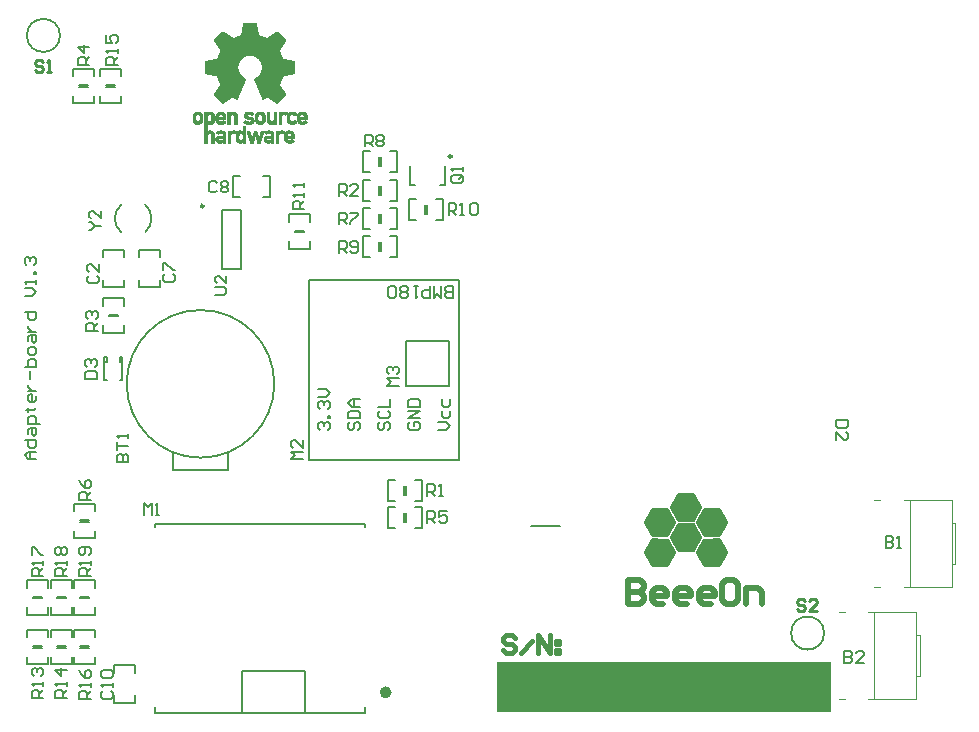
<source format=gbr>
%FSLAX43Y43*%
%MOMM*%
G71*
G01*
G75*
G04 Layer_Color=65535*
%ADD10C,0.600*%
%ADD11R,0.550X1.450*%
%ADD12R,1.000X1.000*%
%ADD13R,0.900X0.950*%
%ADD14R,0.900X0.950*%
%ADD15R,0.762X1.372*%
%ADD16R,1.372X0.762*%
%ADD17R,1.372X0.864*%
%ADD18R,0.864X1.372*%
%ADD19O,2.500X0.700*%
%ADD20R,2.032X2.032*%
%ADD21C,0.300*%
%ADD22C,0.200*%
%ADD23C,1.500*%
%ADD24C,1.400*%
%ADD25C,1.600*%
%ADD26C,1.800*%
%ADD27C,1.300*%
%ADD28R,1.500X1.500*%
%ADD29C,6.000*%
%ADD30C,0.800*%
%ADD31R,0.800X2.000*%
%ADD32C,0.250*%
%ADD33C,0.508*%
%ADD34C,0.100*%
%ADD35C,0.152*%
%ADD36C,0.018*%
%ADD37C,0.013*%
%ADD38C,0.254*%
%ADD39C,0.400*%
%ADD40C,0.150*%
%ADD41C,0.500*%
%ADD42R,28.300X4.300*%
D22*
X23600Y-23100D02*
G03*
X23600Y-23100I-1400J0D01*
G01*
X-41100Y27500D02*
G03*
X-41100Y27500I-1400J0D01*
G01*
X-22950Y-2000D02*
G03*
X-22950Y-2000I-6250J0D01*
G01*
X-33878Y10845D02*
G03*
X-33894Y13189I-1022J1165D01*
G01*
X-35906Y13179D02*
G03*
X-35922Y10835I1006J-1179D01*
G01*
X-31500Y-9300D02*
X-26900D01*
Y-7800D01*
X-31500Y-9300D02*
Y-7800D01*
X-36050Y-150D02*
Y250D01*
Y-150D02*
X-35850D01*
X-37350D02*
X-37150D01*
Y250D01*
X-37350Y-1650D02*
Y250D01*
X-35850Y-1650D02*
Y250D01*
X-37350Y-1650D02*
X-37150D01*
X-37350Y250D02*
X-37150D01*
X-36050Y-1650D02*
X-35850D01*
X-36050Y250D02*
X-35850D01*
X-11800Y-2200D02*
X-8200D01*
Y1600D01*
X-11800D02*
X-8200D01*
X-11800Y-2200D02*
Y1600D01*
X-11500Y14800D02*
Y16425D01*
X-8500Y14800D02*
Y16425D01*
X-8950Y14800D02*
X-8500D01*
X-11500D02*
X-11050D01*
X-1200Y-14000D02*
X1200D01*
X-7330Y-8470D02*
Y6770D01*
X-20030D02*
X-7330D01*
X-20030Y-8470D02*
Y6770D01*
Y-8470D02*
X-7330D01*
X-27400Y7750D02*
Y12750D01*
X-25800Y7750D02*
Y12750D01*
X-27400D02*
X-25800D01*
X-27400Y7750D02*
X-25800D01*
X-33080Y-14154D02*
Y-13900D01*
X-15300Y-14154D02*
Y-13900D01*
X-33080Y-29902D02*
Y-29394D01*
X-15300Y-29902D02*
Y-29394D01*
X-33080Y-29902D02*
X-15300D01*
X-33080Y-13900D02*
X-15300D01*
X-20380Y-29902D02*
Y-26346D01*
X-25714D02*
X-20380D01*
X-25714Y-29902D02*
Y-26346D01*
X-8200Y12300D02*
Y13300D01*
X-7700D01*
X-7534Y13133D01*
Y12800D01*
X-7700Y12633D01*
X-8200D01*
X-7867D02*
X-7534Y12300D01*
X-7200D02*
X-6867D01*
X-7034D01*
Y13300D01*
X-7200Y13133D01*
X-6367D02*
X-6201Y13300D01*
X-5867D01*
X-5701Y13133D01*
Y12467D01*
X-5867Y12300D01*
X-6201D01*
X-6367Y12467D01*
Y13133D01*
X25600Y-5100D02*
X24600D01*
Y-5600D01*
X24767Y-5766D01*
X25433D01*
X25600Y-5600D01*
Y-5100D01*
X24600Y-6766D02*
Y-6100D01*
X25266Y-6766D01*
X25433D01*
X25600Y-6600D01*
Y-6266D01*
X25433Y-6100D01*
X28800Y-14900D02*
Y-15900D01*
X29300D01*
X29466Y-15733D01*
Y-15567D01*
X29300Y-15400D01*
X28800D01*
X29300D01*
X29466Y-15234D01*
Y-15067D01*
X29300Y-14900D01*
X28800D01*
X29800Y-15900D02*
X30133D01*
X29966D01*
Y-14900D01*
X29800Y-15067D01*
X-36300Y-8600D02*
X-35300D01*
Y-8100D01*
X-35467Y-7934D01*
X-35633D01*
X-35800Y-8100D01*
Y-8600D01*
Y-8100D01*
X-35966Y-7934D01*
X-36133D01*
X-36300Y-8100D01*
Y-8600D01*
Y-7600D02*
Y-6934D01*
Y-7267D01*
X-35300D01*
Y-6601D02*
Y-6267D01*
Y-6434D01*
X-36300D01*
X-36133Y-6601D01*
X-38633Y7166D02*
X-38800Y7000D01*
Y6667D01*
X-38633Y6500D01*
X-37967D01*
X-37800Y6667D01*
Y7000D01*
X-37967Y7166D01*
X-37800Y8166D02*
Y7500D01*
X-38466Y8166D01*
X-38633D01*
X-38800Y8000D01*
Y7666D01*
X-38633Y7500D01*
X-32233Y7266D02*
X-32400Y7100D01*
Y6767D01*
X-32233Y6600D01*
X-31567D01*
X-31400Y6767D01*
Y7100D01*
X-31567Y7266D01*
X-32400Y7600D02*
Y8266D01*
X-32233D01*
X-31567Y7600D01*
X-31400D01*
X-27834Y15033D02*
X-28000Y15200D01*
X-28333D01*
X-28500Y15033D01*
Y14367D01*
X-28333Y14200D01*
X-28000D01*
X-27834Y14367D01*
X-27500Y15033D02*
X-27334Y15200D01*
X-27000D01*
X-26834Y15033D01*
Y14866D01*
X-27000Y14700D01*
X-26834Y14533D01*
Y14367D01*
X-27000Y14200D01*
X-27334D01*
X-27500Y14367D01*
Y14533D01*
X-27334Y14700D01*
X-27500Y14866D01*
Y15033D01*
X-27334Y14700D02*
X-27000D01*
X-39000Y-1600D02*
X-38000D01*
Y-1100D01*
X-38167Y-934D01*
X-38833D01*
X-39000Y-1100D01*
Y-1600D01*
X-38833Y-600D02*
X-39000Y-434D01*
Y-100D01*
X-38833Y66D01*
X-38666D01*
X-38500Y-100D01*
Y-267D01*
Y-100D01*
X-38333Y66D01*
X-38167D01*
X-38000Y-100D01*
Y-434D01*
X-38167Y-600D01*
X-37900Y2500D02*
X-38900D01*
Y3000D01*
X-38733Y3166D01*
X-38400D01*
X-38233Y3000D01*
Y2500D01*
Y2833D02*
X-37900Y3166D01*
X-38733Y3500D02*
X-38900Y3666D01*
Y4000D01*
X-38733Y4166D01*
X-38566D01*
X-38400Y4000D01*
Y3833D01*
Y4000D01*
X-38233Y4166D01*
X-38067D01*
X-37900Y4000D01*
Y3666D01*
X-38067Y3500D01*
X-15300Y18100D02*
Y19100D01*
X-14800D01*
X-14634Y18933D01*
Y18600D01*
X-14800Y18433D01*
X-15300D01*
X-14967D02*
X-14634Y18100D01*
X-14300Y18933D02*
X-14134Y19100D01*
X-13800D01*
X-13634Y18933D01*
Y18766D01*
X-13800Y18600D01*
X-13634Y18433D01*
Y18267D01*
X-13800Y18100D01*
X-14134D01*
X-14300Y18267D01*
Y18433D01*
X-14134Y18600D01*
X-14300Y18766D01*
Y18933D01*
X-14134Y18600D02*
X-13800D01*
X-28000Y5500D02*
X-27167D01*
X-27000Y5667D01*
Y6000D01*
X-27167Y6166D01*
X-28000D01*
X-27000Y7166D02*
Y6500D01*
X-27666Y7166D01*
X-27833D01*
X-28000Y7000D01*
Y6666D01*
X-27833Y6500D01*
X-38600Y11000D02*
X-38433D01*
X-38100Y11333D01*
X-38433Y11666D01*
X-38600D01*
X-38100Y11333D02*
X-37600D01*
Y12666D02*
Y12000D01*
X-38266Y12666D01*
X-38433D01*
X-38600Y12500D01*
Y12166D01*
X-38433Y12000D01*
X-37433Y-28034D02*
X-37600Y-28200D01*
Y-28533D01*
X-37433Y-28700D01*
X-36767D01*
X-36600Y-28533D01*
Y-28200D01*
X-36767Y-28034D01*
X-36600Y-27700D02*
Y-27367D01*
Y-27534D01*
X-37600D01*
X-37433Y-27700D01*
Y-26867D02*
X-37600Y-26701D01*
Y-26367D01*
X-37433Y-26201D01*
X-36767D01*
X-36600Y-26367D01*
Y-26701D01*
X-36767Y-26867D01*
X-37433D01*
X-34006Y-13100D02*
Y-12100D01*
X-33673Y-12433D01*
X-33340Y-12100D01*
Y-13100D01*
X-33006D02*
X-32673D01*
X-32840D01*
Y-12100D01*
X-33006Y-12267D01*
X-36200Y25000D02*
X-37200D01*
Y25500D01*
X-37033Y25666D01*
X-36700D01*
X-36533Y25500D01*
Y25000D01*
Y25333D02*
X-36200Y25666D01*
Y26000D02*
Y26333D01*
Y26166D01*
X-37200D01*
X-37033Y26000D01*
X-37200Y27499D02*
Y26833D01*
X-36700D01*
X-36866Y27166D01*
Y27333D01*
X-36700Y27499D01*
X-36367D01*
X-36200Y27333D01*
Y26999D01*
X-36367Y26833D01*
X-20500Y-8400D02*
X-21500D01*
X-21166Y-8067D01*
X-21500Y-7734D01*
X-20500D01*
Y-6734D02*
Y-7400D01*
X-21166Y-6734D01*
X-21333D01*
X-21500Y-6900D01*
Y-7234D01*
X-21333Y-7400D01*
X-12400Y-2200D02*
X-13400D01*
X-13066Y-1867D01*
X-13400Y-1534D01*
X-12400D01*
X-13233Y-1200D02*
X-13400Y-1034D01*
Y-700D01*
X-13233Y-534D01*
X-13066D01*
X-12900Y-700D01*
Y-867D01*
Y-700D01*
X-12733Y-534D01*
X-12567D01*
X-12400Y-700D01*
Y-1034D01*
X-12567Y-1200D01*
X-7167Y15666D02*
X-7833D01*
X-8000Y15500D01*
Y15167D01*
X-7833Y15000D01*
X-7167D01*
X-7000Y15167D01*
Y15500D01*
X-7333Y15333D02*
X-7000Y15666D01*
Y15500D02*
X-7167Y15666D01*
X-7000Y16000D02*
Y16333D01*
Y16166D01*
X-8000D01*
X-7833Y16000D01*
X-17500Y11500D02*
Y12500D01*
X-17000D01*
X-16834Y12333D01*
Y12000D01*
X-17000Y11833D01*
X-17500D01*
X-17167D02*
X-16834Y11500D01*
X-16500Y12500D02*
X-15834D01*
Y12333D01*
X-16500Y11667D01*
Y11500D01*
X-17500Y9100D02*
Y10100D01*
X-17000D01*
X-16834Y9933D01*
Y9600D01*
X-17000Y9433D01*
X-17500D01*
X-17167D02*
X-16834Y9100D01*
X-16500Y9267D02*
X-16334Y9100D01*
X-16000D01*
X-15834Y9267D01*
Y9933D01*
X-16000Y10100D01*
X-16334D01*
X-16500Y9933D01*
Y9766D01*
X-16334Y9600D01*
X-15834D01*
X-20400Y12800D02*
X-21400D01*
Y13300D01*
X-21233Y13466D01*
X-20900D01*
X-20733Y13300D01*
Y12800D01*
Y13133D02*
X-20400Y13466D01*
Y13800D02*
Y14133D01*
Y13966D01*
X-21400D01*
X-21233Y13800D01*
X-20400Y14633D02*
Y14966D01*
Y14799D01*
X-21400D01*
X-21233Y14633D01*
X-42500Y-28600D02*
X-43500D01*
Y-28100D01*
X-43333Y-27934D01*
X-43000D01*
X-42833Y-28100D01*
Y-28600D01*
Y-28267D02*
X-42500Y-27934D01*
Y-27600D02*
Y-27267D01*
Y-27434D01*
X-43500D01*
X-43333Y-27600D01*
Y-26767D02*
X-43500Y-26601D01*
Y-26267D01*
X-43333Y-26101D01*
X-43166D01*
X-43000Y-26267D01*
Y-26434D01*
Y-26267D01*
X-42833Y-26101D01*
X-42667D01*
X-42500Y-26267D01*
Y-26601D01*
X-42667Y-26767D01*
X-40500Y-28600D02*
X-41500D01*
Y-28100D01*
X-41333Y-27934D01*
X-41000D01*
X-40833Y-28100D01*
Y-28600D01*
Y-28267D02*
X-40500Y-27934D01*
Y-27600D02*
Y-27267D01*
Y-27434D01*
X-41500D01*
X-41333Y-27600D01*
X-40500Y-26267D02*
X-41500D01*
X-41000Y-26767D01*
Y-26101D01*
X-38500Y-28700D02*
X-39500D01*
Y-28200D01*
X-39333Y-28034D01*
X-39000D01*
X-38833Y-28200D01*
Y-28700D01*
Y-28367D02*
X-38500Y-28034D01*
Y-27700D02*
Y-27367D01*
Y-27534D01*
X-39500D01*
X-39333Y-27700D01*
X-39500Y-26201D02*
X-39333Y-26534D01*
X-39000Y-26867D01*
X-38667D01*
X-38500Y-26701D01*
Y-26367D01*
X-38667Y-26201D01*
X-38833D01*
X-39000Y-26367D01*
Y-26867D01*
X-42500Y-18300D02*
X-43500D01*
Y-17800D01*
X-43333Y-17634D01*
X-43000D01*
X-42833Y-17800D01*
Y-18300D01*
Y-17967D02*
X-42500Y-17634D01*
Y-17300D02*
Y-16967D01*
Y-17134D01*
X-43500D01*
X-43333Y-17300D01*
X-43500Y-16467D02*
Y-15801D01*
X-43333D01*
X-42667Y-16467D01*
X-42500D01*
X-40500Y-18300D02*
X-41500D01*
Y-17800D01*
X-41333Y-17634D01*
X-41000D01*
X-40833Y-17800D01*
Y-18300D01*
Y-17967D02*
X-40500Y-17634D01*
Y-17300D02*
Y-16967D01*
Y-17134D01*
X-41500D01*
X-41333Y-17300D01*
Y-16467D02*
X-41500Y-16301D01*
Y-15967D01*
X-41333Y-15801D01*
X-41166D01*
X-41000Y-15967D01*
X-40833Y-15801D01*
X-40667D01*
X-40500Y-15967D01*
Y-16301D01*
X-40667Y-16467D01*
X-40833D01*
X-41000Y-16301D01*
X-41166Y-16467D01*
X-41333D01*
X-41000Y-16301D02*
Y-15967D01*
X-38500Y-18300D02*
X-39500D01*
Y-17800D01*
X-39333Y-17634D01*
X-39000D01*
X-38833Y-17800D01*
Y-18300D01*
Y-17967D02*
X-38500Y-17634D01*
Y-17300D02*
Y-16967D01*
Y-17134D01*
X-39500D01*
X-39333Y-17300D01*
X-38667Y-16467D02*
X-38500Y-16301D01*
Y-15967D01*
X-38667Y-15801D01*
X-39333D01*
X-39500Y-15967D01*
Y-16301D01*
X-39333Y-16467D01*
X-39166D01*
X-39000Y-16301D01*
Y-15801D01*
X-10000Y-11500D02*
Y-10500D01*
X-9500D01*
X-9334Y-10667D01*
Y-11000D01*
X-9500Y-11167D01*
X-10000D01*
X-9667D02*
X-9334Y-11500D01*
X-9000D02*
X-8667D01*
X-8834D01*
Y-10500D01*
X-9000Y-10667D01*
X-10000Y-13800D02*
Y-12800D01*
X-9500D01*
X-9334Y-12967D01*
Y-13300D01*
X-9500Y-13467D01*
X-10000D01*
X-9667D02*
X-9334Y-13800D01*
X-8334Y-12800D02*
X-9000D01*
Y-13300D01*
X-8667Y-13134D01*
X-8500D01*
X-8334Y-13300D01*
Y-13633D01*
X-8500Y-13800D01*
X-8834D01*
X-9000Y-13633D01*
X-38500Y-11800D02*
X-39500D01*
Y-11300D01*
X-39333Y-11134D01*
X-39000D01*
X-38833Y-11300D01*
Y-11800D01*
Y-11467D02*
X-38500Y-11134D01*
X-39500Y-10134D02*
X-39333Y-10467D01*
X-39000Y-10800D01*
X-38667D01*
X-38500Y-10634D01*
Y-10300D01*
X-38667Y-10134D01*
X-38833D01*
X-39000Y-10300D01*
Y-10800D01*
X25300Y-24600D02*
Y-25600D01*
X25800D01*
X25966Y-25433D01*
Y-25267D01*
X25800Y-25100D01*
X25300D01*
X25800D01*
X25966Y-24934D01*
Y-24767D01*
X25800Y-24600D01*
X25300D01*
X26966Y-25600D02*
X26300D01*
X26966Y-24934D01*
Y-24767D01*
X26800Y-24600D01*
X26466D01*
X26300Y-24767D01*
X-38600Y25000D02*
X-39600D01*
Y25500D01*
X-39433Y25666D01*
X-39100D01*
X-38933Y25500D01*
Y25000D01*
Y25333D02*
X-38600Y25666D01*
Y26500D02*
X-39600D01*
X-39100Y26000D01*
Y26666D01*
X-17500Y13900D02*
Y14900D01*
X-17000D01*
X-16834Y14733D01*
Y14400D01*
X-17000Y14233D01*
X-17500D01*
X-17167D02*
X-16834Y13900D01*
X-15834D02*
X-16500D01*
X-15834Y14566D01*
Y14733D01*
X-16000Y14900D01*
X-16334D01*
X-16500Y14733D01*
X-43100Y-8400D02*
X-43766D01*
X-44100Y-8067D01*
X-43766Y-7734D01*
X-43100D01*
X-43600D01*
Y-8400D01*
X-44100Y-6734D02*
X-43100D01*
Y-7234D01*
X-43267Y-7400D01*
X-43600D01*
X-43766Y-7234D01*
Y-6734D01*
Y-6234D02*
Y-5901D01*
X-43600Y-5734D01*
X-43100D01*
Y-6234D01*
X-43267Y-6401D01*
X-43433Y-6234D01*
Y-5734D01*
X-42767Y-5401D02*
X-43766D01*
Y-4901D01*
X-43600Y-4735D01*
X-43267D01*
X-43100Y-4901D01*
Y-5401D01*
X-43933Y-4235D02*
X-43766D01*
Y-4401D01*
Y-4068D01*
Y-4235D01*
X-43267D01*
X-43100Y-4068D01*
Y-3068D02*
Y-3402D01*
X-43267Y-3568D01*
X-43600D01*
X-43766Y-3402D01*
Y-3068D01*
X-43600Y-2902D01*
X-43433D01*
Y-3568D01*
X-43766Y-2569D02*
X-43100D01*
X-43433D01*
X-43600Y-2402D01*
X-43766Y-2235D01*
Y-2069D01*
X-43600Y-1569D02*
Y-902D01*
X-44100Y-569D02*
X-43100D01*
Y-69D01*
X-43267Y97D01*
X-43433D01*
X-43600D01*
X-43766Y-69D01*
Y-569D01*
X-43100Y597D02*
Y930D01*
X-43267Y1097D01*
X-43600D01*
X-43766Y930D01*
Y597D01*
X-43600Y430D01*
X-43267D01*
X-43100Y597D01*
X-43766Y1597D02*
Y1930D01*
X-43600Y2097D01*
X-43100D01*
Y1597D01*
X-43267Y1430D01*
X-43433Y1597D01*
Y2097D01*
X-43766Y2430D02*
X-43100D01*
X-43433D01*
X-43600Y2596D01*
X-43766Y2763D01*
Y2930D01*
X-44100Y4096D02*
X-43100D01*
Y3596D01*
X-43267Y3430D01*
X-43600D01*
X-43766Y3596D01*
Y4096D01*
X-44100Y5429D02*
X-43433D01*
X-43100Y5762D01*
X-43433Y6095D01*
X-44100D01*
X-43100Y6429D02*
Y6762D01*
Y6595D01*
X-44100D01*
X-43933Y6429D01*
X-43100Y7262D02*
X-43267D01*
Y7428D01*
X-43100D01*
Y7262D01*
X-43933Y8095D02*
X-44100Y8261D01*
Y8595D01*
X-43933Y8761D01*
X-43766D01*
X-43600Y8595D01*
Y8428D01*
Y8595D01*
X-43433Y8761D01*
X-43267D01*
X-43100Y8595D01*
Y8261D01*
X-43267Y8095D01*
D32*
X-7925Y17250D02*
G03*
X-7925Y17250I-125J0D01*
G01*
X-28925Y13055D02*
G03*
X-28925Y13055I-125J0D01*
G01*
D33*
X-13268Y-28124D02*
G03*
X-13268Y-28124I-254J0D01*
G01*
D34*
X27850Y-28700D02*
Y-21300D01*
X31400Y-26750D02*
X31700D01*
Y-23250D01*
X31400D02*
X31700D01*
X31400Y-28700D02*
Y-21300D01*
X27350D02*
X31400D01*
X24850D02*
X25350D01*
X24850Y-28700D02*
X25350D01*
X27350D02*
X31400D01*
X30850Y-19200D02*
Y-11800D01*
X34400Y-17250D02*
X34700D01*
Y-13750D01*
X34400D02*
X34700D01*
X34400Y-19200D02*
Y-11800D01*
X30350D02*
X34400D01*
X27850D02*
X28350D01*
X27850Y-19200D02*
X28350D01*
X30350D02*
X34400D01*
D35*
X-13936Y14019D02*
Y14781D01*
X-14064Y14019D02*
Y14781D01*
X-12540Y13511D02*
Y15289D01*
X-13175D02*
X-12540D01*
X-13175Y13511D02*
X-12540D01*
X-15460D02*
X-14825D01*
X-15460Y15289D02*
X-14825D01*
X-15460Y13511D02*
Y15289D01*
X-39481Y23264D02*
X-38719D01*
X-39481Y23136D02*
X-38719D01*
X-39989Y24660D02*
X-38211D01*
X-39989Y24025D02*
Y24660D01*
X-38211Y24025D02*
Y24660D01*
Y21740D02*
Y22375D01*
X-39989Y21740D02*
Y22375D01*
Y21740D02*
X-38211D01*
X-39381Y-13663D02*
X-38619D01*
X-39381Y-13536D02*
X-38619D01*
X-39889Y-15061D02*
X-38111D01*
Y-14425D01*
X-39889Y-15061D02*
Y-14425D01*
Y-12774D02*
Y-12139D01*
X-38111Y-12774D02*
Y-12139D01*
X-39889D02*
X-38111D01*
X-11837Y-13681D02*
Y-12919D01*
X-11964Y-13681D02*
Y-12919D01*
X-10439Y-14189D02*
Y-12411D01*
X-11075D02*
X-10439D01*
X-11075Y-14189D02*
X-10439D01*
X-13361D02*
X-12726D01*
X-13361Y-12411D02*
X-12726D01*
X-13361Y-14189D02*
Y-12411D01*
X-11837Y-11381D02*
Y-10619D01*
X-11964Y-11381D02*
Y-10619D01*
X-10439Y-11889D02*
Y-10111D01*
X-11075D02*
X-10439D01*
X-11075Y-11889D02*
X-10439D01*
X-13361D02*
X-12726D01*
X-13361Y-10111D02*
X-12726D01*
X-13361Y-11889D02*
Y-10111D01*
X-39381Y-20037D02*
X-38619D01*
X-39381Y-20163D02*
X-38619D01*
X-39889Y-18639D02*
X-38111D01*
X-39889Y-19274D02*
Y-18639D01*
X-38111Y-19274D02*
Y-18639D01*
Y-21560D02*
Y-20926D01*
X-39889Y-21560D02*
Y-20926D01*
Y-21560D02*
X-38111D01*
X-41381Y-20037D02*
X-40619D01*
X-41381Y-20163D02*
X-40619D01*
X-41889Y-18639D02*
X-40111D01*
X-41889Y-19274D02*
Y-18639D01*
X-40111Y-19274D02*
Y-18639D01*
Y-21560D02*
Y-20926D01*
X-41889Y-21560D02*
Y-20926D01*
Y-21560D02*
X-40111D01*
X-43381Y-20037D02*
X-42619D01*
X-43381Y-20163D02*
X-42619D01*
X-43889Y-18639D02*
X-42111D01*
X-43889Y-19274D02*
Y-18639D01*
X-42111Y-19274D02*
Y-18639D01*
Y-21560D02*
Y-20926D01*
X-43889Y-21560D02*
Y-20926D01*
Y-21560D02*
X-42111D01*
X-39381Y-24236D02*
X-38619D01*
X-39381Y-24364D02*
X-38619D01*
X-39889Y-22840D02*
X-38111D01*
X-39889Y-23475D02*
Y-22840D01*
X-38111Y-23475D02*
Y-22840D01*
Y-25760D02*
Y-25125D01*
X-39889Y-25760D02*
Y-25125D01*
Y-25760D02*
X-38111D01*
X-41381Y-24236D02*
X-40619D01*
X-41381Y-24364D02*
X-40619D01*
X-41889Y-22840D02*
X-40111D01*
X-41889Y-23475D02*
Y-22840D01*
X-40111Y-23475D02*
Y-22840D01*
Y-25760D02*
Y-25125D01*
X-41889Y-25760D02*
Y-25125D01*
Y-25760D02*
X-40111D01*
X-43381Y-24236D02*
X-42619D01*
X-43381Y-24364D02*
X-42619D01*
X-43889Y-22840D02*
X-42111D01*
X-43889Y-23475D02*
Y-22840D01*
X-42111Y-23475D02*
Y-22840D01*
Y-25760D02*
Y-25125D01*
X-43889Y-25760D02*
Y-25125D01*
Y-25760D02*
X-42111D01*
X-21181Y10837D02*
X-20419D01*
X-21181Y10964D02*
X-20419D01*
X-21689Y9439D02*
X-19911D01*
Y10075D01*
X-21689Y9439D02*
Y10075D01*
Y11726D02*
Y12361D01*
X-19911Y11726D02*
Y12361D01*
X-21689D02*
X-19911D01*
X-13936Y9219D02*
Y9981D01*
X-14064Y9219D02*
Y9981D01*
X-12540Y8711D02*
Y10489D01*
X-13175D02*
X-12540D01*
X-13175Y8711D02*
X-12540D01*
X-15460D02*
X-14825D01*
X-15460Y10489D02*
X-14825D01*
X-15460Y8711D02*
Y10489D01*
X-13936Y11619D02*
Y12381D01*
X-14064Y11619D02*
Y12381D01*
X-12540Y11111D02*
Y12889D01*
X-13175D02*
X-12540D01*
X-13175Y11111D02*
X-12540D01*
X-15460D02*
X-14825D01*
X-15460Y12889D02*
X-14825D01*
X-15460Y11111D02*
Y12889D01*
X-37181Y23264D02*
X-36419D01*
X-37181Y23136D02*
X-36419D01*
X-37689Y24660D02*
X-35911D01*
X-37689Y24025D02*
Y24660D01*
X-35911Y24025D02*
Y24660D01*
Y21740D02*
Y22375D01*
X-37689Y21740D02*
Y22375D01*
Y21740D02*
X-35911D01*
X-13936Y16419D02*
Y17181D01*
X-14064Y16419D02*
Y17181D01*
X-12540Y15911D02*
Y17689D01*
X-13175D02*
X-12540D01*
X-13175Y15911D02*
X-12540D01*
X-15460D02*
X-14825D01*
X-15460Y17689D02*
X-14825D01*
X-15460Y15911D02*
Y17689D01*
X-36981Y3737D02*
X-36219D01*
X-36981Y3864D02*
X-36219D01*
X-37489Y2339D02*
X-35711D01*
Y2974D01*
X-37489Y2339D02*
Y2974D01*
Y4626D02*
Y5260D01*
X-35711Y4626D02*
Y5260D01*
X-37489D02*
X-35711D01*
X-10036Y12419D02*
Y13181D01*
X-10163Y12419D02*
Y13181D01*
X-8639Y11911D02*
Y13689D01*
X-9274D02*
X-8639D01*
X-9274Y11911D02*
X-8639D01*
X-11561D02*
X-10925D01*
X-11561Y13689D02*
X-10925D01*
X-11561Y11911D02*
Y13689D01*
X-36489Y-25812D02*
X-34711D01*
X-36489Y-26448D02*
Y-25812D01*
X-34711Y-26448D02*
Y-25812D01*
Y-28987D02*
Y-28353D01*
X-36489Y-28987D02*
Y-28353D01*
Y-28987D02*
X-34711D01*
X-23312Y13811D02*
Y15589D01*
X-23948D02*
X-23312D01*
X-23948Y13811D02*
X-23312D01*
X-26487D02*
X-25853D01*
X-26487Y15589D02*
X-25853D01*
X-26487Y13811D02*
Y15589D01*
X-34389Y9337D02*
X-32611D01*
X-34389Y8703D02*
Y9337D01*
X-32611Y8703D02*
Y9337D01*
Y6162D02*
Y6798D01*
X-34389Y6162D02*
Y6798D01*
Y6162D02*
X-32611D01*
X-37489Y9337D02*
X-35711D01*
X-37489Y8703D02*
Y9337D01*
X-35711Y8703D02*
Y9337D01*
Y6162D02*
Y6798D01*
X-37489Y6162D02*
Y6798D01*
Y6162D02*
X-35711D01*
D36*
X11190Y-11278D02*
X12524D01*
X11173Y-11296D02*
X12542D01*
X11173Y-11313D02*
X12559D01*
X11155Y-11331D02*
X12559D01*
X11155Y-11349D02*
X12577D01*
X11137Y-11367D02*
X12577D01*
X11119Y-11384D02*
X12595D01*
X11119Y-11402D02*
X12613D01*
X11101Y-11420D02*
X12613D01*
X11101Y-11438D02*
X12631D01*
X11084Y-11456D02*
X12631D01*
X11084Y-11473D02*
X12648D01*
X11066Y-11491D02*
X12648D01*
X11048Y-11509D02*
X12666D01*
X11048Y-11527D02*
X12684D01*
X11030Y-11544D02*
X12684D01*
X11030Y-11562D02*
X12702D01*
X11013Y-11580D02*
X12702D01*
X10995Y-11598D02*
X12719D01*
X10995Y-11616D02*
X12737D01*
X10977Y-11633D02*
X12737D01*
X10977Y-11651D02*
X12755D01*
X10959Y-11669D02*
X12755D01*
X10959Y-11687D02*
X12773D01*
X10941Y-11704D02*
X12773D01*
X10924Y-11722D02*
X12791D01*
X10924Y-11740D02*
X12808D01*
X10906Y-11758D02*
X12808D01*
X10906Y-11776D02*
X12826D01*
X10888Y-11793D02*
X12826D01*
X10888Y-11811D02*
X12844D01*
X10870Y-11829D02*
X12844D01*
X10853Y-11847D02*
X12862D01*
X10853Y-11864D02*
X12879D01*
X10835Y-11882D02*
X12879D01*
X10835Y-11900D02*
X12897D01*
X10817Y-11918D02*
X12897D01*
X10799Y-11936D02*
X12915D01*
X10799Y-11953D02*
X12915D01*
X10781Y-11971D02*
X12933D01*
X10781Y-11989D02*
X12951D01*
X10764Y-12007D02*
X12951D01*
X10764Y-12025D02*
X12968D01*
X10746Y-12042D02*
X12968D01*
X10746Y-12060D02*
X12986D01*
X10728Y-12078D02*
X13004D01*
X10710Y-12096D02*
X13004D01*
X10710Y-12113D02*
X13022D01*
X10693Y-12131D02*
X13022D01*
X10675Y-12149D02*
X13040D01*
X10675Y-12167D02*
X13040D01*
X10657Y-12185D02*
X13057D01*
X10657Y-12202D02*
X13075D01*
X10639Y-12220D02*
X13075D01*
X10639Y-12238D02*
X13093D01*
X10621Y-12256D02*
X13093D01*
X10604Y-12273D02*
X13111D01*
X10604Y-12291D02*
X13128D01*
X10586Y-12309D02*
X13128D01*
X10586Y-12327D02*
X13146D01*
X10568Y-12345D02*
X13146D01*
X10568Y-12362D02*
X13164D01*
X10550Y-12380D02*
X13164D01*
X10533Y-12398D02*
X13182D01*
X10533Y-12416D02*
X13200D01*
X10533Y-12433D02*
X13200D01*
X10533Y-12451D02*
X13182D01*
X10550Y-12469D02*
X13182D01*
X10550Y-12487D02*
X13164D01*
X10568Y-12505D02*
X13146D01*
X10568Y-12522D02*
X13146D01*
X10586Y-12540D02*
X13128D01*
X13395D02*
X14729D01*
X10604Y-12558D02*
X13128D01*
X13377D02*
X14746D01*
X10604Y-12576D02*
X13111D01*
X13377D02*
X14746D01*
X10621Y-12593D02*
X13111D01*
X13360D02*
X14764D01*
X10621Y-12611D02*
X13093D01*
X13360D02*
X14764D01*
X10639Y-12629D02*
X13075D01*
X13342D02*
X14782D01*
X10657Y-12647D02*
X13075D01*
X13342D02*
X14800D01*
X10657Y-12665D02*
X13057D01*
X13324D02*
X14800D01*
X10675Y-12682D02*
X13057D01*
X13324D02*
X14818D01*
X10675Y-12700D02*
X13040D01*
X13306D02*
X14818D01*
X10693Y-12718D02*
X13022D01*
X13288D02*
X14835D01*
X8879Y-12736D02*
X10444D01*
X10693D02*
X13022D01*
X13288D02*
X14835D01*
X8861Y-12753D02*
X10444D01*
X10710D02*
X13022D01*
X13271D02*
X14853D01*
X8861Y-12771D02*
X10461D01*
X10728D02*
X13004D01*
X13253D02*
X14871D01*
X8843Y-12789D02*
X10461D01*
X10728D02*
X12986D01*
X13253D02*
X14871D01*
X8843Y-12807D02*
X10479D01*
X10746D02*
X12986D01*
X13235D02*
X14889D01*
X8826Y-12825D02*
X10497D01*
X10746D02*
X12968D01*
X13235D02*
X14889D01*
X8808Y-12842D02*
X10497D01*
X10764D02*
X12951D01*
X13217D02*
X14906D01*
X8808Y-12860D02*
X10515D01*
X10781D02*
X12951D01*
X13217D02*
X14924D01*
X8790Y-12878D02*
X10515D01*
X10781D02*
X12933D01*
X13200D02*
X14924D01*
X8790Y-12896D02*
X10533D01*
X10781D02*
X12933D01*
X13182D02*
X14942D01*
X8772Y-12914D02*
X10550D01*
X10799D02*
X12915D01*
X13182D02*
X14942D01*
X8772Y-12931D02*
X10550D01*
X10817D02*
X12915D01*
X13164D02*
X14960D01*
X8755Y-12949D02*
X10568D01*
X10817D02*
X12897D01*
X13164D02*
X14960D01*
X8737Y-12967D02*
X10568D01*
X10835D02*
X12897D01*
X13146D02*
X14978D01*
X8737Y-12985D02*
X10586D01*
X10853D02*
X12879D01*
X13128D02*
X14995D01*
X8719Y-13002D02*
X10586D01*
X10853D02*
X12862D01*
X13128D02*
X14995D01*
X8719Y-13020D02*
X10604D01*
X10870D02*
X12862D01*
X13128D02*
X15013D01*
X8701Y-13038D02*
X10621D01*
X10870D02*
X12844D01*
X13111D02*
X15013D01*
X8701Y-13056D02*
X10621D01*
X10888D02*
X12844D01*
X13093D02*
X15031D01*
X8683Y-13074D02*
X10639D01*
X10888D02*
X12826D01*
X13093D02*
X15031D01*
X8666Y-13091D02*
X10639D01*
X10906D02*
X12808D01*
X13075D02*
X15049D01*
X8666Y-13109D02*
X10657D01*
X10924D02*
X12808D01*
X13057D02*
X15066D01*
X8648Y-13127D02*
X10675D01*
X10924D02*
X12791D01*
X13057D02*
X15066D01*
X8648Y-13145D02*
X10675D01*
X10941D02*
X12791D01*
X13040D02*
X15084D01*
X8630Y-13162D02*
X10675D01*
X10941D02*
X12773D01*
X13040D02*
X15084D01*
X8630Y-13180D02*
X10693D01*
X10959D02*
X12773D01*
X13022D02*
X15102D01*
X8612Y-13198D02*
X10710D01*
X10977D02*
X12755D01*
X13022D02*
X15120D01*
X8594Y-13216D02*
X10710D01*
X10977D02*
X12737D01*
X13004D02*
X15120D01*
X8594Y-13234D02*
X10728D01*
X10995D02*
X12737D01*
X12986D02*
X15138D01*
X8577Y-13251D02*
X10746D01*
X10995D02*
X12719D01*
X12986D02*
X15138D01*
X8577Y-13269D02*
X10746D01*
X11013D02*
X12719D01*
X12968D02*
X15155D01*
X8559Y-13287D02*
X10764D01*
X11013D02*
X12702D01*
X12968D02*
X15155D01*
X8559Y-13305D02*
X10764D01*
X11030D02*
X12702D01*
X12951D02*
X15173D01*
X8541Y-13322D02*
X10781D01*
X11048D02*
X12684D01*
X12951D02*
X15191D01*
X8523Y-13340D02*
X10781D01*
X11048D02*
X12666D01*
X12933D02*
X15191D01*
X8523Y-13358D02*
X10799D01*
X11066D02*
X12666D01*
X12915D02*
X15209D01*
X8506Y-13376D02*
X10817D01*
X11066D02*
X12648D01*
X12915D02*
X15209D01*
X8488Y-13394D02*
X10817D01*
X11084D02*
X12631D01*
X12897D02*
X15226D01*
X8488Y-13411D02*
X10835D01*
X11084D02*
X12631D01*
X12897D02*
X15226D01*
X8470Y-13429D02*
X10835D01*
X11101D02*
X12631D01*
X12879D02*
X15244D01*
X8470Y-13447D02*
X10853D01*
X11119D02*
X12613D01*
X12879D02*
X15262D01*
X8452Y-13465D02*
X10870D01*
X11119D02*
X12595D01*
X12862D02*
X15262D01*
X8452Y-13482D02*
X10870D01*
X11137D02*
X12595D01*
X12844D02*
X15280D01*
X8434Y-13500D02*
X10888D01*
X11137D02*
X12577D01*
X12844D02*
X15280D01*
X8417Y-13518D02*
X10888D01*
X11155D02*
X12559D01*
X12826D02*
X15298D01*
X8417Y-13536D02*
X10906D01*
X11155D02*
X12559D01*
X12826D02*
X15298D01*
X8399Y-13554D02*
X10906D01*
X11173D02*
X12542D01*
X12808D02*
X15315D01*
X8399Y-13571D02*
X10924D01*
X11190D02*
X12542D01*
X12808D02*
X15333D01*
X8381Y-13589D02*
X10941D01*
X12791D02*
X15333D01*
X8381Y-13607D02*
X10941D01*
X12773D02*
X15351D01*
X8363Y-13625D02*
X10959D01*
X12773D02*
X15351D01*
X8346Y-13642D02*
X10959D01*
X12755D02*
X15369D01*
X8346Y-13660D02*
X10977D01*
X12737D02*
X15386D01*
X8328Y-13678D02*
X10977D01*
X12737D02*
X15386D01*
X8328Y-13696D02*
X10995D01*
X12737D02*
X15404D01*
X8328Y-13714D02*
X10995D01*
X12737D02*
X15386D01*
X8328Y-13731D02*
X10977D01*
X12737D02*
X15386D01*
X8346Y-13749D02*
X10959D01*
X12755D02*
X15369D01*
X8363Y-13767D02*
X10959D01*
X12755D02*
X15369D01*
X8363Y-13785D02*
X10941D01*
X12773D02*
X15351D01*
X8381Y-13803D02*
X10941D01*
X12791D02*
X15351D01*
X8399Y-13820D02*
X10924D01*
X11190D02*
X12542D01*
X12791D02*
X15333D01*
X8399Y-13838D02*
X10924D01*
X11173D02*
X12542D01*
X12808D02*
X15315D01*
X8417Y-13856D02*
X10906D01*
X11155D02*
X12559D01*
X12808D02*
X15315D01*
X8417Y-13874D02*
X10906D01*
X11155D02*
X12559D01*
X12826D02*
X15298D01*
X8434Y-13891D02*
X10888D01*
X11155D02*
X12577D01*
X12844D02*
X15298D01*
X8434Y-13909D02*
X10870D01*
X11137D02*
X12577D01*
X12844D02*
X15280D01*
X8452Y-13927D02*
X10870D01*
X11119D02*
X12595D01*
X12862D02*
X15280D01*
X8470Y-13945D02*
X10853D01*
X11119D02*
X12613D01*
X12862D02*
X15262D01*
X8470Y-13963D02*
X10835D01*
X11101D02*
X12613D01*
X12879D02*
X15244D01*
X8488Y-13980D02*
X10835D01*
X11101D02*
X12631D01*
X12879D02*
X15244D01*
X8488Y-13998D02*
X10835D01*
X11084D02*
X12631D01*
X12897D02*
X15226D01*
X8506Y-14016D02*
X10817D01*
X11066D02*
X12648D01*
X12915D02*
X15226D01*
X8506Y-14034D02*
X10799D01*
X11066D02*
X12648D01*
X12915D02*
X15209D01*
X8523Y-14051D02*
X10799D01*
X11048D02*
X12666D01*
X12933D02*
X15191D01*
X8541Y-14069D02*
X10781D01*
X11048D02*
X12684D01*
X12933D02*
X15191D01*
X8541Y-14087D02*
X10764D01*
X11030D02*
X12684D01*
X12951D02*
X15173D01*
X8559Y-14105D02*
X10764D01*
X11030D02*
X12702D01*
X12951D02*
X15173D01*
X8559Y-14123D02*
X10746D01*
X11013D02*
X12702D01*
X12968D02*
X15155D01*
X8577Y-14140D02*
X10746D01*
X10995D02*
X12719D01*
X12986D02*
X15155D01*
X8577Y-14158D02*
X10728D01*
X10995D02*
X12737D01*
X12986D02*
X15138D01*
X8594Y-14176D02*
X10728D01*
X10977D02*
X12737D01*
X13004D02*
X15120D01*
X8612Y-14194D02*
X10710D01*
X10977D02*
X12755D01*
X13004D02*
X15120D01*
X8612Y-14211D02*
X10693D01*
X10959D02*
X12755D01*
X13022D02*
X15102D01*
X8630Y-14229D02*
X10693D01*
X10941D02*
X12773D01*
X13040D02*
X15102D01*
X8630Y-14247D02*
X10675D01*
X10941D02*
X12773D01*
X13040D02*
X15084D01*
X8648Y-14265D02*
X10675D01*
X10924D02*
X12791D01*
X13057D02*
X15084D01*
X8648Y-14283D02*
X10657D01*
X10924D02*
X12808D01*
X13057D02*
X15066D01*
X8666Y-14300D02*
X10657D01*
X10906D02*
X12808D01*
X13075D02*
X15049D01*
X8683Y-14318D02*
X10639D01*
X10906D02*
X12826D01*
X13075D02*
X15049D01*
X8683Y-14336D02*
X10621D01*
X10888D02*
X12844D01*
X13093D02*
X15031D01*
X8701Y-14354D02*
X10621D01*
X10870D02*
X12844D01*
X13093D02*
X15031D01*
X8701Y-14371D02*
X10604D01*
X10870D02*
X12844D01*
X13111D02*
X15013D01*
X8719Y-14389D02*
X10604D01*
X10853D02*
X12862D01*
X13128D02*
X14995D01*
X8719Y-14407D02*
X10586D01*
X10853D02*
X12879D01*
X13128D02*
X14995D01*
X8737Y-14425D02*
X10568D01*
X10835D02*
X12879D01*
X13146D02*
X14978D01*
X8755Y-14443D02*
X10568D01*
X10835D02*
X12897D01*
X13164D02*
X14978D01*
X8755Y-14460D02*
X10550D01*
X10817D02*
X12915D01*
X13164D02*
X14960D01*
X8772Y-14478D02*
X10550D01*
X10799D02*
X12915D01*
X13164D02*
X14960D01*
X8772Y-14496D02*
X10533D01*
X10799D02*
X12933D01*
X13182D02*
X14942D01*
X8790Y-14514D02*
X10533D01*
X10781D02*
X12933D01*
X13200D02*
X14924D01*
X8808Y-14531D02*
X10515D01*
X10764D02*
X12951D01*
X13200D02*
X14924D01*
X8808Y-14549D02*
X10515D01*
X10764D02*
X12951D01*
X13217D02*
X14906D01*
X8826Y-14567D02*
X10497D01*
X10764D02*
X12968D01*
X13235D02*
X14906D01*
X8826Y-14585D02*
X10479D01*
X10746D02*
X12986D01*
X13235D02*
X14889D01*
X8843Y-14603D02*
X10479D01*
X10728D02*
X12986D01*
X13253D02*
X14871D01*
X8843Y-14620D02*
X10461D01*
X10728D02*
X13004D01*
X13253D02*
X14871D01*
X8861Y-14638D02*
X10444D01*
X10710D02*
X13004D01*
X13271D02*
X14871D01*
X8879Y-14656D02*
X10444D01*
X10710D02*
X13022D01*
X13271D02*
X14853D01*
X8879Y-14674D02*
X10444D01*
X10693D02*
X13022D01*
X13288D02*
X14835D01*
X10675Y-14692D02*
X13040D01*
X13306D02*
X14835D01*
X10675Y-14709D02*
X13057D01*
X13306D02*
X14818D01*
X10657Y-14727D02*
X13057D01*
X13324D02*
X14800D01*
X10657Y-14745D02*
X13075D01*
X13324D02*
X14800D01*
X10639Y-14763D02*
X13075D01*
X13342D02*
X14782D01*
X10639Y-14780D02*
X13093D01*
X13342D02*
X14782D01*
X10621Y-14798D02*
X13093D01*
X13360D02*
X14764D01*
X10604Y-14816D02*
X13111D01*
X13377D02*
X14764D01*
X10604Y-14834D02*
X13128D01*
X13377D02*
X14746D01*
X10586Y-14852D02*
X13128D01*
X13395D02*
X14729D01*
X10568Y-14869D02*
X13146D01*
X10568Y-14887D02*
X13146D01*
X10550Y-14905D02*
X13164D01*
X10550Y-14923D02*
X13164D01*
X10533Y-14940D02*
X13182D01*
X10533Y-14958D02*
X13200D01*
X10515Y-14976D02*
X13200D01*
X10533Y-14994D02*
X13182D01*
X10550Y-15012D02*
X13182D01*
X10550Y-15029D02*
X13164D01*
X10568Y-15047D02*
X13164D01*
X10568Y-15065D02*
X13146D01*
X10586Y-15083D02*
X13128D01*
X14231D02*
X14729D01*
X10604Y-15100D02*
X13128D01*
X13395D02*
X14746D01*
X10604Y-15118D02*
X13111D01*
X13377D02*
X14746D01*
X10621Y-15136D02*
X13111D01*
X13360D02*
X14764D01*
X10621Y-15154D02*
X13093D01*
X13360D02*
X14764D01*
X10639Y-15172D02*
X13075D01*
X13342D02*
X14782D01*
X10639Y-15189D02*
X13075D01*
X13324D02*
X14800D01*
X10657Y-15207D02*
X13075D01*
X13324D02*
X14800D01*
X10675Y-15225D02*
X13057D01*
X13306D02*
X14818D01*
X10675Y-15243D02*
X13040D01*
X13306D02*
X14818D01*
X10693Y-15260D02*
X13040D01*
X13288D02*
X14835D01*
X8879Y-15278D02*
X10444D01*
X10693D02*
X13022D01*
X13288D02*
X14853D01*
X8861Y-15296D02*
X10444D01*
X10710D02*
X13004D01*
X13271D02*
X14853D01*
X8861Y-15314D02*
X10461D01*
X10728D02*
X13004D01*
X13271D02*
X14871D01*
X8843Y-15332D02*
X10479D01*
X10728D02*
X12986D01*
X13253D02*
X14871D01*
X8843Y-15349D02*
X10479D01*
X10746D02*
X12986D01*
X13235D02*
X14889D01*
X8826Y-15367D02*
X10497D01*
X10746D02*
X12968D01*
X13235D02*
X14889D01*
X8808Y-15385D02*
X10497D01*
X10764D02*
X12968D01*
X13217D02*
X14906D01*
X8808Y-15403D02*
X10515D01*
X10764D02*
X12951D01*
X13217D02*
X14924D01*
X8790Y-15420D02*
X10515D01*
X10781D02*
X12933D01*
X13200D02*
X14924D01*
X8790Y-15438D02*
X10533D01*
X10799D02*
X12933D01*
X13182D02*
X14942D01*
X8772Y-15456D02*
X10550D01*
X10799D02*
X12915D01*
X13182D02*
X14942D01*
X8755Y-15474D02*
X10550D01*
X10817D02*
X12915D01*
X13164D02*
X14960D01*
X8755Y-15492D02*
X10568D01*
X10817D02*
X12897D01*
X13164D02*
X14960D01*
X8737Y-15509D02*
X10568D01*
X10835D02*
X12897D01*
X13146D02*
X14978D01*
X8737Y-15527D02*
X10586D01*
X10835D02*
X12879D01*
X13146D02*
X14995D01*
X8719Y-15545D02*
X10604D01*
X10853D02*
X12862D01*
X13128D02*
X14995D01*
X8719Y-15563D02*
X10604D01*
X10870D02*
X12862D01*
X13111D02*
X15013D01*
X8701Y-15581D02*
X10604D01*
X10870D02*
X12844D01*
X13111D02*
X15031D01*
X8683Y-15598D02*
X10621D01*
X10888D02*
X12844D01*
X13093D02*
X15031D01*
X8683Y-15616D02*
X10639D01*
X10888D02*
X12826D01*
X13093D02*
X15031D01*
X8666Y-15634D02*
X10639D01*
X10906D02*
X12808D01*
X13075D02*
X15049D01*
X8666Y-15652D02*
X10657D01*
X10924D02*
X12808D01*
X13075D02*
X15066D01*
X8648Y-15669D02*
X10675D01*
X10924D02*
X12791D01*
X13057D02*
X15066D01*
X8648Y-15687D02*
X10675D01*
X10924D02*
X12791D01*
X13040D02*
X15084D01*
X8630Y-15705D02*
X10693D01*
X10941D02*
X12773D01*
X13040D02*
X15084D01*
X8612Y-15723D02*
X10693D01*
X10959D02*
X12773D01*
X13022D02*
X15102D01*
X8612Y-15741D02*
X10710D01*
X10959D02*
X12755D01*
X13004D02*
X15120D01*
X8594Y-15758D02*
X10710D01*
X10977D02*
X12755D01*
X13004D02*
X15120D01*
X8594Y-15776D02*
X10728D01*
X10995D02*
X12737D01*
X13004D02*
X15138D01*
X8577Y-15794D02*
X10746D01*
X10995D02*
X12719D01*
X12986D02*
X15138D01*
X8559Y-15812D02*
X10746D01*
X11013D02*
X12719D01*
X12968D02*
X15155D01*
X8559Y-15829D02*
X10764D01*
X11013D02*
X12702D01*
X12968D02*
X15155D01*
X8541Y-15847D02*
X10764D01*
X11030D02*
X12684D01*
X12951D02*
X15173D01*
X8541Y-15865D02*
X10781D01*
X11030D02*
X12684D01*
X12933D02*
X15191D01*
X8523Y-15883D02*
X10781D01*
X11048D02*
X12684D01*
X12933D02*
X15191D01*
X8523Y-15901D02*
X10799D01*
X11066D02*
X12666D01*
X12915D02*
X15209D01*
X8506Y-15918D02*
X10817D01*
X11066D02*
X12648D01*
X12915D02*
X15209D01*
X8488Y-15936D02*
X10817D01*
X11084D02*
X12648D01*
X12897D02*
X15226D01*
X8488Y-15954D02*
X10835D01*
X11084D02*
X12631D01*
X12897D02*
X15244D01*
X8470Y-15972D02*
X10835D01*
X11101D02*
X12613D01*
X12879D02*
X15244D01*
X8470Y-15989D02*
X10853D01*
X11101D02*
X12613D01*
X12879D02*
X15262D01*
X8452Y-16007D02*
X10853D01*
X11119D02*
X12595D01*
X12862D02*
X15262D01*
X8452Y-16025D02*
X10870D01*
X11137D02*
X12595D01*
X12844D02*
X15280D01*
X8434Y-16043D02*
X10888D01*
X11137D02*
X12577D01*
X12844D02*
X15280D01*
X8417Y-16061D02*
X10888D01*
X11155D02*
X12577D01*
X12826D02*
X15298D01*
X8417Y-16078D02*
X10906D01*
X11155D02*
X12559D01*
X12826D02*
X15315D01*
X8399Y-16096D02*
X10906D01*
X11173D02*
X12542D01*
X12808D02*
X15315D01*
X8399Y-16114D02*
X10924D01*
X11190D02*
X12542D01*
X12791D02*
X15333D01*
X8381Y-16132D02*
X10924D01*
X11190D02*
X12524D01*
X12791D02*
X15333D01*
X8381Y-16149D02*
X10941D01*
X12773D02*
X15351D01*
X8363Y-16167D02*
X10959D01*
X12773D02*
X15351D01*
X8346Y-16185D02*
X10959D01*
X12755D02*
X15369D01*
X8346Y-16203D02*
X10977D01*
X12755D02*
X15386D01*
X8328Y-16221D02*
X10995D01*
X12737D02*
X15386D01*
X8328Y-16238D02*
X10995D01*
X12737D02*
X15404D01*
X8328Y-16256D02*
X10995D01*
X12737D02*
X15386D01*
X8346Y-16274D02*
X10977D01*
X12737D02*
X15386D01*
X8346Y-16292D02*
X10959D01*
X12755D02*
X15369D01*
X8363Y-16309D02*
X10959D01*
X12773D02*
X15369D01*
X8363Y-16327D02*
X10941D01*
X12773D02*
X15351D01*
X8381Y-16345D02*
X10941D01*
X12791D02*
X15351D01*
X8399Y-16363D02*
X10924D01*
X12791D02*
X15333D01*
X8399Y-16381D02*
X10924D01*
X12808D02*
X15315D01*
X8417Y-16398D02*
X10906D01*
X12808D02*
X15315D01*
X8417Y-16416D02*
X10888D01*
X12826D02*
X15298D01*
X8434Y-16434D02*
X10888D01*
X12826D02*
X15280D01*
X8434Y-16452D02*
X10870D01*
X12844D02*
X15280D01*
X8452Y-16470D02*
X10870D01*
X12862D02*
X15262D01*
X8452Y-16487D02*
X10853D01*
X12862D02*
X15262D01*
X8470Y-16505D02*
X10853D01*
X12879D02*
X15244D01*
X8488Y-16523D02*
X10835D01*
X12897D02*
X15244D01*
X8488Y-16541D02*
X10817D01*
X12897D02*
X15226D01*
X8506Y-16558D02*
X10817D01*
X12897D02*
X15209D01*
X8506Y-16576D02*
X10799D01*
X12915D02*
X15209D01*
X8523Y-16594D02*
X10799D01*
X12933D02*
X15191D01*
X8541Y-16612D02*
X10781D01*
X12933D02*
X15191D01*
X8541Y-16630D02*
X10781D01*
X12951D02*
X15173D01*
X8559Y-16647D02*
X10764D01*
X12968D02*
X15173D01*
X8559Y-16665D02*
X10746D01*
X12968D02*
X15155D01*
X8577Y-16683D02*
X10746D01*
X12986D02*
X15138D01*
X8577Y-16701D02*
X10728D01*
X12986D02*
X15138D01*
X8594Y-16718D02*
X10728D01*
X13004D02*
X15120D01*
X8612Y-16736D02*
X10710D01*
X13004D02*
X15120D01*
X8612Y-16754D02*
X10710D01*
X13022D02*
X15102D01*
X8630Y-16772D02*
X10693D01*
X13040D02*
X15102D01*
X8648Y-16790D02*
X10675D01*
X13040D02*
X15084D01*
X8648Y-16807D02*
X10675D01*
X13057D02*
X15066D01*
X8648Y-16825D02*
X10657D01*
X13057D02*
X15066D01*
X8666Y-16843D02*
X10657D01*
X13075D02*
X15049D01*
X8683Y-16861D02*
X10639D01*
X13075D02*
X15049D01*
X8683Y-16878D02*
X10621D01*
X13093D02*
X15031D01*
X8701Y-16896D02*
X10621D01*
X13111D02*
X15031D01*
X8719Y-16914D02*
X10604D01*
X13111D02*
X15013D01*
X8719Y-16932D02*
X10604D01*
X13128D02*
X14995D01*
X8737Y-16950D02*
X10586D01*
X13128D02*
X14995D01*
X8737Y-16967D02*
X10586D01*
X13146D02*
X14978D01*
X8755Y-16985D02*
X10568D01*
X13164D02*
X14978D01*
X8755Y-17003D02*
X10550D01*
X13164D02*
X14960D01*
X8772Y-17021D02*
X10550D01*
X13182D02*
X14960D01*
X8790Y-17038D02*
X10533D01*
X13182D02*
X14942D01*
X8790Y-17056D02*
X10515D01*
X13200D02*
X14924D01*
X8808Y-17074D02*
X10515D01*
X13200D02*
X14924D01*
X8808Y-17092D02*
X10497D01*
X13217D02*
X14906D01*
X8826Y-17110D02*
X10497D01*
X13217D02*
X14906D01*
X8826Y-17127D02*
X10479D01*
X13235D02*
X14889D01*
X8843Y-17145D02*
X10479D01*
X13253D02*
X14871D01*
X8861Y-17163D02*
X10461D01*
X13253D02*
X14871D01*
X8861Y-17181D02*
X10444D01*
X13271D02*
X14853D01*
X8879Y-17198D02*
X10444D01*
X13288D02*
X14853D01*
X8879Y-17216D02*
X10426D01*
X13288D02*
X14835D01*
X8897Y-17234D02*
X10426D01*
X13288D02*
X14835D01*
X8897Y-17252D02*
X10408D01*
X13306D02*
X14818D01*
X8915Y-17270D02*
X10408D01*
X13324D02*
X14800D01*
X8932Y-17287D02*
X10390D01*
X13324D02*
X14800D01*
X8932Y-17305D02*
X10390D01*
X13342D02*
X14782D01*
X8950Y-17323D02*
X10373D01*
X13342D02*
X14764D01*
X8950Y-17341D02*
X10355D01*
X13360D02*
X14764D01*
X8968Y-17359D02*
X10355D01*
X13377D02*
X14764D01*
X8968Y-17376D02*
X10337D01*
X13377D02*
X14746D01*
X8986Y-17394D02*
X10337D01*
X13395D02*
X14729D01*
X9003Y-12540D02*
X10319D01*
X8986Y-12558D02*
X10337D01*
X8968Y-12576D02*
X10355D01*
X8968Y-12593D02*
X10355D01*
X8950Y-12611D02*
X10373D01*
X8932Y-12629D02*
X10373D01*
X8932Y-12647D02*
X10390D01*
X8915Y-12665D02*
X10390D01*
X8915Y-12682D02*
X10408D01*
X8897Y-12700D02*
X10426D01*
X8879Y-12718D02*
X10426D01*
X8897Y-14692D02*
X10426D01*
X8897Y-14709D02*
X10408D01*
X8915Y-14727D02*
X10408D01*
X8915Y-14745D02*
X10390D01*
X8932Y-14763D02*
X10390D01*
X8950Y-14780D02*
X10373D01*
X8950Y-14798D02*
X10355D01*
X8968Y-14816D02*
X10355D01*
X8968Y-14834D02*
X10337D01*
X8986Y-14852D02*
X10319D01*
X9003Y-15083D02*
X9483D01*
X8968Y-15100D02*
X10337D01*
X8968Y-15118D02*
X10355D01*
X8968Y-15136D02*
X10355D01*
X8950Y-15154D02*
X10373D01*
X8932Y-15172D02*
X10373D01*
X8932Y-15189D02*
X10390D01*
X8915Y-15207D02*
X10390D01*
X8897Y-15225D02*
X10408D01*
X8897Y-15243D02*
X10408D01*
X8879Y-15260D02*
X10426D01*
D37*
X-25557Y28570D02*
X-24528D01*
X-25557Y28558D02*
X-24528D01*
X-25570Y28545D02*
X-24516D01*
X-25570Y28532D02*
X-24516D01*
X-25582Y28520D02*
X-24503D01*
X-25582Y28507D02*
X-24503D01*
X-25582Y28494D02*
X-24503D01*
X-25582Y28482D02*
X-24503D01*
X-25582Y28469D02*
X-24503D01*
X-25582Y28456D02*
X-24503D01*
X-25595Y28444D02*
X-24490D01*
X-25595Y28431D02*
X-24490D01*
X-25595Y28418D02*
X-24490D01*
X-25595Y28405D02*
X-24490D01*
X-25595Y28393D02*
X-24490D01*
X-25608Y28380D02*
X-24478D01*
X-25608Y28367D02*
X-24478D01*
X-25608Y28355D02*
X-24478D01*
X-25608Y28342D02*
X-24478D01*
X-25608Y28329D02*
X-24478D01*
X-25621Y28316D02*
X-24465D01*
X-25621Y28304D02*
X-24465D01*
X-25621Y28291D02*
X-24465D01*
X-25621Y28278D02*
X-24465D01*
X-25621Y28266D02*
X-24465D01*
X-25621Y28253D02*
X-24465D01*
X-25633Y28240D02*
X-24452D01*
X-25633Y28228D02*
X-24452D01*
X-25633Y28215D02*
X-24452D01*
X-25633Y28202D02*
X-24452D01*
X-25633Y28190D02*
X-24452D01*
X-25646Y28177D02*
X-24439D01*
X-25646Y28164D02*
X-24439D01*
X-25646Y28151D02*
X-24439D01*
X-25646Y28139D02*
X-24439D01*
X-25646Y28126D02*
X-24439D01*
X-25646Y28113D02*
X-24427D01*
X-25659Y28101D02*
X-24427D01*
X-25659Y28088D02*
X-24427D01*
X-25659Y28075D02*
X-24427D01*
X-25659Y28062D02*
X-24427D01*
X-25659Y28050D02*
X-24427D01*
X-25671Y28037D02*
X-24414D01*
X-25671Y28024D02*
X-24414D01*
X-25671Y28012D02*
X-24414D01*
X-25671Y27999D02*
X-24414D01*
X-25671Y27986D02*
X-24414D01*
X-25684Y27974D02*
X-24401D01*
X-25684Y27961D02*
X-24401D01*
X-25684Y27948D02*
X-24401D01*
X-25684Y27935D02*
X-24401D01*
X-25684Y27923D02*
X-24401D01*
X-25684Y27910D02*
X-24401D01*
X-25697Y27897D02*
X-24389D01*
X-25697Y27885D02*
X-24389D01*
X-25697Y27872D02*
X-24389D01*
X-25697Y27859D02*
X-24389D01*
X-25697Y27847D02*
X-24389D01*
X-25709Y27834D02*
X-24376D01*
X-27360Y27821D02*
X-27284D01*
X-25709D02*
X-24376D01*
X-22801D02*
X-22725D01*
X-27373Y27809D02*
X-27271D01*
X-25709D02*
X-24376D01*
X-22814D02*
X-22712D01*
X-27386Y27796D02*
X-27259D01*
X-25709D02*
X-24376D01*
X-22826D02*
X-22699D01*
X-27399Y27783D02*
X-27233D01*
X-25709D02*
X-24376D01*
X-22852D02*
X-22687D01*
X-27411Y27770D02*
X-27221D01*
X-25722D02*
X-24363D01*
X-22865D02*
X-22674D01*
X-27424Y27758D02*
X-27195D01*
X-25722D02*
X-24363D01*
X-22890D02*
X-22661D01*
X-27437Y27745D02*
X-27183D01*
X-25722D02*
X-24363D01*
X-22903D02*
X-22649D01*
X-27449Y27732D02*
X-27157D01*
X-25722D02*
X-24363D01*
X-22928D02*
X-22636D01*
X-27462Y27720D02*
X-27145D01*
X-25722D02*
X-24363D01*
X-22941D02*
X-22623D01*
X-27475Y27707D02*
X-27119D01*
X-25722D02*
X-24363D01*
X-22966D02*
X-22611D01*
X-27487Y27694D02*
X-27106D01*
X-25735D02*
X-24351D01*
X-22979D02*
X-22598D01*
X-27500Y27681D02*
X-27081D01*
X-25735D02*
X-24351D01*
X-23004D02*
X-22585D01*
X-27513Y27669D02*
X-27068D01*
X-25735D02*
X-24351D01*
X-23017D02*
X-22573D01*
X-27525Y27656D02*
X-27056D01*
X-25735D02*
X-24351D01*
X-23030D02*
X-22560D01*
X-27538Y27643D02*
X-27030D01*
X-25735D02*
X-24351D01*
X-23055D02*
X-22547D01*
X-27551Y27631D02*
X-27017D01*
X-25747D02*
X-24338D01*
X-23068D02*
X-22534D01*
X-27564Y27618D02*
X-26992D01*
X-25747D02*
X-24338D01*
X-23093D02*
X-22522D01*
X-27576Y27605D02*
X-26979D01*
X-25747D02*
X-24338D01*
X-23106D02*
X-22509D01*
X-27589Y27593D02*
X-26954D01*
X-25747D02*
X-24338D01*
X-23131D02*
X-22496D01*
X-27602Y27580D02*
X-26941D01*
X-25747D02*
X-24325D01*
X-23144D02*
X-22484D01*
X-27614Y27567D02*
X-26916D01*
X-25760D02*
X-24325D01*
X-23169D02*
X-22471D01*
X-27627Y27555D02*
X-26903D01*
X-25773D02*
X-24312D01*
X-23182D02*
X-22458D01*
X-27640Y27542D02*
X-26878D01*
X-25786D02*
X-24300D01*
X-23208D02*
X-22445D01*
X-27653Y27529D02*
X-26865D01*
X-25811D02*
X-24274D01*
X-23220D02*
X-22433D01*
X-27665Y27516D02*
X-26840D01*
X-25836D02*
X-24249D01*
X-23246D02*
X-22420D01*
X-27678Y27504D02*
X-26827D01*
X-25875D02*
X-24211D01*
X-23258D02*
X-22407D01*
X-27691Y27491D02*
X-26814D01*
X-25900D02*
X-24185D01*
X-23271D02*
X-22395D01*
X-27703Y27478D02*
X-26789D01*
X-25925D02*
X-24147D01*
X-23296D02*
X-22382D01*
X-27716Y27466D02*
X-26776D01*
X-25963D02*
X-24122D01*
X-23309D02*
X-22369D01*
X-27729Y27453D02*
X-26751D01*
X-25989D02*
X-24097D01*
X-23334D02*
X-22357D01*
X-27741Y27440D02*
X-26738D01*
X-26027D02*
X-24058D01*
X-23347D02*
X-22344D01*
X-27754Y27427D02*
X-26713D01*
X-26052D02*
X-24033D01*
X-23373D02*
X-22331D01*
X-27767Y27415D02*
X-26700D01*
X-26090D02*
X-23995D01*
X-23385D02*
X-22319D01*
X-27779Y27402D02*
X-26675D01*
X-26116D02*
X-23969D01*
X-23411D02*
X-22306D01*
X-27792Y27389D02*
X-26662D01*
X-26154D02*
X-23931D01*
X-23423D02*
X-22293D01*
X-27805Y27377D02*
X-26636D01*
X-26179D02*
X-23906D01*
X-23449D02*
X-22280D01*
X-27818Y27364D02*
X-26624D01*
X-26205D02*
X-23881D01*
X-23462D02*
X-22268D01*
X-27830Y27351D02*
X-26611D01*
X-26243D02*
X-23843D01*
X-23474D02*
X-22255D01*
X-27843Y27339D02*
X-26586D01*
X-26268D02*
X-23817D01*
X-23500D02*
X-22242D01*
X-27856Y27326D02*
X-26573D01*
X-26306D02*
X-23779D01*
X-23512D02*
X-22230D01*
X-27868Y27313D02*
X-26548D01*
X-26332D02*
X-23754D01*
X-23538D02*
X-22217D01*
X-27881Y27301D02*
X-26535D01*
X-26370D02*
X-23715D01*
X-23550D02*
X-22204D01*
X-27894Y27288D02*
X-26510D01*
X-26395D02*
X-23690D01*
X-23576D02*
X-22191D01*
X-27906Y27275D02*
X-26497D01*
X-26433D02*
X-23652D01*
X-23588D02*
X-22179D01*
X-27919Y27262D02*
X-22166D01*
X-27932Y27250D02*
X-22153D01*
X-27945Y27237D02*
X-22141D01*
X-27957Y27224D02*
X-22128D01*
X-27970Y27212D02*
X-22115D01*
X-27983Y27199D02*
X-22103D01*
X-27995Y27186D02*
X-22090D01*
X-28008Y27174D02*
X-22077D01*
X-28021Y27161D02*
X-22065D01*
X-28034Y27148D02*
X-22052D01*
X-28046Y27135D02*
X-22039D01*
X-28046Y27123D02*
X-22039D01*
X-28059Y27110D02*
X-22026D01*
X-28046Y27097D02*
X-22039D01*
X-28046Y27085D02*
X-22039D01*
X-28046Y27072D02*
X-22039D01*
X-28034Y27059D02*
X-22052D01*
X-28034Y27046D02*
X-22052D01*
X-28021Y27034D02*
X-22065D01*
X-28008Y27021D02*
X-22077D01*
X-28008Y27008D02*
X-22077D01*
X-27995Y26996D02*
X-22090D01*
X-27983Y26983D02*
X-22103D01*
X-27983Y26970D02*
X-22103D01*
X-27970Y26958D02*
X-22115D01*
X-27957Y26945D02*
X-22128D01*
X-27945Y26932D02*
X-22141D01*
X-27945Y26920D02*
X-22141D01*
X-27932Y26907D02*
X-22153D01*
X-27919Y26894D02*
X-22166D01*
X-27919Y26881D02*
X-22166D01*
X-27906Y26869D02*
X-22179D01*
X-27894Y26856D02*
X-22191D01*
X-27894Y26843D02*
X-22191D01*
X-27881Y26831D02*
X-22204D01*
X-27868Y26818D02*
X-22217D01*
X-27868Y26805D02*
X-22217D01*
X-27856Y26792D02*
X-22230D01*
X-27843Y26780D02*
X-22242D01*
X-27843Y26767D02*
X-22242D01*
X-27830Y26754D02*
X-22255D01*
X-27818Y26742D02*
X-22268D01*
X-27818Y26729D02*
X-22268D01*
X-27805Y26716D02*
X-22280D01*
X-27792Y26704D02*
X-22293D01*
X-27779Y26691D02*
X-22306D01*
X-27779Y26678D02*
X-22306D01*
X-27767Y26666D02*
X-22319D01*
X-27754Y26653D02*
X-22331D01*
X-27754Y26640D02*
X-22331D01*
X-27741Y26627D02*
X-22344D01*
X-27729Y26615D02*
X-22357D01*
X-27729Y26602D02*
X-22357D01*
X-27716Y26589D02*
X-22369D01*
X-27703Y26577D02*
X-22382D01*
X-27703Y26564D02*
X-22382D01*
X-27691Y26551D02*
X-22395D01*
X-27678Y26538D02*
X-22407D01*
X-27678Y26526D02*
X-22407D01*
X-27665Y26513D02*
X-22420D01*
X-27653Y26500D02*
X-22433D01*
X-27640Y26488D02*
X-22445D01*
X-27640Y26475D02*
X-22445D01*
X-27627Y26462D02*
X-22458D01*
X-27614Y26450D02*
X-22471D01*
X-27614Y26437D02*
X-22471D01*
X-27602Y26424D02*
X-22484D01*
X-27589Y26412D02*
X-22496D01*
X-27589Y26399D02*
X-22496D01*
X-27576Y26386D02*
X-22509D01*
X-27564Y26373D02*
X-22522D01*
X-27564Y26361D02*
X-22522D01*
X-27551Y26348D02*
X-22534D01*
X-27538Y26335D02*
X-22547D01*
X-27538Y26323D02*
X-22547D01*
X-27525Y26310D02*
X-22560D01*
X-27513Y26297D02*
X-22573D01*
X-27513Y26285D02*
X-22573D01*
X-27500Y26272D02*
X-22585D01*
X-27500Y26259D02*
X-22585D01*
X-27500Y26246D02*
X-22585D01*
X-27500Y26234D02*
X-22585D01*
X-27513Y26221D02*
X-22573D01*
X-27513Y26208D02*
X-22573D01*
X-27513Y26196D02*
X-22573D01*
X-27525Y26183D02*
X-22560D01*
X-27525Y26170D02*
X-22560D01*
X-27538Y26157D02*
X-22547D01*
X-27538Y26145D02*
X-22547D01*
X-27551Y26132D02*
X-22534D01*
X-27551Y26119D02*
X-22534D01*
X-27551Y26107D02*
X-22534D01*
X-27564Y26094D02*
X-22522D01*
X-27564Y26081D02*
X-22522D01*
X-27576Y26069D02*
X-22509D01*
X-27576Y26056D02*
X-22509D01*
X-27589Y26043D02*
X-22496D01*
X-27589Y26031D02*
X-22496D01*
X-27589Y26018D02*
X-22496D01*
X-27602Y26005D02*
X-22484D01*
X-27602Y25992D02*
X-22484D01*
X-27614Y25980D02*
X-22471D01*
X-27614Y25967D02*
X-22471D01*
X-27627Y25954D02*
X-22458D01*
X-27627Y25942D02*
X-22458D01*
X-27627Y25929D02*
X-22458D01*
X-27640Y25916D02*
X-22445D01*
X-27640Y25903D02*
X-22445D01*
X-27653Y25891D02*
X-22433D01*
X-27653Y25878D02*
X-22433D01*
X-27665Y25865D02*
X-22420D01*
X-27665Y25853D02*
X-25138D01*
X-24947D02*
X-22420D01*
X-27665Y25840D02*
X-25227D01*
X-24858D02*
X-22420D01*
X-27678Y25827D02*
X-25290D01*
X-24795D02*
X-22407D01*
X-27678Y25815D02*
X-25328D01*
X-24757D02*
X-22407D01*
X-27691Y25802D02*
X-25379D01*
X-24706D02*
X-22395D01*
X-27691Y25789D02*
X-25405D01*
X-24681D02*
X-22395D01*
X-27703Y25777D02*
X-25443D01*
X-24643D02*
X-22382D01*
X-27703Y25764D02*
X-25468D01*
X-24617D02*
X-22382D01*
X-27703Y25751D02*
X-25493D01*
X-24592D02*
X-22382D01*
X-27716Y25738D02*
X-25519D01*
X-24566D02*
X-22369D01*
X-27716Y25726D02*
X-25544D01*
X-24541D02*
X-22369D01*
X-27729Y25713D02*
X-25570D01*
X-24516D02*
X-22357D01*
X-27729Y25700D02*
X-25582D01*
X-24503D02*
X-22357D01*
X-27741Y25688D02*
X-25608D01*
X-24478D02*
X-22344D01*
X-27741Y25675D02*
X-25633D01*
X-24452D02*
X-22344D01*
X-27741Y25662D02*
X-25646D01*
X-24439D02*
X-22344D01*
X-27754Y25649D02*
X-25659D01*
X-24427D02*
X-22331D01*
X-27754Y25637D02*
X-25684D01*
X-24401D02*
X-22331D01*
X-27767Y25624D02*
X-25697D01*
X-24389D02*
X-22319D01*
X-27767Y25611D02*
X-25709D01*
X-24376D02*
X-22319D01*
X-27779Y25599D02*
X-25722D01*
X-24363D02*
X-22306D01*
X-27779Y25586D02*
X-25735D01*
X-24351D02*
X-22306D01*
X-27779Y25573D02*
X-25760D01*
X-24325D02*
X-22306D01*
X-27792Y25561D02*
X-25773D01*
X-24312D02*
X-22293D01*
X-27805Y25548D02*
X-25786D01*
X-24300D02*
X-22280D01*
X-27818Y25535D02*
X-25798D01*
X-24287D02*
X-22268D01*
X-27843Y25522D02*
X-25811D01*
X-24274D02*
X-22242D01*
X-27906Y25510D02*
X-25811D01*
X-24274D02*
X-22179D01*
X-27970Y25497D02*
X-25824D01*
X-24262D02*
X-22115D01*
X-28034Y25484D02*
X-25836D01*
X-24249D02*
X-22052D01*
X-28110Y25472D02*
X-25849D01*
X-24236D02*
X-21976D01*
X-28173Y25459D02*
X-25862D01*
X-24223D02*
X-21912D01*
X-28237Y25446D02*
X-25875D01*
X-24211D02*
X-21849D01*
X-28313Y25434D02*
X-25875D01*
X-24211D02*
X-21772D01*
X-28376Y25421D02*
X-25887D01*
X-24198D02*
X-21709D01*
X-28453Y25408D02*
X-25900D01*
X-24185D02*
X-21633D01*
X-28516Y25396D02*
X-25913D01*
X-24173D02*
X-21569D01*
X-28580Y25383D02*
X-25913D01*
X-24173D02*
X-21506D01*
X-28656Y25370D02*
X-25925D01*
X-24160D02*
X-21430D01*
X-28719Y25357D02*
X-25925D01*
X-24160D02*
X-21366D01*
X-28770Y25345D02*
X-25938D01*
X-24147D02*
X-21315D01*
X-28795Y25332D02*
X-25951D01*
X-24135D02*
X-21290D01*
X-28795Y25319D02*
X-25951D01*
X-24135D02*
X-21290D01*
X-28808Y25307D02*
X-25963D01*
X-24122D02*
X-21277D01*
X-28808Y25294D02*
X-25963D01*
X-24122D02*
X-21277D01*
X-28808Y25281D02*
X-25976D01*
X-24109D02*
X-21277D01*
X-28808Y25268D02*
X-25976D01*
X-24109D02*
X-21277D01*
X-28808Y25256D02*
X-25989D01*
X-24097D02*
X-21277D01*
X-28808Y25243D02*
X-25989D01*
X-24097D02*
X-21277D01*
X-28808Y25230D02*
X-26001D01*
X-24084D02*
X-21277D01*
X-28808Y25218D02*
X-26001D01*
X-24084D02*
X-21277D01*
X-28808Y25205D02*
X-26014D01*
X-24071D02*
X-21277D01*
X-28808Y25192D02*
X-26014D01*
X-24071D02*
X-21277D01*
X-28808Y25180D02*
X-26014D01*
X-24071D02*
X-21277D01*
X-28808Y25167D02*
X-26027D01*
X-24058D02*
X-21277D01*
X-28808Y25154D02*
X-26027D01*
X-24058D02*
X-21277D01*
X-28808Y25142D02*
X-26027D01*
X-24058D02*
X-21277D01*
X-28808Y25129D02*
X-26040D01*
X-24046D02*
X-21277D01*
X-28808Y25116D02*
X-26040D01*
X-24046D02*
X-21277D01*
X-28808Y25103D02*
X-26040D01*
X-24046D02*
X-21277D01*
X-28808Y25091D02*
X-26052D01*
X-24033D02*
X-21277D01*
X-28808Y25078D02*
X-26052D01*
X-24033D02*
X-21277D01*
X-28808Y25065D02*
X-26052D01*
X-24033D02*
X-21277D01*
X-28808Y25053D02*
X-26052D01*
X-24033D02*
X-21277D01*
X-28808Y25040D02*
X-26065D01*
X-24020D02*
X-21277D01*
X-28808Y25027D02*
X-26065D01*
X-24020D02*
X-21277D01*
X-28808Y25014D02*
X-26065D01*
X-24020D02*
X-21277D01*
X-28808Y25002D02*
X-26065D01*
X-24020D02*
X-21277D01*
X-28808Y24989D02*
X-26065D01*
X-24020D02*
X-21277D01*
X-28808Y24976D02*
X-26078D01*
X-24008D02*
X-21277D01*
X-28808Y24964D02*
X-26078D01*
X-24008D02*
X-21277D01*
X-28808Y24951D02*
X-26078D01*
X-24008D02*
X-21277D01*
X-28808Y24938D02*
X-26078D01*
X-24008D02*
X-21277D01*
X-28808Y24926D02*
X-26078D01*
X-24008D02*
X-21277D01*
X-28808Y24913D02*
X-26078D01*
X-24008D02*
X-21277D01*
X-28808Y24900D02*
X-26078D01*
X-24008D02*
X-21277D01*
X-28808Y24888D02*
X-26078D01*
X-24008D02*
X-21277D01*
X-28808Y24875D02*
X-26078D01*
X-24008D02*
X-21277D01*
X-28808Y24862D02*
X-26078D01*
X-24008D02*
X-21277D01*
X-28808Y24849D02*
X-26090D01*
X-23995D02*
X-21277D01*
X-28808Y24837D02*
X-26090D01*
X-23995D02*
X-21277D01*
X-28808Y24824D02*
X-26090D01*
X-23995D02*
X-21277D01*
X-28808Y24811D02*
X-26090D01*
X-23995D02*
X-21277D01*
X-28808Y24799D02*
X-26090D01*
X-23995D02*
X-21277D01*
X-28808Y24786D02*
X-26090D01*
X-23995D02*
X-21277D01*
X-28808Y24773D02*
X-26078D01*
X-24008D02*
X-21277D01*
X-28808Y24760D02*
X-26078D01*
X-24008D02*
X-21277D01*
X-28808Y24748D02*
X-26078D01*
X-24008D02*
X-21277D01*
X-28808Y24735D02*
X-26078D01*
X-24008D02*
X-21277D01*
X-28808Y24722D02*
X-26078D01*
X-24008D02*
X-21277D01*
X-28808Y24710D02*
X-26078D01*
X-24008D02*
X-21277D01*
X-28808Y24697D02*
X-26078D01*
X-24008D02*
X-21277D01*
X-28808Y24684D02*
X-26078D01*
X-24008D02*
X-21277D01*
X-28808Y24672D02*
X-26078D01*
X-24008D02*
X-21277D01*
X-28808Y24659D02*
X-26078D01*
X-24008D02*
X-21277D01*
X-28808Y24646D02*
X-26065D01*
X-24020D02*
X-21277D01*
X-28808Y24633D02*
X-26065D01*
X-24020D02*
X-21277D01*
X-28808Y24621D02*
X-26065D01*
X-24020D02*
X-21277D01*
X-28808Y24608D02*
X-26065D01*
X-24020D02*
X-21277D01*
X-28808Y24595D02*
X-26065D01*
X-24020D02*
X-21277D01*
X-28808Y24583D02*
X-26052D01*
X-24033D02*
X-21277D01*
X-28808Y24570D02*
X-26052D01*
X-24033D02*
X-21277D01*
X-28808Y24557D02*
X-26052D01*
X-24033D02*
X-21277D01*
X-28808Y24545D02*
X-26052D01*
X-24033D02*
X-21277D01*
X-28808Y24532D02*
X-26040D01*
X-24046D02*
X-21277D01*
X-28808Y24519D02*
X-26040D01*
X-24046D02*
X-21277D01*
X-28808Y24507D02*
X-26040D01*
X-24046D02*
X-21277D01*
X-28808Y24494D02*
X-26027D01*
X-24058D02*
X-21277D01*
X-28808Y24481D02*
X-26027D01*
X-24058D02*
X-21277D01*
X-28808Y24468D02*
X-26027D01*
X-24058D02*
X-21277D01*
X-28808Y24456D02*
X-26014D01*
X-24071D02*
X-21277D01*
X-28808Y24443D02*
X-26014D01*
X-24071D02*
X-21277D01*
X-28808Y24430D02*
X-26014D01*
X-24071D02*
X-21277D01*
X-28808Y24418D02*
X-26001D01*
X-24084D02*
X-21277D01*
X-28808Y24405D02*
X-26001D01*
X-24084D02*
X-21277D01*
X-28808Y24392D02*
X-25989D01*
X-24097D02*
X-21277D01*
X-28808Y24379D02*
X-25989D01*
X-24097D02*
X-21277D01*
X-28808Y24367D02*
X-25976D01*
X-24109D02*
X-21277D01*
X-28808Y24354D02*
X-25976D01*
X-24109D02*
X-21277D01*
X-28808Y24341D02*
X-25976D01*
X-24109D02*
X-21277D01*
X-28795Y24329D02*
X-25963D01*
X-24122D02*
X-21290D01*
X-28795Y24316D02*
X-25963D01*
X-24122D02*
X-21290D01*
X-28783Y24303D02*
X-25951D01*
X-28770Y24291D02*
X-25938D01*
X-24147D02*
X-21315D01*
X-28707Y24278D02*
X-25938D01*
X-24147D02*
X-21379D01*
X-28630Y24265D02*
X-25925D01*
X-24160D02*
X-21455D01*
X-28567Y24253D02*
X-25913D01*
X-24173D02*
X-21518D01*
X-28503Y24240D02*
X-25913D01*
X-24173D02*
X-21582D01*
X-28427Y24227D02*
X-25900D01*
X-24185D02*
X-21658D01*
X-28364Y24214D02*
X-25887D01*
X-24198D02*
X-21722D01*
X-28300Y24202D02*
X-25887D01*
X-24198D02*
X-21785D01*
X-28224Y24189D02*
X-25875D01*
X-24211D02*
X-21861D01*
X-28160Y24176D02*
X-25862D01*
X-24223D02*
X-21925D01*
X-28084Y24164D02*
X-25849D01*
X-24236D02*
X-22001D01*
X-28021Y24151D02*
X-25849D01*
X-24236D02*
X-22065D01*
X-27957Y24138D02*
X-25836D01*
X-24249D02*
X-22128D01*
X-27881Y24125D02*
X-25824D01*
X-24262D02*
X-22204D01*
X-27843Y24113D02*
X-25811D01*
X-24274D02*
X-22242D01*
X-27830Y24100D02*
X-25798D01*
X-24287D02*
X-22255D01*
X-27818Y24087D02*
X-25786D01*
X-24300D02*
X-22268D01*
X-27805Y24075D02*
X-25773D01*
X-24312D02*
X-22280D01*
X-27805Y24062D02*
X-25760D01*
X-24325D02*
X-22280D01*
X-27805Y24049D02*
X-25747D01*
X-24338D02*
X-22280D01*
X-27792Y24037D02*
X-25735D01*
X-24351D02*
X-22293D01*
X-27792Y24024D02*
X-25722D01*
X-24363D02*
X-22293D01*
X-27779Y24011D02*
X-25709D01*
X-24376D02*
X-22306D01*
X-27779Y23999D02*
X-25684D01*
X-24401D02*
X-22306D01*
X-27779Y23986D02*
X-25671D01*
X-24414D02*
X-22306D01*
X-27767Y23973D02*
X-25659D01*
X-24427D02*
X-22319D01*
X-27767Y23960D02*
X-25633D01*
X-24452D02*
X-22319D01*
X-27754Y23948D02*
X-25621D01*
X-24465D02*
X-22331D01*
X-27754Y23935D02*
X-25608D01*
X-24478D02*
X-22331D01*
X-27754Y23922D02*
X-25582D01*
X-24503D02*
X-22331D01*
X-27741Y23910D02*
X-25570D01*
X-24516D02*
X-22344D01*
X-27741Y23897D02*
X-25557D01*
X-24528D02*
X-22344D01*
X-27729Y23884D02*
X-25532D01*
X-24554D02*
X-22357D01*
X-27729Y23872D02*
X-25506D01*
X-24579D02*
X-22357D01*
X-27729Y23859D02*
X-25493D01*
X-24592D02*
X-22357D01*
X-27716Y23846D02*
X-25468D01*
X-24617D02*
X-22369D01*
X-27716Y23833D02*
X-25455D01*
X-24630D02*
X-22369D01*
X-27703Y23821D02*
X-25455D01*
X-24630D02*
X-22382D01*
X-27703Y23808D02*
X-25455D01*
X-24630D02*
X-22382D01*
X-27703Y23795D02*
X-25455D01*
X-24630D02*
X-22382D01*
X-27691Y23783D02*
X-25455D01*
X-24630D02*
X-22395D01*
X-27691Y23770D02*
X-25455D01*
X-24630D02*
X-22395D01*
X-27678Y23757D02*
X-25455D01*
X-24630D02*
X-22407D01*
X-27678Y23744D02*
X-25468D01*
X-24617D02*
X-22407D01*
X-27678Y23732D02*
X-25468D01*
X-24617D02*
X-22407D01*
X-27665Y23719D02*
X-25468D01*
X-24617D02*
X-22420D01*
X-27665Y23706D02*
X-25481D01*
X-24604D02*
X-22420D01*
X-27653Y23694D02*
X-25481D01*
X-24604D02*
X-22433D01*
X-27653Y23681D02*
X-25493D01*
X-24592D02*
X-22433D01*
X-27653Y23668D02*
X-25493D01*
X-24592D02*
X-22433D01*
X-27640Y23656D02*
X-25506D01*
X-24579D02*
X-22445D01*
X-27640Y23643D02*
X-25506D01*
X-24579D02*
X-22445D01*
X-27627Y23630D02*
X-25506D01*
X-24579D02*
X-22458D01*
X-27627Y23618D02*
X-25519D01*
X-24566D02*
X-22458D01*
X-27627Y23605D02*
X-25519D01*
X-24566D02*
X-22458D01*
X-27614Y23592D02*
X-25532D01*
X-24554D02*
X-22471D01*
X-27614Y23579D02*
X-25532D01*
X-24554D02*
X-22471D01*
X-27602Y23567D02*
X-25532D01*
X-24554D02*
X-22484D01*
X-27602Y23554D02*
X-25544D01*
X-24541D02*
X-22484D01*
X-27602Y23541D02*
X-25544D01*
X-24541D02*
X-22484D01*
X-27589Y23529D02*
X-25557D01*
X-24528D02*
X-22496D01*
X-27589Y23516D02*
X-25557D01*
X-24528D02*
X-22496D01*
X-27576Y23503D02*
X-25557D01*
X-24528D02*
X-22509D01*
X-27576Y23490D02*
X-25570D01*
X-24516D02*
X-22509D01*
X-27576Y23478D02*
X-25570D01*
X-24516D02*
X-22509D01*
X-27564Y23465D02*
X-25582D01*
X-24503D02*
X-22522D01*
X-27564Y23452D02*
X-25582D01*
X-24503D02*
X-22522D01*
X-27551Y23440D02*
X-25595D01*
X-24490D02*
X-22534D01*
X-27551Y23427D02*
X-25595D01*
X-24490D02*
X-22534D01*
X-27551Y23414D02*
X-25595D01*
X-24490D02*
X-22534D01*
X-27538Y23402D02*
X-25608D01*
X-24478D02*
X-22547D01*
X-27538Y23389D02*
X-25608D01*
X-24478D02*
X-22547D01*
X-27525Y23376D02*
X-25621D01*
X-24465D02*
X-22560D01*
X-27525Y23364D02*
X-25621D01*
X-24465D02*
X-22560D01*
X-27525Y23351D02*
X-25621D01*
X-24465D02*
X-22560D01*
X-27525Y23338D02*
X-25633D01*
X-24452D02*
X-22560D01*
X-27525Y23325D02*
X-25633D01*
X-24452D02*
X-22560D01*
X-27538Y23313D02*
X-25646D01*
X-24439D02*
X-22547D01*
X-27538Y23300D02*
X-25646D01*
X-24439D02*
X-22547D01*
X-27551Y23287D02*
X-25659D01*
X-24427D02*
X-22534D01*
X-27564Y23275D02*
X-25659D01*
X-24427D02*
X-22522D01*
X-27564Y23262D02*
X-25659D01*
X-24427D02*
X-22522D01*
X-27576Y23249D02*
X-25671D01*
X-24414D02*
X-22509D01*
X-27589Y23236D02*
X-25671D01*
X-24414D02*
X-22496D01*
X-27602Y23224D02*
X-25684D01*
X-24401D02*
X-22484D01*
X-27602Y23211D02*
X-25684D01*
X-24401D02*
X-22484D01*
X-27614Y23198D02*
X-25684D01*
X-24401D02*
X-22471D01*
X-27627Y23186D02*
X-25697D01*
X-24389D02*
X-22458D01*
X-27627Y23173D02*
X-25697D01*
X-24389D02*
X-22458D01*
X-27640Y23160D02*
X-25709D01*
X-24376D02*
X-22445D01*
X-27653Y23148D02*
X-25709D01*
X-24376D02*
X-22433D01*
X-27653Y23135D02*
X-25709D01*
X-24376D02*
X-22433D01*
X-27665Y23122D02*
X-25722D01*
X-24363D02*
X-22420D01*
X-27678Y23110D02*
X-25722D01*
X-24363D02*
X-22407D01*
X-27678Y23097D02*
X-25735D01*
X-24351D02*
X-22407D01*
X-27691Y23084D02*
X-25735D01*
X-24351D02*
X-22395D01*
X-27703Y23071D02*
X-25747D01*
X-24338D02*
X-22382D01*
X-27703Y23059D02*
X-25747D01*
X-24338D02*
X-22382D01*
X-27716Y23046D02*
X-25747D01*
X-24338D02*
X-22369D01*
X-27729Y23033D02*
X-25760D01*
X-24325D02*
X-22357D01*
X-27741Y23021D02*
X-25760D01*
X-24325D02*
X-22344D01*
X-27741Y23008D02*
X-25773D01*
X-24312D02*
X-22344D01*
X-27754Y22995D02*
X-25773D01*
X-24312D02*
X-22331D01*
X-27767Y22983D02*
X-25773D01*
X-24312D02*
X-22319D01*
X-27767Y22970D02*
X-25786D01*
X-24300D02*
X-22319D01*
X-27779Y22957D02*
X-25786D01*
X-24300D02*
X-22306D01*
X-27792Y22944D02*
X-25798D01*
X-24287D02*
X-22293D01*
X-27792Y22932D02*
X-25798D01*
X-24287D02*
X-22293D01*
X-27805Y22919D02*
X-25811D01*
X-24274D02*
X-22280D01*
X-27818Y22906D02*
X-25811D01*
X-24274D02*
X-22268D01*
X-27818Y22894D02*
X-25811D01*
X-24274D02*
X-22268D01*
X-27830Y22881D02*
X-25824D01*
X-24262D02*
X-22255D01*
X-27843Y22868D02*
X-25824D01*
X-24262D02*
X-22242D01*
X-27843Y22855D02*
X-25836D01*
X-24249D02*
X-22242D01*
X-27856Y22843D02*
X-25836D01*
X-24249D02*
X-22230D01*
X-27868Y22830D02*
X-25836D01*
X-24249D02*
X-22217D01*
X-27868Y22817D02*
X-25849D01*
X-24236D02*
X-22217D01*
X-27881Y22805D02*
X-25849D01*
X-24236D02*
X-22204D01*
X-27894Y22792D02*
X-25862D01*
X-24223D02*
X-22191D01*
X-27906Y22779D02*
X-25862D01*
X-24223D02*
X-22179D01*
X-27906Y22767D02*
X-25862D01*
X-24223D02*
X-22179D01*
X-27919Y22754D02*
X-25875D01*
X-24211D02*
X-22166D01*
X-27932Y22741D02*
X-25875D01*
X-24211D02*
X-22153D01*
X-27932Y22729D02*
X-25887D01*
X-24198D02*
X-22153D01*
X-27945Y22716D02*
X-25887D01*
X-24198D02*
X-22141D01*
X-27957Y22703D02*
X-25900D01*
X-24185D02*
X-22128D01*
X-27957Y22690D02*
X-25900D01*
X-24185D02*
X-22128D01*
X-27970Y22678D02*
X-25900D01*
X-24185D02*
X-22115D01*
X-27983Y22665D02*
X-25913D01*
X-24173D02*
X-22103D01*
X-27983Y22652D02*
X-25913D01*
X-24173D02*
X-22103D01*
X-27995Y22640D02*
X-25925D01*
X-24160D02*
X-22090D01*
X-28008Y22627D02*
X-25925D01*
X-24160D02*
X-22077D01*
X-28008Y22614D02*
X-25925D01*
X-24160D02*
X-22077D01*
X-28021Y22601D02*
X-25938D01*
X-24147D02*
X-22065D01*
X-28034Y22589D02*
X-25938D01*
X-24147D02*
X-22052D01*
X-28046Y22576D02*
X-25951D01*
X-24135D02*
X-22039D01*
X-28046Y22563D02*
X-25951D01*
X-24135D02*
X-22039D01*
X-28046Y22551D02*
X-25963D01*
X-24122D02*
X-22039D01*
X-28059Y22538D02*
X-25963D01*
X-24122D02*
X-22026D01*
X-28059Y22525D02*
X-25963D01*
X-24122D02*
X-22026D01*
X-28046Y22513D02*
X-25976D01*
X-24109D02*
X-22039D01*
X-28046Y22500D02*
X-25976D01*
X-24109D02*
X-22039D01*
X-28034Y22487D02*
X-25989D01*
X-24097D02*
X-22052D01*
X-28021Y22475D02*
X-25989D01*
X-24097D02*
X-22065D01*
X-28008Y22462D02*
X-25989D01*
X-24097D02*
X-22077D01*
X-27995Y22449D02*
X-26001D01*
X-24084D02*
X-22090D01*
X-27983Y22436D02*
X-26001D01*
X-24084D02*
X-22103D01*
X-27970Y22424D02*
X-26014D01*
X-24071D02*
X-22115D01*
X-27957Y22411D02*
X-26014D01*
X-24071D02*
X-22128D01*
X-27945Y22398D02*
X-26014D01*
X-24071D02*
X-22141D01*
X-27932Y22386D02*
X-26027D01*
X-24058D02*
X-22153D01*
X-27919Y22373D02*
X-26027D01*
X-24058D02*
X-22166D01*
X-27906Y22360D02*
X-26040D01*
X-24046D02*
X-22179D01*
X-27894Y22347D02*
X-26040D01*
X-24046D02*
X-22191D01*
X-27881Y22335D02*
X-26052D01*
X-24033D02*
X-22204D01*
X-27868Y22322D02*
X-26548D01*
X-26522D02*
X-26052D01*
X-24033D02*
X-23563D01*
X-23538D02*
X-22217D01*
X-27856Y22309D02*
X-26573D01*
X-26484D02*
X-26052D01*
X-24033D02*
X-23601D01*
X-23512D02*
X-22230D01*
X-27843Y22297D02*
X-26586D01*
X-26459D02*
X-26065D01*
X-24020D02*
X-23627D01*
X-23500D02*
X-22242D01*
X-27830Y22284D02*
X-26611D01*
X-26433D02*
X-26065D01*
X-24020D02*
X-23652D01*
X-23474D02*
X-22255D01*
X-27818Y22271D02*
X-26624D01*
X-26408D02*
X-26078D01*
X-24008D02*
X-23677D01*
X-23462D02*
X-22268D01*
X-27805Y22259D02*
X-26649D01*
X-26395D02*
X-26078D01*
X-24008D02*
X-23690D01*
X-23436D02*
X-22280D01*
X-27792Y22246D02*
X-26662D01*
X-26370D02*
X-26078D01*
X-24008D02*
X-23715D01*
X-23423D02*
X-22293D01*
X-27779Y22233D02*
X-26687D01*
X-26344D02*
X-26090D01*
X-23995D02*
X-23741D01*
X-23398D02*
X-22306D01*
X-27767Y22221D02*
X-26700D01*
X-26319D02*
X-26090D01*
X-23995D02*
X-23766D01*
X-23385D02*
X-22319D01*
X-27754Y22208D02*
X-26725D01*
X-26294D02*
X-26103D01*
X-23982D02*
X-23792D01*
X-23360D02*
X-22331D01*
X-27741Y22195D02*
X-26738D01*
X-26268D02*
X-26103D01*
X-23982D02*
X-23817D01*
X-23347D02*
X-22344D01*
X-27729Y22182D02*
X-26764D01*
X-26243D02*
X-26116D01*
X-23969D02*
X-23843D01*
X-23322D02*
X-22357D01*
X-27716Y22170D02*
X-26776D01*
X-26217D02*
X-26116D01*
X-23969D02*
X-23868D01*
X-23309D02*
X-22369D01*
X-27703Y22157D02*
X-26789D01*
X-26205D02*
X-26128D01*
X-23957D02*
X-23881D01*
X-23296D02*
X-22382D01*
X-27691Y22144D02*
X-26814D01*
X-26167D02*
X-26141D01*
X-23944D02*
X-23919D01*
X-23271D02*
X-22395D01*
X-27678Y22132D02*
X-26827D01*
X-23258D02*
X-22407D01*
X-27665Y22119D02*
X-26852D01*
X-23233D02*
X-22420D01*
X-27653Y22106D02*
X-26865D01*
X-23220D02*
X-22433D01*
X-27640Y22094D02*
X-26890D01*
X-23195D02*
X-22445D01*
X-27627Y22081D02*
X-26903D01*
X-23182D02*
X-22458D01*
X-27614Y22068D02*
X-26929D01*
X-23157D02*
X-22471D01*
X-27602Y22055D02*
X-26941D01*
X-23144D02*
X-22484D01*
X-27589Y22043D02*
X-26967D01*
X-23119D02*
X-22496D01*
X-27576Y22030D02*
X-26979D01*
X-23106D02*
X-22509D01*
X-27564Y22017D02*
X-26992D01*
X-23093D02*
X-22522D01*
X-27551Y22005D02*
X-27017D01*
X-23068D02*
X-22534D01*
X-27538Y21992D02*
X-27030D01*
X-23055D02*
X-22547D01*
X-27525Y21979D02*
X-27056D01*
X-23030D02*
X-22560D01*
X-27513Y21966D02*
X-27068D01*
X-23017D02*
X-22573D01*
X-27500Y21954D02*
X-27094D01*
X-22992D02*
X-22585D01*
X-27487Y21941D02*
X-27106D01*
X-22979D02*
X-22598D01*
X-27475Y21928D02*
X-27132D01*
X-22954D02*
X-22611D01*
X-27462Y21916D02*
X-27145D01*
X-22941D02*
X-22623D01*
X-27449Y21903D02*
X-27170D01*
X-22915D02*
X-22636D01*
X-27437Y21890D02*
X-27183D01*
X-22903D02*
X-22649D01*
X-27424Y21878D02*
X-27195D01*
X-22890D02*
X-22661D01*
X-27411Y21865D02*
X-27221D01*
X-22865D02*
X-22674D01*
X-27399Y21852D02*
X-27233D01*
X-22852D02*
X-22687D01*
X-27386Y21840D02*
X-27259D01*
X-22826D02*
X-22699D01*
X-27373Y21827D02*
X-27271D01*
X-22814D02*
X-22712D01*
X-27360Y21814D02*
X-27297D01*
X-22788D02*
X-22725D01*
X-29545Y21039D02*
X-29367D01*
X-28478D02*
X-28338D01*
X-27602D02*
X-27424D01*
X-26535D02*
X-26382D01*
X-25227D02*
X-25036D01*
X-24274D02*
X-24097D01*
X-22179D02*
X-22026D01*
X-21544D02*
X-21366D01*
X-20706D02*
X-20541D01*
X-29596Y21027D02*
X-29329D01*
X-28884D02*
X-28669D01*
X-28516D02*
X-28288D01*
X-27640D02*
X-27386D01*
X-26929D02*
X-26713D01*
X-26586D02*
X-26344D01*
X-25290D02*
X-24960D01*
X-24312D02*
X-24046D01*
X-23601D02*
X-23385D01*
X-22992D02*
X-22788D01*
X-22573D02*
X-22357D01*
X-22217D02*
X-21988D01*
X-21595D02*
X-21328D01*
X-20756D02*
X-20490D01*
X-29634Y21014D02*
X-29291D01*
X-28884D02*
X-28669D01*
X-28554D02*
X-28262D01*
X-27678D02*
X-27348D01*
X-26929D02*
X-26713D01*
X-26611D02*
X-26306D01*
X-25316D02*
X-24922D01*
X-24351D02*
X-24008D01*
X-23601D02*
X-23385D01*
X-22992D02*
X-22788D01*
X-22573D02*
X-22357D01*
X-22255D02*
X-21950D01*
X-21633D02*
X-21290D01*
X-20795D02*
X-20452D01*
X-29659Y21001D02*
X-29253D01*
X-28884D02*
X-28669D01*
X-28580D02*
X-28237D01*
X-27703D02*
X-27322D01*
X-26929D02*
X-26713D01*
X-26636D02*
X-26281D01*
X-25354D02*
X-24884D01*
X-24389D02*
X-23982D01*
X-23601D02*
X-23385D01*
X-22992D02*
X-22788D01*
X-22573D02*
X-22357D01*
X-22280D02*
X-21925D01*
X-21658D02*
X-21252D01*
X-20820D02*
X-20426D01*
X-29684Y20989D02*
X-29240D01*
X-28884D02*
X-28669D01*
X-28605D02*
X-28211D01*
X-27729D02*
X-27297D01*
X-26929D02*
X-26713D01*
X-26662D02*
X-26268D01*
X-25367D02*
X-24858D01*
X-24401D02*
X-23957D01*
X-23601D02*
X-23385D01*
X-22992D02*
X-22788D01*
X-22573D02*
X-22357D01*
X-22293D02*
X-21912D01*
X-21696D02*
X-21226D01*
X-20845D02*
X-20401D01*
X-29697Y20976D02*
X-29215D01*
X-28884D02*
X-28669D01*
X-28618D02*
X-28199D01*
X-27754D02*
X-27271D01*
X-26929D02*
X-26713D01*
X-26675D02*
X-26256D01*
X-25392D02*
X-24833D01*
X-24427D02*
X-23944D01*
X-23601D02*
X-23385D01*
X-22992D02*
X-22788D01*
X-22573D02*
X-22357D01*
X-22319D02*
X-21887D01*
X-21709D02*
X-21214D01*
X-20858D02*
X-20388D01*
X-29723Y20963D02*
X-29202D01*
X-28884D02*
X-28669D01*
X-28630D02*
X-28173D01*
X-27767D02*
X-27259D01*
X-26929D02*
X-26713D01*
X-26687D02*
X-26230D01*
X-25405D02*
X-24808D01*
X-24439D02*
X-23919D01*
X-23601D02*
X-23385D01*
X-22992D02*
X-22788D01*
X-22573D02*
X-22357D01*
X-22331D02*
X-21887D01*
X-21734D02*
X-21188D01*
X-20871D02*
X-20363D01*
X-29735Y20951D02*
X-29189D01*
X-28884D02*
X-28669D01*
X-28656D02*
X-28160D01*
X-27779D02*
X-27246D01*
X-26929D02*
X-26713D01*
X-26700D02*
X-26217D01*
X-25430D02*
X-24782D01*
X-24465D02*
X-23906D01*
X-23601D02*
X-23385D01*
X-22992D02*
X-22788D01*
X-22573D02*
X-22357D01*
X-22344D02*
X-21887D01*
X-21747D02*
X-21176D01*
X-20896D02*
X-20350D01*
X-29748Y20938D02*
X-29164D01*
X-28884D02*
X-28148D01*
X-27792D02*
X-27221D01*
X-26929D02*
X-26205D01*
X-25443D02*
X-24770D01*
X-24478D02*
X-23893D01*
X-23601D02*
X-23385D01*
X-22992D02*
X-22788D01*
X-22573D02*
X-21899D01*
X-21760D02*
X-21150D01*
X-20909D02*
X-20337D01*
X-29761Y20925D02*
X-29151D01*
X-28884D02*
X-28135D01*
X-27805D02*
X-27208D01*
X-26929D02*
X-26192D01*
X-25455D02*
X-24757D01*
X-24490D02*
X-23881D01*
X-23601D02*
X-23385D01*
X-22992D02*
X-22788D01*
X-22573D02*
X-21912D01*
X-21772D02*
X-21137D01*
X-20921D02*
X-20325D01*
X-29773Y20912D02*
X-29138D01*
X-28884D02*
X-28135D01*
X-27818D02*
X-27208D01*
X-26929D02*
X-26179D01*
X-25455D02*
X-24732D01*
X-24503D02*
X-23868D01*
X-23601D02*
X-23385D01*
X-22992D02*
X-22788D01*
X-22573D02*
X-21925D01*
X-21785D02*
X-21125D01*
X-20934D02*
X-20312D01*
X-29786Y20900D02*
X-29138D01*
X-28884D02*
X-28122D01*
X-27830D02*
X-27195D01*
X-26929D02*
X-26179D01*
X-25468D02*
X-24732D01*
X-24503D02*
X-23855D01*
X-23601D02*
X-23385D01*
X-22992D02*
X-22788D01*
X-22573D02*
X-21925D01*
X-21798D02*
X-21112D01*
X-20934D02*
X-20299D01*
X-29799Y20887D02*
X-29126D01*
X-28884D02*
X-28110D01*
X-27843D02*
X-27183D01*
X-26929D02*
X-26167D01*
X-25481D02*
X-24744D01*
X-24516D02*
X-23843D01*
X-23601D02*
X-23385D01*
X-22992D02*
X-22788D01*
X-22573D02*
X-21938D01*
X-21810D02*
X-21099D01*
X-20947D02*
X-20287D01*
X-29799Y20874D02*
X-29113D01*
X-28884D02*
X-28110D01*
X-27843D02*
X-27170D01*
X-26929D02*
X-26167D01*
X-25481D02*
X-24757D01*
X-24528D02*
X-23843D01*
X-23601D02*
X-23385D01*
X-22992D02*
X-22788D01*
X-22573D02*
X-21950D01*
X-21823D02*
X-21087D01*
X-20960D02*
X-20287D01*
X-29812Y20862D02*
X-29100D01*
X-28884D02*
X-28097D01*
X-27856D02*
X-27157D01*
X-26929D02*
X-26154D01*
X-25493D02*
X-24757D01*
X-24541D02*
X-23830D01*
X-23601D02*
X-23385D01*
X-22992D02*
X-22788D01*
X-22573D02*
X-21963D01*
X-21823D02*
X-21087D01*
X-20972D02*
X-20274D01*
X-29824Y20849D02*
X-29100D01*
X-28884D02*
X-28097D01*
X-27868D02*
X-27157D01*
X-26929D02*
X-26141D01*
X-25493D02*
X-24770D01*
X-24541D02*
X-23817D01*
X-23601D02*
X-23385D01*
X-22992D02*
X-22788D01*
X-22573D02*
X-21976D01*
X-21836D02*
X-21099D01*
X-20972D02*
X-20261D01*
X-29824Y20836D02*
X-29088D01*
X-28884D02*
X-28084D01*
X-27868D02*
X-27564D01*
X-27462D02*
X-27145D01*
X-26929D02*
X-26141D01*
X-25493D02*
X-25189D01*
X-25062D02*
X-24782D01*
X-24554D02*
X-23817D01*
X-23601D02*
X-23385D01*
X-22992D02*
X-22788D01*
X-22573D02*
X-21988D01*
X-21849D02*
X-21112D01*
X-20985D02*
X-20680D01*
X-20579D02*
X-20261D01*
X-29837Y20823D02*
X-29507D01*
X-29405D02*
X-29088D01*
X-28884D02*
X-28529D01*
X-28414D02*
X-28084D01*
X-27868D02*
X-27602D01*
X-27424D02*
X-27145D01*
X-26929D02*
X-26573D01*
X-26471D02*
X-26141D01*
X-25506D02*
X-25227D01*
X-25011D02*
X-24795D01*
X-24554D02*
X-24236D01*
X-24135D02*
X-23804D01*
X-23601D02*
X-23385D01*
X-22992D02*
X-22788D01*
X-22573D02*
X-22217D01*
X-22115D02*
X-21988D01*
X-21849D02*
X-21518D01*
X-21391D02*
X-21125D01*
X-20985D02*
X-20718D01*
X-20541D02*
X-20248D01*
X-29837Y20811D02*
X-29545D01*
X-29367D02*
X-29075D01*
X-28884D02*
X-28554D01*
X-28376D02*
X-28084D01*
X-27881D02*
X-27627D01*
X-27399D02*
X-27132D01*
X-26929D02*
X-26611D01*
X-26433D02*
X-26128D01*
X-25506D02*
X-25252D01*
X-24973D02*
X-24808D01*
X-24566D02*
X-24274D01*
X-24097D02*
X-23804D01*
X-23601D02*
X-23385D01*
X-22992D02*
X-22788D01*
X-22573D02*
X-22255D01*
X-22090D02*
X-22001D01*
X-21861D02*
X-21556D01*
X-21353D02*
X-21137D01*
X-20998D02*
X-20731D01*
X-20515D02*
X-20248D01*
X-29850Y20798D02*
X-29570D01*
X-29354D02*
X-29075D01*
X-28884D02*
X-28580D01*
X-28351D02*
X-28084D01*
X-27881D02*
X-27640D01*
X-27386D02*
X-27132D01*
X-26929D02*
X-26636D01*
X-26408D02*
X-26128D01*
X-25506D02*
X-25278D01*
X-24947D02*
X-24820D01*
X-24566D02*
X-24300D01*
X-24071D02*
X-23792D01*
X-23601D02*
X-23385D01*
X-22992D02*
X-22788D01*
X-22573D02*
X-22280D01*
X-22065D02*
X-22014D01*
X-21861D02*
X-21582D01*
X-21328D02*
X-21150D01*
X-20998D02*
X-20756D01*
X-20502D02*
X-20236D01*
X-29850Y20785D02*
X-29596D01*
X-29329D02*
X-29075D01*
X-28884D02*
X-28592D01*
X-28338D02*
X-28072D01*
X-27894D02*
X-27653D01*
X-27373D02*
X-27119D01*
X-26929D02*
X-26649D01*
X-26395D02*
X-26128D01*
X-25506D02*
X-25278D01*
X-24922D02*
X-24820D01*
X-24566D02*
X-24312D01*
X-24046D02*
X-23792D01*
X-23601D02*
X-23385D01*
X-22992D02*
X-22788D01*
X-22573D02*
X-22293D01*
X-22039D02*
X-22026D01*
X-21874D02*
X-21607D01*
X-21315D02*
X-21176D01*
X-20998D02*
X-20769D01*
X-20490D02*
X-20236D01*
X-29850Y20773D02*
X-29608D01*
X-29316D02*
X-29062D01*
X-28884D02*
X-28605D01*
X-28326D02*
X-28072D01*
X-27894D02*
X-27665D01*
X-27360D02*
X-27119D01*
X-26929D02*
X-26662D01*
X-26382D02*
X-26128D01*
X-25506D02*
X-25290D01*
X-24897D02*
X-24833D01*
X-24579D02*
X-24325D01*
X-24033D02*
X-23792D01*
X-23601D02*
X-23385D01*
X-22992D02*
X-22788D01*
X-22573D02*
X-22306D01*
X-21874D02*
X-21620D01*
X-21290D02*
X-21188D01*
X-21010D02*
X-20782D01*
X-20477D02*
X-20236D01*
X-29862Y20760D02*
X-29621D01*
X-29303D02*
X-29062D01*
X-28884D02*
X-28618D01*
X-28326D02*
X-28072D01*
X-27906D02*
X-27678D01*
X-27348D02*
X-27119D01*
X-26929D02*
X-26675D01*
X-26370D02*
X-26116D01*
X-25506D02*
X-25290D01*
X-24884D02*
X-24846D01*
X-24579D02*
X-24338D01*
X-24020D02*
X-23779D01*
X-23601D02*
X-23385D01*
X-22992D02*
X-22788D01*
X-22573D02*
X-22319D01*
X-21874D02*
X-21633D01*
X-21277D02*
X-21201D01*
X-21010D02*
X-20782D01*
X-20464D02*
X-20223D01*
X-29862Y20747D02*
X-29621D01*
X-29291D02*
X-29062D01*
X-28884D02*
X-28630D01*
X-28313D02*
X-28072D01*
X-27906D02*
X-27691D01*
X-27348D02*
X-27106D01*
X-26929D02*
X-26687D01*
X-26370D02*
X-26116D01*
X-25519D02*
X-25290D01*
X-24579D02*
X-24351D01*
X-24020D02*
X-23779D01*
X-23601D02*
X-23385D01*
X-22992D02*
X-22788D01*
X-22573D02*
X-22331D01*
X-21887D02*
X-21645D01*
X-21264D02*
X-21214D01*
X-21010D02*
X-20795D01*
X-20452D02*
X-20223D01*
X-29862Y20735D02*
X-29634D01*
X-29291D02*
X-29062D01*
X-28884D02*
X-28630D01*
X-28300D02*
X-28072D01*
X-27906D02*
X-27691D01*
X-27335D02*
X-27106D01*
X-26929D02*
X-26687D01*
X-26357D02*
X-26116D01*
X-25519D02*
X-25303D01*
X-24579D02*
X-24351D01*
X-24008D02*
X-23779D01*
X-23601D02*
X-23385D01*
X-22992D02*
X-22788D01*
X-22573D02*
X-22331D01*
X-21887D02*
X-21645D01*
X-21252D02*
X-21226D01*
X-21023D02*
X-20807D01*
X-20452D02*
X-20223D01*
X-29862Y20722D02*
X-29634D01*
X-29278D02*
X-29049D01*
X-28884D02*
X-28630D01*
X-28300D02*
X-28072D01*
X-27906D02*
X-27703D01*
X-27335D02*
X-27106D01*
X-26929D02*
X-26700D01*
X-26357D02*
X-26116D01*
X-25519D02*
X-25290D01*
X-24592D02*
X-24363D01*
X-24008D02*
X-23779D01*
X-23601D02*
X-23385D01*
X-22992D02*
X-22788D01*
X-22573D02*
X-22344D01*
X-21887D02*
X-21658D01*
X-21023D02*
X-20807D01*
X-20439D02*
X-20210D01*
X-29862Y20709D02*
X-29646D01*
X-29278D02*
X-29049D01*
X-28884D02*
X-28643D01*
X-28300D02*
X-28072D01*
X-27919D02*
X-27703D01*
X-27322D02*
X-27106D01*
X-26929D02*
X-26700D01*
X-26344D02*
X-26116D01*
X-25506D02*
X-25290D01*
X-24592D02*
X-24363D01*
X-23995D02*
X-23779D01*
X-23601D02*
X-23385D01*
X-22992D02*
X-22788D01*
X-22573D02*
X-22344D01*
X-21899D02*
X-21671D01*
X-21023D02*
X-20820D01*
X-20439D02*
X-20210D01*
X-29875Y20697D02*
X-29646D01*
X-29265D02*
X-29049D01*
X-28884D02*
X-28643D01*
X-28288D02*
X-28072D01*
X-27919D02*
X-27703D01*
X-27322D02*
X-27106D01*
X-26929D02*
X-26700D01*
X-26344D02*
X-26116D01*
X-25506D02*
X-25290D01*
X-24592D02*
X-24376D01*
X-23995D02*
X-23766D01*
X-23601D02*
X-23385D01*
X-22992D02*
X-22788D01*
X-22573D02*
X-22344D01*
X-21899D02*
X-21671D01*
X-21023D02*
X-20820D01*
X-20439D02*
X-20210D01*
X-29875Y20684D02*
X-29646D01*
X-29265D02*
X-29049D01*
X-28884D02*
X-28643D01*
X-28288D02*
X-28059D01*
X-27919D02*
X-27716D01*
X-27322D02*
X-27094D01*
X-26929D02*
X-26713D01*
X-26344D02*
X-26116D01*
X-25506D02*
X-25278D01*
X-24592D02*
X-24376D01*
X-23995D02*
X-23766D01*
X-23601D02*
X-23385D01*
X-22992D02*
X-22788D01*
X-22573D02*
X-22357D01*
X-21899D02*
X-21671D01*
X-21036D02*
X-20820D01*
X-20426D02*
X-20210D01*
X-29875Y20671D02*
X-29659D01*
X-29265D02*
X-29049D01*
X-28884D02*
X-28656D01*
X-28288D02*
X-28059D01*
X-27919D02*
X-27716D01*
X-27310D02*
X-27094D01*
X-26929D02*
X-26713D01*
X-26332D02*
X-26116D01*
X-25506D02*
X-25265D01*
X-24592D02*
X-24376D01*
X-23982D02*
X-23766D01*
X-23601D02*
X-23385D01*
X-22992D02*
X-22788D01*
X-22573D02*
X-22357D01*
X-21899D02*
X-21684D01*
X-21036D02*
X-20820D01*
X-20426D02*
X-20210D01*
X-29875Y20658D02*
X-29659D01*
X-29265D02*
X-29049D01*
X-28884D02*
X-28656D01*
X-28288D02*
X-28059D01*
X-27932D02*
X-27716D01*
X-27310D02*
X-27094D01*
X-26929D02*
X-26713D01*
X-26332D02*
X-26116D01*
X-25506D02*
X-25240D01*
X-24592D02*
X-24376D01*
X-23982D02*
X-23766D01*
X-23601D02*
X-23385D01*
X-22992D02*
X-22788D01*
X-22573D02*
X-22357D01*
X-21912D02*
X-21684D01*
X-21036D02*
X-20833D01*
X-20426D02*
X-20210D01*
X-29875Y20646D02*
X-29659D01*
X-29265D02*
X-29049D01*
X-28884D02*
X-28656D01*
X-28288D02*
X-28059D01*
X-27932D02*
X-27716D01*
X-27310D02*
X-27094D01*
X-26929D02*
X-26713D01*
X-26332D02*
X-26116D01*
X-25506D02*
X-25201D01*
X-24604D02*
X-24376D01*
X-23982D02*
X-23766D01*
X-23601D02*
X-23385D01*
X-22992D02*
X-22788D01*
X-22573D02*
X-22357D01*
X-21912D02*
X-21684D01*
X-21036D02*
X-20833D01*
X-20426D02*
X-20210D01*
X-29875Y20633D02*
X-29659D01*
X-29253D02*
X-29037D01*
X-28884D02*
X-28656D01*
X-28275D02*
X-28059D01*
X-27932D02*
X-27716D01*
X-27310D02*
X-27094D01*
X-26929D02*
X-26713D01*
X-26332D02*
X-26116D01*
X-25493D02*
X-25087D01*
X-24604D02*
X-24389D01*
X-23982D02*
X-23766D01*
X-23601D02*
X-23385D01*
X-22992D02*
X-22788D01*
X-22573D02*
X-22357D01*
X-21912D02*
X-21696D01*
X-21036D02*
X-20833D01*
X-20426D02*
X-20210D01*
X-29875Y20620D02*
X-29659D01*
X-29253D02*
X-29037D01*
X-28884D02*
X-28656D01*
X-28275D02*
X-28059D01*
X-27932D02*
X-27094D01*
X-26929D02*
X-26713D01*
X-26332D02*
X-26116D01*
X-25493D02*
X-24947D01*
X-24604D02*
X-24389D01*
X-23982D02*
X-23766D01*
X-23601D02*
X-23385D01*
X-22992D02*
X-22788D01*
X-22573D02*
X-22357D01*
X-21912D02*
X-21696D01*
X-21036D02*
X-20210D01*
X-29875Y20608D02*
X-29659D01*
X-29253D02*
X-29037D01*
X-28884D02*
X-28656D01*
X-28275D02*
X-28059D01*
X-27932D02*
X-27094D01*
X-26929D02*
X-26713D01*
X-26332D02*
X-26116D01*
X-25493D02*
X-24897D01*
X-24604D02*
X-24389D01*
X-23982D02*
X-23766D01*
X-23601D02*
X-23385D01*
X-22992D02*
X-22788D01*
X-22573D02*
X-22357D01*
X-21912D02*
X-21696D01*
X-21036D02*
X-20210D01*
X-29875Y20595D02*
X-29659D01*
X-29253D02*
X-29037D01*
X-28884D02*
X-28656D01*
X-28275D02*
X-28059D01*
X-27932D02*
X-27094D01*
X-26929D02*
X-26713D01*
X-26332D02*
X-26116D01*
X-25481D02*
X-24858D01*
X-24604D02*
X-24389D01*
X-23982D02*
X-23766D01*
X-23601D02*
X-23385D01*
X-22992D02*
X-22788D01*
X-22573D02*
X-22357D01*
X-21912D02*
X-21696D01*
X-21036D02*
X-20210D01*
X-29875Y20582D02*
X-29659D01*
X-29253D02*
X-29037D01*
X-28884D02*
X-28656D01*
X-28275D02*
X-28059D01*
X-27932D02*
X-27094D01*
X-26929D02*
X-26713D01*
X-26332D02*
X-26116D01*
X-25481D02*
X-24846D01*
X-24604D02*
X-24389D01*
X-23982D02*
X-23766D01*
X-23601D02*
X-23385D01*
X-22992D02*
X-22788D01*
X-22573D02*
X-22357D01*
X-21912D02*
X-21696D01*
X-21049D02*
X-20210D01*
X-29875Y20569D02*
X-29659D01*
X-29253D02*
X-29037D01*
X-28884D02*
X-28656D01*
X-28275D02*
X-28059D01*
X-27932D02*
X-27094D01*
X-26929D02*
X-26713D01*
X-26332D02*
X-26116D01*
X-25468D02*
X-24820D01*
X-24604D02*
X-24389D01*
X-23982D02*
X-23766D01*
X-23601D02*
X-23385D01*
X-22992D02*
X-22788D01*
X-22573D02*
X-22357D01*
X-21912D02*
X-21696D01*
X-21049D02*
X-20210D01*
X-29875Y20557D02*
X-29659D01*
X-29253D02*
X-29037D01*
X-28884D02*
X-28656D01*
X-28275D02*
X-28059D01*
X-27932D02*
X-27094D01*
X-26929D02*
X-26713D01*
X-26332D02*
X-26116D01*
X-25455D02*
X-24808D01*
X-24604D02*
X-24389D01*
X-23982D02*
X-23766D01*
X-23601D02*
X-23385D01*
X-22992D02*
X-22788D01*
X-22573D02*
X-22357D01*
X-21912D02*
X-21696D01*
X-21049D02*
X-20210D01*
X-29875Y20544D02*
X-29659D01*
X-29253D02*
X-29037D01*
X-28884D02*
X-28656D01*
X-28275D02*
X-28059D01*
X-27932D02*
X-27094D01*
X-26929D02*
X-26713D01*
X-26332D02*
X-26116D01*
X-25455D02*
X-24795D01*
X-24604D02*
X-24389D01*
X-23982D02*
X-23766D01*
X-23601D02*
X-23385D01*
X-22992D02*
X-22788D01*
X-22573D02*
X-22357D01*
X-21912D02*
X-21696D01*
X-21049D02*
X-20210D01*
X-29875Y20531D02*
X-29672D01*
X-29253D02*
X-29037D01*
X-28884D02*
X-28656D01*
X-28275D02*
X-28059D01*
X-27932D02*
X-27094D01*
X-26929D02*
X-26713D01*
X-26332D02*
X-26116D01*
X-25443D02*
X-24770D01*
X-24604D02*
X-24389D01*
X-23982D02*
X-23766D01*
X-23601D02*
X-23385D01*
X-22992D02*
X-22788D01*
X-22573D02*
X-22357D01*
X-21912D02*
X-21696D01*
X-21049D02*
X-20210D01*
X-29875Y20519D02*
X-29672D01*
X-29253D02*
X-29037D01*
X-28884D02*
X-28656D01*
X-28275D02*
X-28059D01*
X-27932D02*
X-27094D01*
X-26929D02*
X-26713D01*
X-26332D02*
X-26116D01*
X-25430D02*
X-24770D01*
X-24604D02*
X-24389D01*
X-23982D02*
X-23766D01*
X-23601D02*
X-23385D01*
X-22992D02*
X-22788D01*
X-22573D02*
X-22357D01*
X-21912D02*
X-21696D01*
X-21049D02*
X-20210D01*
X-29875Y20506D02*
X-29659D01*
X-29253D02*
X-29037D01*
X-28884D02*
X-28656D01*
X-28275D02*
X-28059D01*
X-27932D02*
X-27094D01*
X-26929D02*
X-26713D01*
X-26332D02*
X-26116D01*
X-25405D02*
X-24757D01*
X-24604D02*
X-24389D01*
X-23982D02*
X-23766D01*
X-23601D02*
X-23385D01*
X-22992D02*
X-22788D01*
X-22573D02*
X-22357D01*
X-21912D02*
X-21696D01*
X-21049D02*
X-20210D01*
X-29875Y20493D02*
X-29659D01*
X-29253D02*
X-29037D01*
X-28884D02*
X-28656D01*
X-28275D02*
X-28059D01*
X-27932D02*
X-27094D01*
X-26929D02*
X-26713D01*
X-26332D02*
X-26116D01*
X-25392D02*
X-24744D01*
X-24604D02*
X-24389D01*
X-23982D02*
X-23766D01*
X-23601D02*
X-23385D01*
X-22992D02*
X-22788D01*
X-22573D02*
X-22357D01*
X-21912D02*
X-21696D01*
X-21049D02*
X-20210D01*
X-29875Y20481D02*
X-29659D01*
X-29253D02*
X-29037D01*
X-28884D02*
X-28656D01*
X-28275D02*
X-28059D01*
X-27932D02*
X-27094D01*
X-26929D02*
X-26713D01*
X-26332D02*
X-26116D01*
X-25367D02*
X-24744D01*
X-24604D02*
X-24389D01*
X-23982D02*
X-23766D01*
X-23601D02*
X-23385D01*
X-22992D02*
X-22788D01*
X-22573D02*
X-22357D01*
X-21912D02*
X-21696D01*
X-21049D02*
X-20210D01*
X-29875Y20468D02*
X-29659D01*
X-29253D02*
X-29037D01*
X-28884D02*
X-28656D01*
X-28275D02*
X-28059D01*
X-27932D02*
X-27094D01*
X-26929D02*
X-26713D01*
X-26332D02*
X-26116D01*
X-25341D02*
X-24732D01*
X-24604D02*
X-24389D01*
X-23982D02*
X-23766D01*
X-23601D02*
X-23385D01*
X-22992D02*
X-22788D01*
X-22573D02*
X-22357D01*
X-21912D02*
X-21696D01*
X-21049D02*
X-20210D01*
X-29875Y20455D02*
X-29659D01*
X-29253D02*
X-29037D01*
X-28884D02*
X-28656D01*
X-28275D02*
X-28059D01*
X-27932D02*
X-27094D01*
X-26929D02*
X-26713D01*
X-26332D02*
X-26116D01*
X-25303D02*
X-24732D01*
X-24604D02*
X-24389D01*
X-23982D02*
X-23766D01*
X-23601D02*
X-23385D01*
X-22992D02*
X-22788D01*
X-22573D02*
X-22357D01*
X-21912D02*
X-21696D01*
X-21049D02*
X-20210D01*
X-29875Y20442D02*
X-29659D01*
X-29253D02*
X-29037D01*
X-28884D02*
X-28656D01*
X-28275D02*
X-28059D01*
X-27932D02*
X-27094D01*
X-26929D02*
X-26713D01*
X-26332D02*
X-26116D01*
X-25252D02*
X-24732D01*
X-24604D02*
X-24389D01*
X-23982D02*
X-23766D01*
X-23601D02*
X-23385D01*
X-22992D02*
X-22788D01*
X-22573D02*
X-22357D01*
X-21912D02*
X-21696D01*
X-21036D02*
X-20210D01*
X-29875Y20430D02*
X-29659D01*
X-29253D02*
X-29037D01*
X-28884D02*
X-28656D01*
X-28275D02*
X-28059D01*
X-27932D02*
X-27716D01*
X-26929D02*
X-26713D01*
X-26332D02*
X-26116D01*
X-25125D02*
X-24719D01*
X-24604D02*
X-24389D01*
X-23982D02*
X-23766D01*
X-23601D02*
X-23385D01*
X-23004D02*
X-22788D01*
X-22573D02*
X-22357D01*
X-21912D02*
X-21696D01*
X-21036D02*
X-20833D01*
X-29875Y20417D02*
X-29659D01*
X-29253D02*
X-29037D01*
X-28884D02*
X-28656D01*
X-28275D02*
X-28059D01*
X-27932D02*
X-27716D01*
X-26929D02*
X-26713D01*
X-26332D02*
X-26116D01*
X-25011D02*
X-24719D01*
X-24604D02*
X-24389D01*
X-23982D02*
X-23766D01*
X-23601D02*
X-23385D01*
X-23004D02*
X-22788D01*
X-22573D02*
X-22357D01*
X-21912D02*
X-21696D01*
X-21036D02*
X-20833D01*
X-29875Y20404D02*
X-29659D01*
X-29265D02*
X-29049D01*
X-28884D02*
X-28656D01*
X-28288D02*
X-28059D01*
X-27932D02*
X-27716D01*
X-26929D02*
X-26713D01*
X-26332D02*
X-26116D01*
X-24973D02*
X-24719D01*
X-24604D02*
X-24376D01*
X-23982D02*
X-23766D01*
X-23601D02*
X-23385D01*
X-23004D02*
X-22788D01*
X-22573D02*
X-22357D01*
X-21912D02*
X-21684D01*
X-21036D02*
X-20833D01*
X-29875Y20392D02*
X-29659D01*
X-29265D02*
X-29049D01*
X-28884D02*
X-28656D01*
X-28288D02*
X-28059D01*
X-27932D02*
X-27716D01*
X-26929D02*
X-26713D01*
X-26332D02*
X-26116D01*
X-24947D02*
X-24719D01*
X-24592D02*
X-24376D01*
X-23982D02*
X-23766D01*
X-23601D02*
X-23385D01*
X-23004D02*
X-22788D01*
X-22573D02*
X-22357D01*
X-21912D02*
X-21684D01*
X-21036D02*
X-20833D01*
X-29875Y20379D02*
X-29659D01*
X-29265D02*
X-29049D01*
X-28884D02*
X-28656D01*
X-28288D02*
X-28059D01*
X-27932D02*
X-27716D01*
X-26929D02*
X-26713D01*
X-26332D02*
X-26116D01*
X-24935D02*
X-24706D01*
X-24592D02*
X-24376D01*
X-23982D02*
X-23766D01*
X-23601D02*
X-23385D01*
X-23004D02*
X-22788D01*
X-22573D02*
X-22357D01*
X-21899D02*
X-21684D01*
X-21036D02*
X-20820D01*
X-29875Y20366D02*
X-29646D01*
X-29265D02*
X-29049D01*
X-28884D02*
X-28643D01*
X-28288D02*
X-28059D01*
X-27919D02*
X-27703D01*
X-26929D02*
X-26713D01*
X-26332D02*
X-26116D01*
X-24935D02*
X-24706D01*
X-24592D02*
X-24376D01*
X-23995D02*
X-23766D01*
X-23601D02*
X-23373D01*
X-23004D02*
X-22788D01*
X-22573D02*
X-22357D01*
X-21899D02*
X-21671D01*
X-21036D02*
X-20820D01*
X-29875Y20354D02*
X-29646D01*
X-29265D02*
X-29049D01*
X-28884D02*
X-28643D01*
X-28288D02*
X-28059D01*
X-27919D02*
X-27703D01*
X-26929D02*
X-26713D01*
X-26332D02*
X-26116D01*
X-24922D02*
X-24706D01*
X-24592D02*
X-24376D01*
X-23995D02*
X-23766D01*
X-23601D02*
X-23373D01*
X-23004D02*
X-22788D01*
X-22573D02*
X-22357D01*
X-21899D02*
X-21671D01*
X-21036D02*
X-20820D01*
X-29862Y20341D02*
X-29646D01*
X-29278D02*
X-29049D01*
X-28884D02*
X-28643D01*
X-28300D02*
X-28072D01*
X-27919D02*
X-27703D01*
X-26929D02*
X-26713D01*
X-26332D02*
X-26116D01*
X-24922D02*
X-24706D01*
X-24592D02*
X-24363D01*
X-23995D02*
X-23779D01*
X-23601D02*
X-23373D01*
X-23017D02*
X-22788D01*
X-22573D02*
X-22357D01*
X-21899D02*
X-21671D01*
X-21023D02*
X-20807D01*
X-29862Y20328D02*
X-29634D01*
X-29278D02*
X-29049D01*
X-28884D02*
X-28643D01*
X-28300D02*
X-28072D01*
X-27906D02*
X-27691D01*
X-26929D02*
X-26713D01*
X-26332D02*
X-26116D01*
X-25443D02*
X-25417D01*
X-24922D02*
X-24706D01*
X-24592D02*
X-24363D01*
X-24008D02*
X-23779D01*
X-23601D02*
X-23360D01*
X-23017D02*
X-22788D01*
X-22573D02*
X-22357D01*
X-21887D02*
X-21658D01*
X-21023D02*
X-20807D01*
X-29862Y20316D02*
X-29634D01*
X-29291D02*
X-29062D01*
X-28884D02*
X-28630D01*
X-28300D02*
X-28072D01*
X-27906D02*
X-27691D01*
X-26929D02*
X-26713D01*
X-26332D02*
X-26116D01*
X-25455D02*
X-25405D01*
X-24922D02*
X-24706D01*
X-24579D02*
X-24351D01*
X-24008D02*
X-23779D01*
X-23601D02*
X-23360D01*
X-23030D02*
X-22788D01*
X-22573D02*
X-22357D01*
X-21887D02*
X-21645D01*
X-21252D02*
X-21226D01*
X-21023D02*
X-20795D01*
X-29862Y20303D02*
X-29621D01*
X-29291D02*
X-29062D01*
X-28884D02*
X-28630D01*
X-28313D02*
X-28072D01*
X-27906D02*
X-27678D01*
X-27271D02*
X-27259D01*
X-26929D02*
X-26713D01*
X-26332D02*
X-26116D01*
X-25468D02*
X-25392D01*
X-24922D02*
X-24706D01*
X-24579D02*
X-24351D01*
X-24020D02*
X-23779D01*
X-23588D02*
X-23347D01*
X-23030D02*
X-22788D01*
X-22573D02*
X-22357D01*
X-21887D02*
X-21645D01*
X-21264D02*
X-21214D01*
X-21023D02*
X-20795D01*
X-20388D02*
X-20375D01*
X-29862Y20290D02*
X-29621D01*
X-29303D02*
X-29062D01*
X-28884D02*
X-28618D01*
X-28313D02*
X-28072D01*
X-27906D02*
X-27678D01*
X-27284D02*
X-27246D01*
X-26929D02*
X-26713D01*
X-26332D02*
X-26116D01*
X-25481D02*
X-25367D01*
X-24935D02*
X-24706D01*
X-24579D02*
X-24338D01*
X-24020D02*
X-23779D01*
X-23588D02*
X-23334D01*
X-23042D02*
X-22788D01*
X-22573D02*
X-22357D01*
X-21887D02*
X-21633D01*
X-21277D02*
X-21201D01*
X-21010D02*
X-20782D01*
X-20401D02*
X-20363D01*
X-29850Y20277D02*
X-29608D01*
X-29316D02*
X-29062D01*
X-28884D02*
X-28605D01*
X-28326D02*
X-28072D01*
X-27894D02*
X-27665D01*
X-27297D02*
X-27233D01*
X-26929D02*
X-26713D01*
X-26332D02*
X-26116D01*
X-25493D02*
X-25354D01*
X-24935D02*
X-24706D01*
X-24579D02*
X-24325D01*
X-24033D02*
X-23792D01*
X-23588D02*
X-23334D01*
X-23055D02*
X-22788D01*
X-22573D02*
X-22357D01*
X-21874D02*
X-21620D01*
X-21290D02*
X-21188D01*
X-21010D02*
X-20769D01*
X-20413D02*
X-20337D01*
X-29850Y20265D02*
X-29596D01*
X-29329D02*
X-29075D01*
X-28884D02*
X-28592D01*
X-28338D02*
X-28072D01*
X-27894D02*
X-27653D01*
X-27322D02*
X-27221D01*
X-26929D02*
X-26713D01*
X-26332D02*
X-26116D01*
X-25506D02*
X-25328D01*
X-24947D02*
X-24719D01*
X-24566D02*
X-24312D01*
X-24046D02*
X-23792D01*
X-23588D02*
X-23322D01*
X-23068D02*
X-22788D01*
X-22573D02*
X-22357D01*
X-21874D02*
X-21607D01*
X-21315D02*
X-21176D01*
X-21010D02*
X-20756D01*
X-20426D02*
X-20325D01*
X-29850Y20252D02*
X-29570D01*
X-29342D02*
X-29075D01*
X-28884D02*
X-28580D01*
X-28351D02*
X-28084D01*
X-27894D02*
X-27627D01*
X-27335D02*
X-27195D01*
X-26929D02*
X-26713D01*
X-26332D02*
X-26116D01*
X-25519D02*
X-25316D01*
X-24960D02*
X-24719D01*
X-24566D02*
X-24300D01*
X-24071D02*
X-23792D01*
X-23588D02*
X-23296D01*
X-23080D02*
X-22788D01*
X-22573D02*
X-22357D01*
X-21861D02*
X-21582D01*
X-21328D02*
X-21163D01*
X-20998D02*
X-20744D01*
X-20452D02*
X-20312D01*
X-29837Y20239D02*
X-29558D01*
X-29367D02*
X-29075D01*
X-28884D02*
X-28554D01*
X-28376D02*
X-28084D01*
X-27881D02*
X-27614D01*
X-27360D02*
X-27183D01*
X-26929D02*
X-26713D01*
X-26332D02*
X-26116D01*
X-25532D02*
X-25290D01*
X-24973D02*
X-24719D01*
X-24566D02*
X-24274D01*
X-24097D02*
X-23804D01*
X-23576D02*
X-23284D01*
X-23106D02*
X-22788D01*
X-22573D02*
X-22357D01*
X-21861D02*
X-21556D01*
X-21353D02*
X-21137D01*
X-20998D02*
X-20731D01*
X-20477D02*
X-20299D01*
X-29837Y20227D02*
X-29519D01*
X-29405D02*
X-29088D01*
X-28884D02*
X-28529D01*
X-28402D02*
X-28084D01*
X-27881D02*
X-27589D01*
X-27386D02*
X-27170D01*
X-26929D02*
X-26713D01*
X-26332D02*
X-26116D01*
X-25544D02*
X-25252D01*
X-25011D02*
X-24719D01*
X-24554D02*
X-24236D01*
X-24122D02*
X-23804D01*
X-23576D02*
X-23246D01*
X-23131D02*
X-22788D01*
X-22573D02*
X-22357D01*
X-21849D02*
X-21518D01*
X-21391D02*
X-21125D01*
X-20985D02*
X-20706D01*
X-20502D02*
X-20287D01*
X-29824Y20214D02*
X-29088D01*
X-28884D02*
X-28084D01*
X-27868D02*
X-27551D01*
X-27424D02*
X-27157D01*
X-26929D02*
X-26713D01*
X-26332D02*
X-26116D01*
X-25557D02*
X-25201D01*
X-25036D02*
X-24732D01*
X-24554D02*
X-23817D01*
X-23576D02*
X-22788D01*
X-22573D02*
X-22357D01*
X-21849D02*
X-21112D01*
X-20985D02*
X-20655D01*
X-20541D02*
X-20261D01*
X-29824Y20201D02*
X-29100D01*
X-28884D02*
X-28097D01*
X-27868D02*
X-27145D01*
X-26929D02*
X-26713D01*
X-26332D02*
X-26116D01*
X-25570D02*
X-24732D01*
X-24541D02*
X-23817D01*
X-23563D02*
X-22788D01*
X-22573D02*
X-22357D01*
X-21836D02*
X-21099D01*
X-20972D02*
X-20248D01*
X-29812Y20188D02*
X-29100D01*
X-28884D02*
X-28097D01*
X-27856D02*
X-27132D01*
X-26929D02*
X-26713D01*
X-26332D02*
X-26116D01*
X-25582D02*
X-24732D01*
X-24541D02*
X-23830D01*
X-23563D02*
X-22788D01*
X-22573D02*
X-22357D01*
X-21836D02*
X-21087D01*
X-20972D02*
X-20236D01*
X-29799Y20176D02*
X-29113D01*
X-28884D02*
X-28110D01*
X-27856D02*
X-27119D01*
X-26929D02*
X-26713D01*
X-26332D02*
X-26116D01*
X-25570D02*
X-24744D01*
X-24528D02*
X-23843D01*
X-23550D02*
X-22788D01*
X-22573D02*
X-22357D01*
X-21823D02*
X-21087D01*
X-20960D02*
X-20223D01*
X-29799Y20163D02*
X-29126D01*
X-28884D02*
X-28110D01*
X-27843D02*
X-27119D01*
X-26929D02*
X-26713D01*
X-26332D02*
X-26116D01*
X-25557D02*
X-24757D01*
X-24516D02*
X-23843D01*
X-23550D02*
X-22788D01*
X-22573D02*
X-22357D01*
X-21810D02*
X-21099D01*
X-20947D02*
X-20223D01*
X-29786Y20150D02*
X-29138D01*
X-28884D02*
X-28122D01*
X-27830D02*
X-27132D01*
X-26929D02*
X-26713D01*
X-26332D02*
X-26116D01*
X-25532D02*
X-24757D01*
X-24503D02*
X-23855D01*
X-23538D02*
X-22788D01*
X-22573D02*
X-22357D01*
X-21798D02*
X-21112D01*
X-20947D02*
X-20236D01*
X-29773Y20138D02*
X-29138D01*
X-28884D02*
X-28135D01*
X-27818D02*
X-27145D01*
X-26929D02*
X-26713D01*
X-26332D02*
X-26116D01*
X-25519D02*
X-24770D01*
X-24503D02*
X-23868D01*
X-23525D02*
X-22788D01*
X-22573D02*
X-22357D01*
X-21785D02*
X-21125D01*
X-20934D02*
X-20261D01*
X-29761Y20125D02*
X-29151D01*
X-28884D02*
X-28135D01*
X-27805D02*
X-27157D01*
X-26929D02*
X-26713D01*
X-26332D02*
X-26116D01*
X-25506D02*
X-24782D01*
X-24490D02*
X-23881D01*
X-23525D02*
X-22788D01*
X-22573D02*
X-22357D01*
X-21772D02*
X-21137D01*
X-20921D02*
X-20274D01*
X-29748Y20112D02*
X-29164D01*
X-28884D02*
X-28148D01*
X-27792D02*
X-27170D01*
X-26929D02*
X-26713D01*
X-26332D02*
X-26116D01*
X-25493D02*
X-24795D01*
X-24478D02*
X-23893D01*
X-23512D02*
X-23004D01*
X-22992D02*
X-22788D01*
X-22573D02*
X-22357D01*
X-21760D02*
X-21150D01*
X-20909D02*
X-20287D01*
X-29735Y20100D02*
X-29177D01*
X-28884D02*
X-28669D01*
X-28643D02*
X-28160D01*
X-27779D02*
X-27183D01*
X-26929D02*
X-26713D01*
X-26332D02*
X-26116D01*
X-25468D02*
X-24808D01*
X-24465D02*
X-23906D01*
X-23500D02*
X-23017D01*
X-22992D02*
X-22788D01*
X-22573D02*
X-22357D01*
X-21747D02*
X-21176D01*
X-20896D02*
X-20299D01*
X-29723Y20087D02*
X-29202D01*
X-28884D02*
X-28669D01*
X-28630D02*
X-28173D01*
X-27767D02*
X-27208D01*
X-26929D02*
X-26713D01*
X-26332D02*
X-26116D01*
X-25443D02*
X-24820D01*
X-24439D02*
X-23919D01*
X-23487D02*
X-23030D01*
X-22992D02*
X-22788D01*
X-22573D02*
X-22357D01*
X-21734D02*
X-21188D01*
X-20871D02*
X-20312D01*
X-29697Y20074D02*
X-29215D01*
X-28884D02*
X-28669D01*
X-28618D02*
X-28199D01*
X-27741D02*
X-27221D01*
X-26929D02*
X-26713D01*
X-26332D02*
X-26116D01*
X-25417D02*
X-24846D01*
X-24427D02*
X-23944D01*
X-23462D02*
X-23042D01*
X-22992D02*
X-22788D01*
X-22573D02*
X-22357D01*
X-21709D02*
X-21214D01*
X-20858D02*
X-20337D01*
X-29684Y20062D02*
X-29240D01*
X-28884D02*
X-28669D01*
X-28592D02*
X-28211D01*
X-27729D02*
X-27246D01*
X-26929D02*
X-26713D01*
X-26332D02*
X-26116D01*
X-25392D02*
X-24871D01*
X-24401D02*
X-23957D01*
X-23449D02*
X-23055D01*
X-22992D02*
X-22788D01*
X-22573D02*
X-22357D01*
X-21696D02*
X-21226D01*
X-20845D02*
X-20363D01*
X-29659Y20049D02*
X-29253D01*
X-28884D02*
X-28669D01*
X-28580D02*
X-28224D01*
X-27703D02*
X-27271D01*
X-26929D02*
X-26713D01*
X-26332D02*
X-26116D01*
X-25367D02*
X-24897D01*
X-24389D02*
X-23982D01*
X-23423D02*
X-23080D01*
X-22992D02*
X-22788D01*
X-22573D02*
X-22357D01*
X-21671D02*
X-21252D01*
X-20820D02*
X-20375D01*
X-29634Y20036D02*
X-29291D01*
X-28884D02*
X-28669D01*
X-28554D02*
X-28249D01*
X-27678D02*
X-27297D01*
X-26929D02*
X-26713D01*
X-26332D02*
X-26116D01*
X-25328D02*
X-24922D01*
X-24351D02*
X-24008D01*
X-23398D02*
X-23093D01*
X-22992D02*
X-22788D01*
X-22573D02*
X-22357D01*
X-21633D02*
X-21290D01*
X-20782D02*
X-20413D01*
X-29596Y20023D02*
X-29329D01*
X-28884D02*
X-28669D01*
X-28516D02*
X-28288D01*
X-27640D02*
X-27335D01*
X-26929D02*
X-26713D01*
X-26332D02*
X-26116D01*
X-25290D02*
X-24960D01*
X-24325D02*
X-24046D01*
X-23373D02*
X-23131D01*
X-22992D02*
X-22788D01*
X-22573D02*
X-22357D01*
X-21595D02*
X-21315D01*
X-20744D02*
X-20452D01*
X-29532Y20011D02*
X-29380D01*
X-28884D02*
X-28669D01*
X-28478D02*
X-28338D01*
X-27576D02*
X-27399D01*
X-25214D02*
X-25024D01*
X-24262D02*
X-24109D01*
X-23334D02*
X-23169D01*
X-21544D02*
X-21366D01*
X-20693D02*
X-20502D01*
X-28884Y19998D02*
X-28669D01*
X-28884Y19985D02*
X-28669D01*
X-28884Y19973D02*
X-28669D01*
X-28884Y19960D02*
X-28669D01*
X-28884Y19947D02*
X-28669D01*
X-28884Y19934D02*
X-28669D01*
X-28884Y19922D02*
X-28669D01*
X-28884Y19909D02*
X-28669D01*
X-28884Y19896D02*
X-28669D01*
X-28884Y19884D02*
X-28669D01*
X-28884Y19871D02*
X-28669D01*
X-28884Y19858D02*
X-28669D01*
X-28884Y19846D02*
X-28669D01*
X-25608D02*
X-25392D01*
X-28884Y19833D02*
X-28669D01*
X-25608D02*
X-25392D01*
X-28884Y19820D02*
X-28669D01*
X-25608D02*
X-25392D01*
X-28884Y19808D02*
X-28669D01*
X-25608D02*
X-25392D01*
X-28884Y19795D02*
X-28669D01*
X-25608D02*
X-25392D01*
X-28884Y19782D02*
X-28669D01*
X-25608D02*
X-25392D01*
X-28884Y19769D02*
X-28669D01*
X-25608D02*
X-25392D01*
X-28884Y19757D02*
X-28669D01*
X-25608D02*
X-25392D01*
X-28884Y19744D02*
X-28669D01*
X-25608D02*
X-25392D01*
X-28884Y19731D02*
X-28669D01*
X-25608D02*
X-25392D01*
X-28884Y19719D02*
X-28669D01*
X-25608D02*
X-25392D01*
X-28884Y19706D02*
X-28669D01*
X-25608D02*
X-25392D01*
X-28884Y19693D02*
X-28669D01*
X-25608D02*
X-25392D01*
X-28884Y19681D02*
X-28669D01*
X-25608D02*
X-25392D01*
X-28884Y19668D02*
X-28669D01*
X-25608D02*
X-25392D01*
X-28884Y19655D02*
X-28669D01*
X-25608D02*
X-25392D01*
X-28884Y19642D02*
X-28669D01*
X-25608D02*
X-25392D01*
X-28884Y19630D02*
X-28669D01*
X-25608D02*
X-25392D01*
X-28884Y19617D02*
X-28669D01*
X-25608D02*
X-25392D01*
X-28884Y19604D02*
X-28669D01*
X-25608D02*
X-25392D01*
X-28884Y19592D02*
X-28669D01*
X-25608D02*
X-25392D01*
X-28884Y19579D02*
X-28669D01*
X-25608D02*
X-25392D01*
X-28884Y19566D02*
X-28669D01*
X-25608D02*
X-25392D01*
X-28884Y19553D02*
X-28669D01*
X-25608D02*
X-25392D01*
X-28884Y19541D02*
X-28669D01*
X-25608D02*
X-25392D01*
X-28884Y19528D02*
X-28669D01*
X-25608D02*
X-25392D01*
X-28884Y19515D02*
X-28669D01*
X-25608D02*
X-25392D01*
X-28884Y19503D02*
X-28669D01*
X-25608D02*
X-25392D01*
X-28884Y19490D02*
X-28669D01*
X-25608D02*
X-25392D01*
X-28884Y19477D02*
X-28669D01*
X-25608D02*
X-25392D01*
X-28884Y19465D02*
X-28669D01*
X-25608D02*
X-25392D01*
X-28884Y19452D02*
X-28669D01*
X-28440D02*
X-28364D01*
X-27576D02*
X-27462D01*
X-26459D02*
X-26382D01*
X-25900D02*
X-25836D01*
X-25608D02*
X-25392D01*
X-23500D02*
X-23385D01*
X-22382D02*
X-22319D01*
X-21760D02*
X-21684D01*
X-28884Y19439D02*
X-28669D01*
X-28516D02*
X-28300D01*
X-27678D02*
X-27360D01*
X-26903D02*
X-26687D01*
X-26535D02*
X-26319D01*
X-25976D02*
X-25773D01*
X-25608D02*
X-25392D01*
X-25303D02*
X-25074D01*
X-24655D02*
X-24503D01*
X-24084D02*
X-23855D01*
X-23601D02*
X-23296D01*
X-22826D02*
X-22611D01*
X-22458D02*
X-22255D01*
X-21836D02*
X-21607D01*
X-28884Y19427D02*
X-28669D01*
X-28554D02*
X-28262D01*
X-27716D02*
X-27322D01*
X-26903D02*
X-26687D01*
X-26573D02*
X-26294D01*
X-26001D02*
X-25735D01*
X-25608D02*
X-25392D01*
X-25303D02*
X-25074D01*
X-24668D02*
X-24490D01*
X-24097D02*
X-23868D01*
X-23639D02*
X-23246D01*
X-22826D02*
X-22611D01*
X-22496D02*
X-22217D01*
X-21874D02*
X-21556D01*
X-28884Y19414D02*
X-28669D01*
X-28580D02*
X-28237D01*
X-27754D02*
X-27284D01*
X-26903D02*
X-26687D01*
X-26598D02*
X-26268D01*
X-26040D02*
X-25709D01*
X-25608D02*
X-25392D01*
X-25290D02*
X-25062D01*
X-24668D02*
X-24490D01*
X-24097D02*
X-23868D01*
X-23677D02*
X-23208D01*
X-22826D02*
X-22611D01*
X-22522D02*
X-22191D01*
X-21899D02*
X-21531D01*
X-28884Y19401D02*
X-28669D01*
X-28592D02*
X-28224D01*
X-27779D02*
X-27259D01*
X-26903D02*
X-26687D01*
X-26611D02*
X-26243D01*
X-26052D02*
X-25684D01*
X-25608D02*
X-25392D01*
X-25290D02*
X-25062D01*
X-24668D02*
X-24490D01*
X-24097D02*
X-23868D01*
X-23703D02*
X-23182D01*
X-22826D02*
X-22611D01*
X-22547D02*
X-22166D01*
X-21925D02*
X-21506D01*
X-28884Y19388D02*
X-28669D01*
X-28618D02*
X-28199D01*
X-27792D02*
X-27233D01*
X-26903D02*
X-26687D01*
X-26636D02*
X-26217D01*
X-26078D02*
X-25659D01*
X-25608D02*
X-25392D01*
X-25290D02*
X-25062D01*
X-24681D02*
X-24478D01*
X-24097D02*
X-23881D01*
X-23728D02*
X-23169D01*
X-22826D02*
X-22611D01*
X-22560D02*
X-22153D01*
X-21950D02*
X-21480D01*
X-28884Y19376D02*
X-28669D01*
X-28630D02*
X-28186D01*
X-27818D02*
X-27221D01*
X-26903D02*
X-26687D01*
X-26649D02*
X-26205D01*
X-26090D02*
X-25646D01*
X-25608D02*
X-25392D01*
X-25278D02*
X-25062D01*
X-24681D02*
X-24478D01*
X-24109D02*
X-23881D01*
X-23741D02*
X-23144D01*
X-22826D02*
X-22611D01*
X-22573D02*
X-22128D01*
X-21963D02*
X-21468D01*
X-28884Y19363D02*
X-28669D01*
X-28643D02*
X-28173D01*
X-27830D02*
X-27208D01*
X-26903D02*
X-26687D01*
X-26662D02*
X-26205D01*
X-26103D02*
X-25633D01*
X-25608D02*
X-25392D01*
X-25278D02*
X-25049D01*
X-24681D02*
X-24478D01*
X-24109D02*
X-23881D01*
X-23754D02*
X-23131D01*
X-22826D02*
X-22611D01*
X-22585D02*
X-22141D01*
X-21976D02*
X-21455D01*
X-28884Y19350D02*
X-28669D01*
X-28656D02*
X-28160D01*
X-27843D02*
X-27195D01*
X-26903D02*
X-26687D01*
X-26675D02*
X-26217D01*
X-26116D02*
X-25621D01*
X-25608D02*
X-25392D01*
X-25278D02*
X-25049D01*
X-24693D02*
X-24465D01*
X-24109D02*
X-23893D01*
X-23766D02*
X-23119D01*
X-22826D02*
X-22611D01*
X-22598D02*
X-22141D01*
X-22001D02*
X-21430D01*
X-28884Y19338D02*
X-28148D01*
X-27856D02*
X-27183D01*
X-26903D02*
X-26230D01*
X-26128D02*
X-25392D01*
X-25265D02*
X-25049D01*
X-24693D02*
X-24465D01*
X-24122D02*
X-23893D01*
X-23779D02*
X-23106D01*
X-22826D02*
X-22153D01*
X-22014D02*
X-21417D01*
X-28884Y19325D02*
X-28135D01*
X-27868D02*
X-27170D01*
X-26903D02*
X-26243D01*
X-26141D02*
X-25392D01*
X-25265D02*
X-25036D01*
X-24693D02*
X-24465D01*
X-24122D02*
X-23893D01*
X-23792D02*
X-23093D01*
X-22826D02*
X-22166D01*
X-22014D02*
X-21404D01*
X-28884Y19312D02*
X-28122D01*
X-27868D02*
X-27157D01*
X-26903D02*
X-26256D01*
X-26154D02*
X-25392D01*
X-25265D02*
X-25036D01*
X-24706D02*
X-24465D01*
X-24122D02*
X-23893D01*
X-23804D02*
X-23080D01*
X-22826D02*
X-22179D01*
X-22026D02*
X-21404D01*
X-28884Y19299D02*
X-28122D01*
X-27881D02*
X-27157D01*
X-26903D02*
X-26256D01*
X-26154D02*
X-25392D01*
X-25252D02*
X-25036D01*
X-24706D02*
X-24452D01*
X-24122D02*
X-23906D01*
X-23804D02*
X-23080D01*
X-22826D02*
X-22191D01*
X-22039D02*
X-21391D01*
X-28884Y19287D02*
X-28110D01*
X-27868D02*
X-27145D01*
X-26903D02*
X-26268D01*
X-26167D02*
X-25392D01*
X-25252D02*
X-25036D01*
X-24706D02*
X-24452D01*
X-24135D02*
X-23906D01*
X-23792D02*
X-23068D01*
X-22826D02*
X-22204D01*
X-22052D02*
X-21379D01*
X-28884Y19274D02*
X-28097D01*
X-27856D02*
X-27132D01*
X-26903D02*
X-26281D01*
X-26167D02*
X-25392D01*
X-25252D02*
X-25024D01*
X-24719D02*
X-24452D01*
X-24135D02*
X-23906D01*
X-23779D02*
X-23068D01*
X-22826D02*
X-22204D01*
X-22065D02*
X-21366D01*
X-28884Y19261D02*
X-28097D01*
X-27830D02*
X-27132D01*
X-26903D02*
X-26294D01*
X-26179D02*
X-25392D01*
X-25240D02*
X-25024D01*
X-24719D02*
X-24439D01*
X-24135D02*
X-23919D01*
X-23766D02*
X-23055D01*
X-22826D02*
X-22217D01*
X-22065D02*
X-21366D01*
X-28884Y19249D02*
X-28084D01*
X-27818D02*
X-27564D01*
X-27487D02*
X-27132D01*
X-26903D02*
X-26306D01*
X-26179D02*
X-25392D01*
X-25240D02*
X-25024D01*
X-24719D02*
X-24439D01*
X-24135D02*
X-23919D01*
X-23741D02*
X-23500D01*
X-23411D02*
X-23055D01*
X-22826D02*
X-22230D01*
X-22077D02*
X-21747D01*
X-21684D02*
X-21353D01*
X-28884Y19236D02*
X-28503D01*
X-28427D02*
X-28084D01*
X-27805D02*
X-27640D01*
X-27411D02*
X-27119D01*
X-26903D02*
X-26522D01*
X-26459D02*
X-26319D01*
X-26192D02*
X-25836D01*
X-25773D02*
X-25392D01*
X-25240D02*
X-25011D01*
X-24732D02*
X-24439D01*
X-24147D02*
X-23919D01*
X-23728D02*
X-23563D01*
X-23334D02*
X-23055D01*
X-22826D02*
X-22458D01*
X-22382D02*
X-22242D01*
X-22077D02*
X-21798D01*
X-21645D02*
X-21353D01*
X-28884Y19223D02*
X-28542D01*
X-28389D02*
X-28084D01*
X-27779D02*
X-27653D01*
X-27373D02*
X-27119D01*
X-26903D02*
X-26573D01*
X-26421D02*
X-26319D01*
X-26192D02*
X-25887D01*
X-25722D02*
X-25392D01*
X-25240D02*
X-25011D01*
X-24732D02*
X-24427D01*
X-24147D02*
X-23931D01*
X-23715D02*
X-23588D01*
X-23296D02*
X-23042D01*
X-22826D02*
X-22496D01*
X-22344D02*
X-22255D01*
X-22077D02*
X-21823D01*
X-21620D02*
X-21341D01*
X-28884Y19211D02*
X-28567D01*
X-28364D02*
X-28072D01*
X-27767D02*
X-27678D01*
X-27360D02*
X-27119D01*
X-26903D02*
X-26598D01*
X-26395D02*
X-26332D01*
X-26192D02*
X-25913D01*
X-25697D02*
X-25392D01*
X-25227D02*
X-25011D01*
X-24732D02*
X-24427D01*
X-24147D02*
X-23931D01*
X-23690D02*
X-23601D01*
X-23284D02*
X-23042D01*
X-22826D02*
X-22522D01*
X-22331D02*
X-22268D01*
X-22090D02*
X-21836D01*
X-21595D02*
X-21341D01*
X-28884Y19198D02*
X-28592D01*
X-28351D02*
X-28072D01*
X-27754D02*
X-27691D01*
X-27348D02*
X-27119D01*
X-26903D02*
X-26611D01*
X-26382D02*
X-26344D01*
X-26192D02*
X-25925D01*
X-25684D02*
X-25392D01*
X-25227D02*
X-25011D01*
X-24744D02*
X-24427D01*
X-24160D02*
X-23931D01*
X-23677D02*
X-23614D01*
X-23271D02*
X-23042D01*
X-22826D02*
X-22534D01*
X-22306D02*
X-22268D01*
X-22090D02*
X-21861D01*
X-21582D02*
X-21328D01*
X-28884Y19185D02*
X-28605D01*
X-28338D02*
X-28072D01*
X-27729D02*
X-27703D01*
X-27335D02*
X-27119D01*
X-26903D02*
X-26624D01*
X-26205D02*
X-25938D01*
X-25671D02*
X-25392D01*
X-25227D02*
X-24998D01*
X-24744D02*
X-24414D01*
X-24160D02*
X-23944D01*
X-23665D02*
X-23627D01*
X-23258D02*
X-23042D01*
X-22826D02*
X-22547D01*
X-22103D02*
X-21874D01*
X-21569D02*
X-21328D01*
X-28884Y19173D02*
X-28618D01*
X-28326D02*
X-28072D01*
X-27335D02*
X-27106D01*
X-26903D02*
X-26636D01*
X-26205D02*
X-25951D01*
X-25659D02*
X-25392D01*
X-25214D02*
X-24998D01*
X-24744D02*
X-24414D01*
X-24160D02*
X-23944D01*
X-23258D02*
X-23042D01*
X-22826D02*
X-22560D01*
X-22103D02*
X-21874D01*
X-21556D02*
X-21328D01*
X-28884Y19160D02*
X-28630D01*
X-28313D02*
X-28072D01*
X-27322D02*
X-27106D01*
X-26903D02*
X-26649D01*
X-26205D02*
X-25963D01*
X-25646D02*
X-25392D01*
X-25214D02*
X-24998D01*
X-24757D02*
X-24414D01*
X-24160D02*
X-23944D01*
X-23258D02*
X-23042D01*
X-22826D02*
X-22573D01*
X-22103D02*
X-21887D01*
X-21556D02*
X-21315D01*
X-28884Y19147D02*
X-28630D01*
X-28300D02*
X-28072D01*
X-27322D02*
X-27106D01*
X-26903D02*
X-26649D01*
X-26205D02*
X-25963D01*
X-25646D02*
X-25392D01*
X-25214D02*
X-24998D01*
X-24757D02*
X-24401D01*
X-24173D02*
X-23957D01*
X-23246D02*
X-23042D01*
X-22826D02*
X-22585D01*
X-22115D02*
X-21899D01*
X-21544D02*
X-21315D01*
X-28884Y19134D02*
X-28643D01*
X-28300D02*
X-28059D01*
X-27322D02*
X-27106D01*
X-26903D02*
X-26662D01*
X-26205D02*
X-25976D01*
X-25633D02*
X-25392D01*
X-25201D02*
X-24986D01*
X-24757D02*
X-24401D01*
X-24173D02*
X-23957D01*
X-23246D02*
X-23030D01*
X-22826D02*
X-22585D01*
X-22115D02*
X-21899D01*
X-21544D02*
X-21315D01*
X-28884Y19122D02*
X-28643D01*
X-28300D02*
X-28059D01*
X-27322D02*
X-27106D01*
X-26903D02*
X-26662D01*
X-26205D02*
X-25976D01*
X-25633D02*
X-25392D01*
X-25201D02*
X-24986D01*
X-24770D02*
X-24401D01*
X-24173D02*
X-23957D01*
X-23246D02*
X-23030D01*
X-22826D02*
X-22598D01*
X-22115D02*
X-21912D01*
X-21531D02*
X-21302D01*
X-28884Y19109D02*
X-28656D01*
X-28288D02*
X-28059D01*
X-27322D02*
X-27106D01*
X-26903D02*
X-26675D01*
X-26205D02*
X-25976D01*
X-25633D02*
X-25392D01*
X-25201D02*
X-24986D01*
X-24770D02*
X-24389D01*
X-24173D02*
X-23969D01*
X-23246D02*
X-23030D01*
X-22826D02*
X-22598D01*
X-22115D02*
X-21912D01*
X-21531D02*
X-21302D01*
X-28884Y19096D02*
X-28656D01*
X-28288D02*
X-28059D01*
X-27322D02*
X-27106D01*
X-26903D02*
X-26675D01*
X-26205D02*
X-25989D01*
X-25621D02*
X-25392D01*
X-25189D02*
X-24973D01*
X-24770D02*
X-24592D01*
X-24579D02*
X-24389D01*
X-24185D02*
X-23969D01*
X-23246D02*
X-23030D01*
X-22826D02*
X-22598D01*
X-22128D02*
X-21912D01*
X-21531D02*
X-21302D01*
X-28884Y19084D02*
X-28656D01*
X-28288D02*
X-28059D01*
X-27322D02*
X-27106D01*
X-26903D02*
X-26675D01*
X-26205D02*
X-25989D01*
X-25621D02*
X-25392D01*
X-25189D02*
X-24973D01*
X-24782D02*
X-24592D01*
X-24566D02*
X-24389D01*
X-24185D02*
X-23969D01*
X-23246D02*
X-23030D01*
X-22826D02*
X-22598D01*
X-22128D02*
X-21912D01*
X-21518D02*
X-21302D01*
X-28884Y19071D02*
X-28656D01*
X-28275D02*
X-28059D01*
X-27322D02*
X-27106D01*
X-26903D02*
X-26675D01*
X-26205D02*
X-25989D01*
X-25621D02*
X-25392D01*
X-25189D02*
X-24973D01*
X-24782D02*
X-24592D01*
X-24566D02*
X-24376D01*
X-24185D02*
X-23982D01*
X-23246D02*
X-23030D01*
X-22826D02*
X-22611D01*
X-22128D02*
X-21925D01*
X-21518D02*
X-21302D01*
X-28884Y19058D02*
X-28656D01*
X-28275D02*
X-28059D01*
X-27322D02*
X-27106D01*
X-26903D02*
X-26675D01*
X-26205D02*
X-25989D01*
X-25621D02*
X-25392D01*
X-25176D02*
X-24973D01*
X-24782D02*
X-24592D01*
X-24566D02*
X-24376D01*
X-24198D02*
X-23982D01*
X-23246D02*
X-23030D01*
X-22826D02*
X-22611D01*
X-22128D02*
X-21925D01*
X-21518D02*
X-21302D01*
X-28884Y19045D02*
X-28656D01*
X-28275D02*
X-28059D01*
X-27322D02*
X-27106D01*
X-26903D02*
X-26687D01*
X-26217D02*
X-25989D01*
X-25621D02*
X-25392D01*
X-25176D02*
X-24960D01*
X-24782D02*
X-24604D01*
X-24554D02*
X-24376D01*
X-24198D02*
X-23982D01*
X-23246D02*
X-23030D01*
X-22826D02*
X-22611D01*
X-22128D02*
X-21925D01*
X-21518D02*
X-21302D01*
X-28884Y19033D02*
X-28669D01*
X-28275D02*
X-28059D01*
X-27322D02*
X-27106D01*
X-26903D02*
X-26687D01*
X-26217D02*
X-25989D01*
X-25621D02*
X-25392D01*
X-25176D02*
X-24960D01*
X-24795D02*
X-24604D01*
X-24554D02*
X-24363D01*
X-24198D02*
X-23982D01*
X-23246D02*
X-23030D01*
X-22826D02*
X-22611D01*
X-22128D02*
X-21925D01*
X-21518D02*
X-21302D01*
X-28884Y19020D02*
X-28669D01*
X-28275D02*
X-28059D01*
X-27691D02*
X-27106D01*
X-26903D02*
X-26687D01*
X-26217D02*
X-25989D01*
X-25621D02*
X-25392D01*
X-25163D02*
X-24960D01*
X-24795D02*
X-24604D01*
X-24554D02*
X-24363D01*
X-24198D02*
X-23995D01*
X-23614D02*
X-23030D01*
X-22826D02*
X-22611D01*
X-22141D02*
X-21302D01*
X-28884Y19007D02*
X-28669D01*
X-28275D02*
X-28059D01*
X-27741D02*
X-27106D01*
X-26903D02*
X-26687D01*
X-26217D02*
X-26001D01*
X-25621D02*
X-25392D01*
X-25163D02*
X-24960D01*
X-24795D02*
X-24617D01*
X-24554D02*
X-24363D01*
X-24211D02*
X-23995D01*
X-23665D02*
X-23030D01*
X-22826D02*
X-22611D01*
X-22141D02*
X-21302D01*
X-28884Y18995D02*
X-28669D01*
X-28275D02*
X-28059D01*
X-27767D02*
X-27106D01*
X-26903D02*
X-26687D01*
X-26217D02*
X-26001D01*
X-25608D02*
X-25392D01*
X-25163D02*
X-24947D01*
X-24808D02*
X-24617D01*
X-24541D02*
X-24351D01*
X-24211D02*
X-23995D01*
X-23690D02*
X-23030D01*
X-22826D02*
X-22611D01*
X-22141D02*
X-21302D01*
X-28884Y18982D02*
X-28669D01*
X-28275D02*
X-28059D01*
X-27792D02*
X-27106D01*
X-26903D02*
X-26687D01*
X-26217D02*
X-26001D01*
X-25608D02*
X-25392D01*
X-25151D02*
X-24947D01*
X-24808D02*
X-24617D01*
X-24541D02*
X-24351D01*
X-24211D02*
X-24008D01*
X-23715D02*
X-23030D01*
X-22826D02*
X-22611D01*
X-22141D02*
X-21302D01*
X-28884Y18969D02*
X-28669D01*
X-28275D02*
X-28059D01*
X-27818D02*
X-27106D01*
X-26903D02*
X-26687D01*
X-26217D02*
X-26001D01*
X-25608D02*
X-25392D01*
X-25151D02*
X-24947D01*
X-24808D02*
X-24630D01*
X-24541D02*
X-24351D01*
X-24211D02*
X-24008D01*
X-23741D02*
X-23030D01*
X-22826D02*
X-22611D01*
X-22141D02*
X-21302D01*
X-28884Y18957D02*
X-28669D01*
X-28275D02*
X-28059D01*
X-27830D02*
X-27106D01*
X-26903D02*
X-26687D01*
X-26217D02*
X-26001D01*
X-25608D02*
X-25392D01*
X-25151D02*
X-24935D01*
X-24820D02*
X-24630D01*
X-24528D02*
X-24338D01*
X-24223D02*
X-24008D01*
X-23754D02*
X-23030D01*
X-22826D02*
X-22611D01*
X-22141D02*
X-21302D01*
X-28884Y18944D02*
X-28669D01*
X-28275D02*
X-28059D01*
X-27843D02*
X-27106D01*
X-26903D02*
X-26687D01*
X-26217D02*
X-26001D01*
X-25608D02*
X-25392D01*
X-25138D02*
X-24935D01*
X-24820D02*
X-24630D01*
X-24528D02*
X-24338D01*
X-24223D02*
X-24020D01*
X-23766D02*
X-23030D01*
X-22826D02*
X-22611D01*
X-22141D02*
X-21302D01*
X-28884Y18931D02*
X-28669D01*
X-28275D02*
X-28059D01*
X-27856D02*
X-27106D01*
X-26903D02*
X-26687D01*
X-26217D02*
X-26001D01*
X-25608D02*
X-25392D01*
X-25138D02*
X-24935D01*
X-24820D02*
X-24630D01*
X-24528D02*
X-24338D01*
X-24223D02*
X-24020D01*
X-23779D02*
X-23030D01*
X-22826D02*
X-22611D01*
X-22141D02*
X-21302D01*
X-28884Y18919D02*
X-28669D01*
X-28275D02*
X-28059D01*
X-27868D02*
X-27106D01*
X-26903D02*
X-26687D01*
X-26217D02*
X-26001D01*
X-25608D02*
X-25392D01*
X-25138D02*
X-24935D01*
X-24833D02*
X-24643D01*
X-24516D02*
X-24338D01*
X-24236D02*
X-24020D01*
X-23792D02*
X-23030D01*
X-22826D02*
X-22611D01*
X-22141D02*
X-21302D01*
X-28884Y18906D02*
X-28669D01*
X-28275D02*
X-28059D01*
X-27881D02*
X-27106D01*
X-26903D02*
X-26687D01*
X-26217D02*
X-26001D01*
X-25608D02*
X-25392D01*
X-25138D02*
X-24922D01*
X-24833D02*
X-24643D01*
X-24516D02*
X-24325D01*
X-24236D02*
X-24033D01*
X-23804D02*
X-23030D01*
X-22826D02*
X-22611D01*
X-22141D02*
X-21302D01*
X-28884Y18893D02*
X-28669D01*
X-28275D02*
X-28059D01*
X-27881D02*
X-27106D01*
X-26903D02*
X-26687D01*
X-26217D02*
X-26001D01*
X-25608D02*
X-25392D01*
X-25125D02*
X-24922D01*
X-24833D02*
X-24643D01*
X-24516D02*
X-24325D01*
X-24236D02*
X-24033D01*
X-23817D02*
X-23030D01*
X-22826D02*
X-22611D01*
X-22141D02*
X-21302D01*
X-28884Y18880D02*
X-28669D01*
X-28275D02*
X-28059D01*
X-27894D02*
X-27106D01*
X-26903D02*
X-26687D01*
X-26217D02*
X-26001D01*
X-25608D02*
X-25392D01*
X-25125D02*
X-24922D01*
X-24846D02*
X-24655D01*
X-24516D02*
X-24325D01*
X-24236D02*
X-24033D01*
X-23817D02*
X-23030D01*
X-22826D02*
X-22611D01*
X-22141D02*
X-21302D01*
X-28884Y18868D02*
X-28669D01*
X-28275D02*
X-28059D01*
X-27894D02*
X-27106D01*
X-26903D02*
X-26687D01*
X-26217D02*
X-26001D01*
X-25621D02*
X-25392D01*
X-25125D02*
X-24922D01*
X-24846D02*
X-24655D01*
X-24503D02*
X-24312D01*
X-24249D02*
X-24046D01*
X-23830D02*
X-23030D01*
X-22826D02*
X-22611D01*
X-22141D02*
X-21302D01*
X-28884Y18855D02*
X-28669D01*
X-28275D02*
X-28059D01*
X-27906D02*
X-27106D01*
X-26903D02*
X-26687D01*
X-26217D02*
X-25989D01*
X-25621D02*
X-25392D01*
X-25112D02*
X-24909D01*
X-24846D02*
X-24655D01*
X-24503D02*
X-24312D01*
X-24249D02*
X-24046D01*
X-23830D02*
X-23030D01*
X-22826D02*
X-22611D01*
X-22141D02*
X-21302D01*
X-28884Y18842D02*
X-28669D01*
X-28275D02*
X-28059D01*
X-27906D02*
X-27627D01*
X-27322D02*
X-27106D01*
X-26903D02*
X-26687D01*
X-26217D02*
X-25989D01*
X-25621D02*
X-25392D01*
X-25112D02*
X-24909D01*
X-24858D02*
X-24668D01*
X-24503D02*
X-24312D01*
X-24249D02*
X-24046D01*
X-23843D02*
X-23550D01*
X-23246D02*
X-23030D01*
X-22826D02*
X-22611D01*
X-22128D02*
X-21925D01*
X-28884Y18830D02*
X-28669D01*
X-28275D02*
X-28059D01*
X-27919D02*
X-27653D01*
X-27322D02*
X-27106D01*
X-26903D02*
X-26687D01*
X-26217D02*
X-25989D01*
X-25621D02*
X-25392D01*
X-25112D02*
X-24909D01*
X-24858D02*
X-24668D01*
X-24490D02*
X-24300D01*
X-24249D02*
X-24058D01*
X-23843D02*
X-23588D01*
X-23246D02*
X-23030D01*
X-22826D02*
X-22611D01*
X-22128D02*
X-21925D01*
X-28884Y18817D02*
X-28669D01*
X-28275D02*
X-28059D01*
X-27919D02*
X-27691D01*
X-27322D02*
X-27106D01*
X-26903D02*
X-26687D01*
X-26205D02*
X-25989D01*
X-25621D02*
X-25392D01*
X-25100D02*
X-24897D01*
X-24858D02*
X-24668D01*
X-24490D02*
X-24300D01*
X-24262D02*
X-24058D01*
X-23843D02*
X-23614D01*
X-23246D02*
X-23030D01*
X-22826D02*
X-22611D01*
X-22128D02*
X-21925D01*
X-28884Y18804D02*
X-28669D01*
X-28275D02*
X-28059D01*
X-27919D02*
X-27691D01*
X-27322D02*
X-27106D01*
X-26903D02*
X-26687D01*
X-26205D02*
X-25989D01*
X-25621D02*
X-25392D01*
X-25100D02*
X-24897D01*
X-24871D02*
X-24668D01*
X-24490D02*
X-24300D01*
X-24262D02*
X-24058D01*
X-23843D02*
X-23627D01*
X-23246D02*
X-23030D01*
X-22826D02*
X-22611D01*
X-22128D02*
X-21925D01*
X-28884Y18792D02*
X-28669D01*
X-28275D02*
X-28059D01*
X-27919D02*
X-27703D01*
X-27322D02*
X-27106D01*
X-26903D02*
X-26687D01*
X-26205D02*
X-25989D01*
X-25621D02*
X-25392D01*
X-25100D02*
X-24897D01*
X-24871D02*
X-24681D01*
X-24490D02*
X-24287D01*
X-24262D02*
X-24071D01*
X-23855D02*
X-23639D01*
X-23246D02*
X-23030D01*
X-22826D02*
X-22611D01*
X-22128D02*
X-21912D01*
X-28884Y18779D02*
X-28669D01*
X-28275D02*
X-28059D01*
X-27932D02*
X-27716D01*
X-27322D02*
X-27106D01*
X-26903D02*
X-26687D01*
X-26205D02*
X-25989D01*
X-25621D02*
X-25392D01*
X-25087D02*
X-24897D01*
X-24871D02*
X-24681D01*
X-24478D02*
X-24287D01*
X-24274D02*
X-24071D01*
X-23855D02*
X-23639D01*
X-23246D02*
X-23030D01*
X-22826D02*
X-22611D01*
X-22128D02*
X-21912D01*
X-28884Y18766D02*
X-28669D01*
X-28275D02*
X-28059D01*
X-27932D02*
X-27716D01*
X-27322D02*
X-27106D01*
X-26903D02*
X-26687D01*
X-26205D02*
X-25989D01*
X-25633D02*
X-25392D01*
X-25087D02*
X-24681D01*
X-24478D02*
X-24287D01*
X-24274D02*
X-24071D01*
X-23855D02*
X-23652D01*
X-23246D02*
X-23030D01*
X-22826D02*
X-22611D01*
X-22128D02*
X-21912D01*
X-28884Y18753D02*
X-28669D01*
X-28275D02*
X-28059D01*
X-27932D02*
X-27729D01*
X-27322D02*
X-27106D01*
X-26903D02*
X-26687D01*
X-26205D02*
X-25976D01*
X-25633D02*
X-25392D01*
X-25087D02*
X-24693D01*
X-24478D02*
X-24084D01*
X-23855D02*
X-23652D01*
X-23246D02*
X-23030D01*
X-22826D02*
X-22611D01*
X-22128D02*
X-21912D01*
X-28884Y18741D02*
X-28669D01*
X-28275D02*
X-28059D01*
X-27932D02*
X-27729D01*
X-27322D02*
X-27106D01*
X-26903D02*
X-26687D01*
X-26205D02*
X-25976D01*
X-25633D02*
X-25392D01*
X-25074D02*
X-24693D01*
X-24465D02*
X-24084D01*
X-23855D02*
X-23652D01*
X-23246D02*
X-23030D01*
X-22826D02*
X-22611D01*
X-22115D02*
X-21899D01*
X-28884Y18728D02*
X-28669D01*
X-28275D02*
X-28059D01*
X-27932D02*
X-27729D01*
X-27322D02*
X-27106D01*
X-26903D02*
X-26687D01*
X-26205D02*
X-25976D01*
X-25633D02*
X-25392D01*
X-25074D02*
X-24693D01*
X-24465D02*
X-24084D01*
X-23855D02*
X-23652D01*
X-23258D02*
X-23030D01*
X-22826D02*
X-22611D01*
X-22115D02*
X-21899D01*
X-28884Y18715D02*
X-28669D01*
X-28275D02*
X-28059D01*
X-27932D02*
X-27716D01*
X-27335D02*
X-27106D01*
X-26903D02*
X-26687D01*
X-26205D02*
X-25963D01*
X-25646D02*
X-25392D01*
X-25074D02*
X-24706D01*
X-24465D02*
X-24084D01*
X-23855D02*
X-23652D01*
X-23258D02*
X-23030D01*
X-22826D02*
X-22611D01*
X-22115D02*
X-21887D01*
X-28884Y18703D02*
X-28669D01*
X-28275D02*
X-28059D01*
X-27932D02*
X-27716D01*
X-27335D02*
X-27106D01*
X-26903D02*
X-26687D01*
X-26205D02*
X-25963D01*
X-25659D02*
X-25392D01*
X-25062D02*
X-24706D01*
X-24452D02*
X-24097D01*
X-23855D02*
X-23652D01*
X-23258D02*
X-23030D01*
X-22826D02*
X-22611D01*
X-22103D02*
X-21874D01*
X-21493D02*
X-21455D01*
X-28884Y18690D02*
X-28669D01*
X-28275D02*
X-28059D01*
X-27932D02*
X-27716D01*
X-27335D02*
X-27106D01*
X-26903D02*
X-26687D01*
X-26205D02*
X-25951D01*
X-25659D02*
X-25392D01*
X-25062D02*
X-24706D01*
X-24452D02*
X-24097D01*
X-23855D02*
X-23639D01*
X-23258D02*
X-23030D01*
X-22826D02*
X-22611D01*
X-22103D02*
X-21874D01*
X-21506D02*
X-21442D01*
X-28884Y18677D02*
X-28669D01*
X-28275D02*
X-28059D01*
X-27932D02*
X-27703D01*
X-27348D02*
X-27106D01*
X-26903D02*
X-26687D01*
X-26205D02*
X-25938D01*
X-25671D02*
X-25392D01*
X-25062D02*
X-24706D01*
X-24452D02*
X-24097D01*
X-23855D02*
X-23639D01*
X-23271D02*
X-23030D01*
X-22826D02*
X-22611D01*
X-22103D02*
X-21861D01*
X-21518D02*
X-21430D01*
X-28884Y18664D02*
X-28669D01*
X-28275D02*
X-28059D01*
X-27919D02*
X-27703D01*
X-27348D02*
X-27106D01*
X-26903D02*
X-26687D01*
X-26192D02*
X-25925D01*
X-25684D02*
X-25392D01*
X-25049D02*
X-24719D01*
X-24452D02*
X-24109D01*
X-23855D02*
X-23627D01*
X-23271D02*
X-23030D01*
X-22826D02*
X-22611D01*
X-22103D02*
X-21849D01*
X-21531D02*
X-21404D01*
X-28884Y18652D02*
X-28669D01*
X-28275D02*
X-28059D01*
X-27919D02*
X-27678D01*
X-27360D02*
X-27106D01*
X-26903D02*
X-26687D01*
X-26192D02*
X-25913D01*
X-25709D02*
X-25392D01*
X-25049D02*
X-24719D01*
X-24439D02*
X-24109D01*
X-23855D02*
X-23614D01*
X-23284D02*
X-23030D01*
X-22826D02*
X-22611D01*
X-22090D02*
X-21823D01*
X-21556D02*
X-21391D01*
X-28884Y18639D02*
X-28669D01*
X-28275D02*
X-28059D01*
X-27919D02*
X-27665D01*
X-27373D02*
X-27106D01*
X-26903D02*
X-26687D01*
X-26192D02*
X-25875D01*
X-25735D02*
X-25392D01*
X-25049D02*
X-24719D01*
X-24439D02*
X-24109D01*
X-23843D02*
X-23588D01*
X-23309D02*
X-23030D01*
X-22826D02*
X-22611D01*
X-22090D02*
X-21798D01*
X-21582D02*
X-21379D01*
X-28884Y18626D02*
X-28669D01*
X-28275D02*
X-28059D01*
X-27919D02*
X-27627D01*
X-27411D02*
X-27106D01*
X-26903D02*
X-26687D01*
X-26179D02*
X-25392D01*
X-25049D02*
X-24732D01*
X-24439D02*
X-24122D01*
X-23843D02*
X-23563D01*
X-23334D02*
X-23030D01*
X-22826D02*
X-22611D01*
X-22077D02*
X-21772D01*
X-21620D02*
X-21366D01*
X-28884Y18614D02*
X-28669D01*
X-28275D02*
X-28059D01*
X-27906D02*
X-27106D01*
X-26903D02*
X-26687D01*
X-26179D02*
X-25392D01*
X-25036D02*
X-24732D01*
X-24427D02*
X-24122D01*
X-23843D02*
X-23030D01*
X-22826D02*
X-22611D01*
X-22065D02*
X-21353D01*
X-28884Y18601D02*
X-28669D01*
X-28275D02*
X-28059D01*
X-27906D02*
X-27106D01*
X-26903D02*
X-26687D01*
X-26179D02*
X-25392D01*
X-25036D02*
X-24732D01*
X-24427D02*
X-24122D01*
X-23830D02*
X-23030D01*
X-22826D02*
X-22611D01*
X-22065D02*
X-21341D01*
X-28884Y18588D02*
X-28669D01*
X-28275D02*
X-28059D01*
X-27906D02*
X-27106D01*
X-26903D02*
X-26687D01*
X-26167D02*
X-25392D01*
X-25036D02*
X-24744D01*
X-24427D02*
X-24135D01*
X-23830D02*
X-23030D01*
X-22826D02*
X-22611D01*
X-22052D02*
X-21315D01*
X-28884Y18576D02*
X-28669D01*
X-28275D02*
X-28059D01*
X-27894D02*
X-27106D01*
X-26903D02*
X-26687D01*
X-26167D02*
X-25392D01*
X-25024D02*
X-24744D01*
X-24414D02*
X-24135D01*
X-23817D02*
X-23030D01*
X-22826D02*
X-22611D01*
X-22052D02*
X-21315D01*
X-28884Y18563D02*
X-28669D01*
X-28275D02*
X-28059D01*
X-27881D02*
X-27106D01*
X-26903D02*
X-26687D01*
X-26154D02*
X-25392D01*
X-25024D02*
X-24744D01*
X-24414D02*
X-24135D01*
X-23817D02*
X-23030D01*
X-22826D02*
X-22611D01*
X-22039D02*
X-21328D01*
X-28884Y18550D02*
X-28669D01*
X-28275D02*
X-28059D01*
X-27881D02*
X-27106D01*
X-26903D02*
X-26687D01*
X-26141D02*
X-25392D01*
X-25024D02*
X-24744D01*
X-24414D02*
X-24147D01*
X-23804D02*
X-23030D01*
X-22826D02*
X-22611D01*
X-22026D02*
X-21341D01*
X-28884Y18538D02*
X-28669D01*
X-28275D02*
X-28059D01*
X-27868D02*
X-27106D01*
X-26903D02*
X-26687D01*
X-26141D02*
X-25392D01*
X-25011D02*
X-24757D01*
X-24414D02*
X-24147D01*
X-23792D02*
X-23030D01*
X-22826D02*
X-22611D01*
X-22014D02*
X-21353D01*
X-28884Y18525D02*
X-28669D01*
X-28275D02*
X-28059D01*
X-27856D02*
X-27106D01*
X-26903D02*
X-26687D01*
X-26128D02*
X-25392D01*
X-25011D02*
X-24757D01*
X-24401D02*
X-24147D01*
X-23792D02*
X-23030D01*
X-22826D02*
X-22611D01*
X-22001D02*
X-21366D01*
X-28884Y18512D02*
X-28669D01*
X-28275D02*
X-28059D01*
X-27843D02*
X-27106D01*
X-26903D02*
X-26687D01*
X-26116D02*
X-25621D01*
X-25608D02*
X-25392D01*
X-25011D02*
X-24757D01*
X-24401D02*
X-24160D01*
X-23779D02*
X-23030D01*
X-22826D02*
X-22611D01*
X-21988D02*
X-21379D01*
X-28884Y18499D02*
X-28669D01*
X-28275D02*
X-28059D01*
X-27830D02*
X-27106D01*
X-26903D02*
X-26687D01*
X-26103D02*
X-25633D01*
X-25608D02*
X-25392D01*
X-24998D02*
X-24770D01*
X-24401D02*
X-24160D01*
X-23766D02*
X-23258D01*
X-23246D02*
X-23030D01*
X-22826D02*
X-22611D01*
X-21976D02*
X-21404D01*
X-28884Y18487D02*
X-28669D01*
X-28275D02*
X-28059D01*
X-27818D02*
X-27335D01*
X-27322D02*
X-27106D01*
X-26903D02*
X-26687D01*
X-26090D02*
X-25646D01*
X-25608D02*
X-25392D01*
X-24998D02*
X-24770D01*
X-24389D02*
X-24160D01*
X-23741D02*
X-23258D01*
X-23246D02*
X-23030D01*
X-22826D02*
X-22611D01*
X-21963D02*
X-21417D01*
X-28884Y18474D02*
X-28669D01*
X-28275D02*
X-28059D01*
X-27805D02*
X-27348D01*
X-27322D02*
X-27106D01*
X-26903D02*
X-26687D01*
X-26065D02*
X-25659D01*
X-25608D02*
X-25392D01*
X-24998D02*
X-24770D01*
X-24389D02*
X-24173D01*
X-23728D02*
X-23271D01*
X-23246D02*
X-23030D01*
X-22826D02*
X-22611D01*
X-21938D02*
X-21442D01*
X-28884Y18461D02*
X-28669D01*
X-28275D02*
X-28059D01*
X-27779D02*
X-27360D01*
X-27322D02*
X-27106D01*
X-26903D02*
X-26687D01*
X-26052D02*
X-25684D01*
X-25608D02*
X-25392D01*
X-24986D02*
X-24782D01*
X-24389D02*
X-24173D01*
X-23715D02*
X-23284D01*
X-23246D02*
X-23030D01*
X-22826D02*
X-22611D01*
X-21912D02*
X-21468D01*
X-28884Y18449D02*
X-28669D01*
X-28275D02*
X-28059D01*
X-27754D02*
X-27386D01*
X-27322D02*
X-27106D01*
X-26903D02*
X-26687D01*
X-26027D02*
X-25709D01*
X-25608D02*
X-25392D01*
X-24986D02*
X-24782D01*
X-24376D02*
X-24173D01*
X-23677D02*
X-23309D01*
X-23246D02*
X-23030D01*
X-22826D02*
X-22611D01*
X-21887D02*
X-21493D01*
X-28884Y18436D02*
X-28669D01*
X-28275D02*
X-28059D01*
X-27729D02*
X-27399D01*
X-27322D02*
X-27106D01*
X-26903D02*
X-26687D01*
X-26001D02*
X-25735D01*
X-25608D02*
X-25392D01*
X-24986D02*
X-24782D01*
X-24376D02*
X-24173D01*
X-23652D02*
X-23334D01*
X-23246D02*
X-23030D01*
X-22826D02*
X-22611D01*
X-21861D02*
X-21531D01*
X-28872Y18423D02*
X-28669D01*
X-28275D02*
X-28059D01*
X-27678D02*
X-27449D01*
X-27322D02*
X-27106D01*
X-26890D02*
X-26687D01*
X-25963D02*
X-25773D01*
X-25608D02*
X-25392D01*
X-24973D02*
X-24782D01*
X-24376D02*
X-24185D01*
X-23601D02*
X-23373D01*
X-23246D02*
X-23030D01*
X-22826D02*
X-22611D01*
X-21810D02*
X-21569D01*
X-24135Y24303D02*
X-21302D01*
D38*
X21966Y-20367D02*
X21800Y-20200D01*
X21467D01*
X21300Y-20367D01*
Y-20534D01*
X21467Y-20700D01*
X21800D01*
X21966Y-20867D01*
Y-21033D01*
X21800Y-21200D01*
X21467D01*
X21300Y-21033D01*
X22966Y-21200D02*
X22300D01*
X22966Y-20534D01*
Y-20367D01*
X22800Y-20200D01*
X22466D01*
X22300Y-20367D01*
X-42534Y25233D02*
X-42700Y25400D01*
X-43033D01*
X-43200Y25233D01*
Y25066D01*
X-43033Y24900D01*
X-42700D01*
X-42534Y24733D01*
Y24567D01*
X-42700Y24400D01*
X-43033D01*
X-43200Y24567D01*
X-42200Y24400D02*
X-41867D01*
X-42034D01*
Y25400D01*
X-42200Y25233D01*
D39*
X-2600Y-23550D02*
X-2850Y-23300D01*
X-3350D01*
X-3600Y-23550D01*
Y-23800D01*
X-3350Y-24050D01*
X-2850D01*
X-2600Y-24300D01*
Y-24550D01*
X-2850Y-24800D01*
X-3350D01*
X-3600Y-24550D01*
X-2100Y-24800D02*
X-1101Y-23800D01*
X-601Y-24800D02*
Y-23300D01*
X399Y-24800D01*
Y-23300D01*
X899Y-23800D02*
X1148D01*
Y-24050D01*
X899D01*
Y-23800D01*
Y-24550D02*
X1148D01*
Y-24800D01*
X899D01*
Y-24550D01*
D40*
X-19085Y-5930D02*
X-19252Y-5763D01*
Y-5430D01*
X-19085Y-5264D01*
X-18918D01*
X-18752Y-5430D01*
Y-5597D01*
Y-5430D01*
X-18585Y-5264D01*
X-18419D01*
X-18252Y-5430D01*
Y-5763D01*
X-18419Y-5930D01*
X-18252Y-4930D02*
X-18419D01*
Y-4764D01*
X-18252D01*
Y-4930D01*
X-19085Y-4097D02*
X-19252Y-3931D01*
Y-3597D01*
X-19085Y-3431D01*
X-18918D01*
X-18752Y-3597D01*
Y-3764D01*
Y-3597D01*
X-18585Y-3431D01*
X-18419D01*
X-18252Y-3597D01*
Y-3931D01*
X-18419Y-4097D01*
X-19252Y-3098D02*
X-18585D01*
X-18252Y-2764D01*
X-18585Y-2431D01*
X-19252D01*
X-16545Y-5264D02*
X-16712Y-5430D01*
Y-5763D01*
X-16545Y-5930D01*
X-16378D01*
X-16212Y-5763D01*
Y-5430D01*
X-16045Y-5264D01*
X-15879D01*
X-15712Y-5430D01*
Y-5763D01*
X-15879Y-5930D01*
X-16712Y-4930D02*
X-15712D01*
Y-4430D01*
X-15879Y-4264D01*
X-16545D01*
X-16712Y-4430D01*
Y-4930D01*
X-15712Y-3931D02*
X-16378D01*
X-16712Y-3597D01*
X-16378Y-3264D01*
X-15712D01*
X-16212D01*
Y-3931D01*
X-14005Y-5264D02*
X-14172Y-5430D01*
Y-5763D01*
X-14005Y-5930D01*
X-13838D01*
X-13672Y-5763D01*
Y-5430D01*
X-13505Y-5264D01*
X-13339D01*
X-13172Y-5430D01*
Y-5763D01*
X-13339Y-5930D01*
X-14005Y-4264D02*
X-14172Y-4430D01*
Y-4764D01*
X-14005Y-4930D01*
X-13339D01*
X-13172Y-4764D01*
Y-4430D01*
X-13339Y-4264D01*
X-14172Y-3931D02*
X-13172D01*
Y-3264D01*
X-11465Y-5264D02*
X-11632Y-5430D01*
Y-5763D01*
X-11465Y-5930D01*
X-10799D01*
X-10632Y-5763D01*
Y-5430D01*
X-10799Y-5264D01*
X-11132D01*
Y-5597D01*
X-10632Y-4930D02*
X-11632D01*
X-10632Y-4264D01*
X-11632D01*
Y-3931D02*
X-10632D01*
Y-3431D01*
X-10799Y-3264D01*
X-11465D01*
X-11632Y-3431D01*
Y-3931D01*
X-9092Y-5930D02*
X-8425D01*
X-8092Y-5597D01*
X-8425Y-5264D01*
X-9092D01*
X-8758Y-4264D02*
Y-4764D01*
X-8592Y-4930D01*
X-8259D01*
X-8092Y-4764D01*
Y-4264D01*
X-8758Y-3264D02*
Y-3764D01*
X-8592Y-3931D01*
X-8259D01*
X-8092Y-3764D01*
Y-3264D01*
X-7800Y5300D02*
Y6300D01*
X-8300D01*
X-8466Y6133D01*
Y5967D01*
X-8300Y5800D01*
X-7800D01*
X-8300D01*
X-8466Y5634D01*
Y5467D01*
X-8300Y5300D01*
X-7800D01*
X-8800Y6300D02*
Y5300D01*
X-9133Y5634D01*
X-9466Y5300D01*
Y6300D01*
X-9799D02*
Y5300D01*
X-10299D01*
X-10466Y5467D01*
Y5800D01*
X-10299Y5967D01*
X-9799D01*
X-10799Y6300D02*
X-11132D01*
X-10966D01*
Y5300D01*
X-10799Y5467D01*
X-11632D02*
X-11799Y5300D01*
X-12132D01*
X-12299Y5467D01*
Y5634D01*
X-12132Y5800D01*
X-12299Y5967D01*
Y6133D01*
X-12132Y6300D01*
X-11799D01*
X-11632Y6133D01*
Y5967D01*
X-11799Y5800D01*
X-11632Y5634D01*
Y5467D01*
X-11799Y5800D02*
X-12132D01*
X-12632Y5467D02*
X-12798Y5300D01*
X-13132D01*
X-13298Y5467D01*
Y6133D01*
X-13132Y6300D01*
X-12798D01*
X-12632Y6133D01*
Y5467D01*
D41*
X7000Y-18601D02*
Y-20600D01*
X8000D01*
X8333Y-20267D01*
Y-19934D01*
X8000Y-19600D01*
X7000D01*
X8000D01*
X8333Y-19267D01*
Y-18934D01*
X8000Y-18601D01*
X7000D01*
X9999Y-20600D02*
X9333D01*
X8999Y-20267D01*
Y-19600D01*
X9333Y-19267D01*
X9999D01*
X10332Y-19600D01*
Y-19934D01*
X8999D01*
X11998Y-20600D02*
X11332D01*
X10999Y-20267D01*
Y-19600D01*
X11332Y-19267D01*
X11998D01*
X12332Y-19600D01*
Y-19934D01*
X10999D01*
X13998Y-20600D02*
X13331D01*
X12998Y-20267D01*
Y-19600D01*
X13331Y-19267D01*
X13998D01*
X14331Y-19600D01*
Y-19934D01*
X12998D01*
X15997Y-18601D02*
X15331D01*
X14997Y-18934D01*
Y-20267D01*
X15331Y-20600D01*
X15997D01*
X16330Y-20267D01*
Y-18934D01*
X15997Y-18601D01*
X16997Y-20600D02*
Y-19267D01*
X17996D01*
X18330Y-19600D01*
Y-20600D01*
D42*
X10050Y-27650D02*
D03*
M02*

</source>
